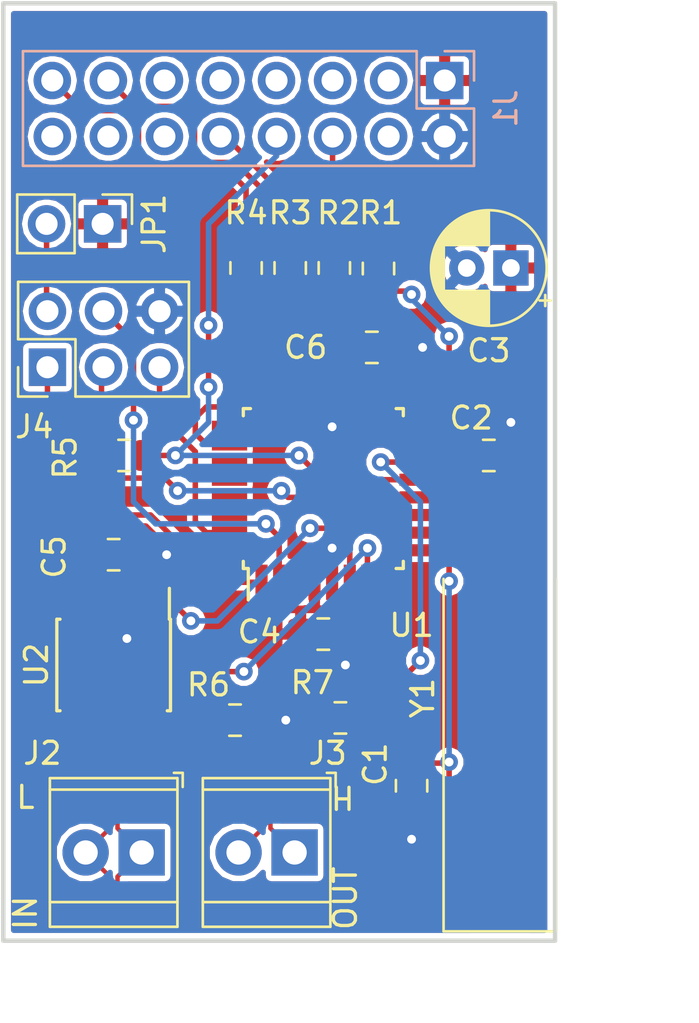
<source format=kicad_pcb>
(kicad_pcb (version 20171130) (host pcbnew 5.0.2+dfsg1-1)

  (general
    (thickness 1.6)
    (drawings 10)
    (tracks 199)
    (zones 0)
    (modules 21)
    (nets 25)
  )

  (page A4)
  (title_block
    (title "Matemat Power Board CAN Interface")
    (date 2019-04-05)
    (rev 1)
    (company "CCC Basel")
  )

  (layers
    (0 F.Cu signal)
    (31 B.Cu signal)
    (32 B.Adhes user)
    (33 F.Adhes user)
    (34 B.Paste user)
    (35 F.Paste user)
    (36 B.SilkS user)
    (37 F.SilkS user)
    (38 B.Mask user)
    (39 F.Mask user)
    (40 Dwgs.User user)
    (41 Cmts.User user)
    (42 Eco1.User user)
    (43 Eco2.User user)
    (44 Edge.Cuts user)
    (45 Margin user)
    (46 B.CrtYd user)
    (47 F.CrtYd user)
    (48 B.Fab user hide)
    (49 F.Fab user hide)
  )

  (setup
    (last_trace_width 0.25)
    (trace_clearance 0.2)
    (zone_clearance 0.508)
    (zone_45_only no)
    (trace_min 0.2)
    (segment_width 0.2)
    (edge_width 0.15)
    (via_size 0.8)
    (via_drill 0.4)
    (via_min_size 0.4)
    (via_min_drill 0.3)
    (uvia_size 0.3)
    (uvia_drill 0.1)
    (uvias_allowed no)
    (uvia_min_size 0.2)
    (uvia_min_drill 0.1)
    (pcb_text_width 0.3)
    (pcb_text_size 1.5 1.5)
    (mod_edge_width 0.15)
    (mod_text_size 1 1)
    (mod_text_width 0.15)
    (pad_size 1.524 1.524)
    (pad_drill 0.762)
    (pad_to_mask_clearance 0.051)
    (solder_mask_min_width 0.25)
    (aux_axis_origin 0 0)
    (visible_elements FFFFFF7F)
    (pcbplotparams
      (layerselection 0x010fc_ffffffff)
      (usegerberextensions false)
      (usegerberattributes false)
      (usegerberadvancedattributes false)
      (creategerberjobfile false)
      (excludeedgelayer true)
      (linewidth 0.100000)
      (plotframeref false)
      (viasonmask false)
      (mode 1)
      (useauxorigin false)
      (hpglpennumber 1)
      (hpglpenspeed 20)
      (hpglpendiameter 15.000000)
      (psnegative false)
      (psa4output false)
      (plotreference true)
      (plotvalue true)
      (plotinvisibletext false)
      (padsonsilk false)
      (subtractmaskfromsilk false)
      (outputformat 1)
      (mirror false)
      (drillshape 1)
      (scaleselection 1)
      (outputdirectory ""))
  )

  (net 0 "")
  (net 1 GND)
  (net 2 "Net-(C1-Pad2)")
  (net 3 "Net-(C2-Pad2)")
  (net 4 +5V)
  (net 5 /CLK)
  (net 6 /ZCROSS)
  (net 7 /STROBE)
  (net 8 /DIN)
  (net 9 /DOUT)
  (net 10 /CAN_P)
  (net 11 /CAN_N)
  (net 12 /MISOISP)
  (net 13 "Net-(J4-Pad2)")
  (net 14 /SCKISP)
  (net 15 /MOSIISP)
  (net 16 /~RESET)
  (net 17 "Net-(R1-Pad1)")
  (net 18 "Net-(R2-Pad1)")
  (net 19 "Net-(R3-Pad1)")
  (net 20 "Net-(R4-Pad1)")
  (net 21 "Net-(R6-Pad2)")
  (net 22 /TXCAN)
  (net 23 /RXCAN)
  (net 24 /HISPEED)

  (net_class Default "This is the default net class."
    (clearance 0.2)
    (trace_width 0.25)
    (via_dia 0.8)
    (via_drill 0.4)
    (uvia_dia 0.3)
    (uvia_drill 0.1)
    (add_net +5V)
    (add_net /CLK)
    (add_net /DIN)
    (add_net /DOUT)
    (add_net /HISPEED)
    (add_net /MISOISP)
    (add_net /MOSIISP)
    (add_net /RXCAN)
    (add_net /SCKISP)
    (add_net /STROBE)
    (add_net /TXCAN)
    (add_net /ZCROSS)
    (add_net /~RESET)
    (add_net GND)
    (add_net "Net-(C1-Pad2)")
    (add_net "Net-(C2-Pad2)")
    (add_net "Net-(J4-Pad2)")
    (add_net "Net-(R1-Pad1)")
    (add_net "Net-(R2-Pad1)")
    (add_net "Net-(R3-Pad1)")
    (add_net "Net-(R4-Pad1)")
    (add_net "Net-(R6-Pad2)")
  )

  (net_class CAN ""
    (clearance 0.15)
    (trace_width 0.2)
    (via_dia 0.8)
    (via_drill 0.4)
    (uvia_dia 0.3)
    (uvia_drill 0.1)
    (diff_pair_gap 0.15)
    (diff_pair_width 0.2)
    (add_net /CAN_N)
    (add_net /CAN_P)
  )

  (module Capacitor_SMD:C_0805_2012Metric_Pad1.15x1.40mm_HandSolder (layer F.Cu) (tedit 5B36C52B) (tstamp 5CB16B4E)
    (at 188.5 111.975 90)
    (descr "Capacitor SMD 0805 (2012 Metric), square (rectangular) end terminal, IPC_7351 nominal with elongated pad for handsoldering. (Body size source: https://docs.google.com/spreadsheets/d/1BsfQQcO9C6DZCsRaXUlFlo91Tg2WpOkGARC1WS5S8t0/edit?usp=sharing), generated with kicad-footprint-generator")
    (tags "capacitor handsolder")
    (path /5CA53C22)
    (attr smd)
    (fp_text reference C1 (at 0.975 -1.65 90) (layer F.SilkS)
      (effects (font (size 1 1) (thickness 0.15)))
    )
    (fp_text value 22p (at 0 1.65 90) (layer F.Fab)
      (effects (font (size 1 1) (thickness 0.15)))
    )
    (fp_line (start -1 0.6) (end -1 -0.6) (layer F.Fab) (width 0.1))
    (fp_line (start -1 -0.6) (end 1 -0.6) (layer F.Fab) (width 0.1))
    (fp_line (start 1 -0.6) (end 1 0.6) (layer F.Fab) (width 0.1))
    (fp_line (start 1 0.6) (end -1 0.6) (layer F.Fab) (width 0.1))
    (fp_line (start -0.261252 -0.71) (end 0.261252 -0.71) (layer F.SilkS) (width 0.12))
    (fp_line (start -0.261252 0.71) (end 0.261252 0.71) (layer F.SilkS) (width 0.12))
    (fp_line (start -1.85 0.95) (end -1.85 -0.95) (layer F.CrtYd) (width 0.05))
    (fp_line (start -1.85 -0.95) (end 1.85 -0.95) (layer F.CrtYd) (width 0.05))
    (fp_line (start 1.85 -0.95) (end 1.85 0.95) (layer F.CrtYd) (width 0.05))
    (fp_line (start 1.85 0.95) (end -1.85 0.95) (layer F.CrtYd) (width 0.05))
    (fp_text user %R (at 0 0 90) (layer F.Fab)
      (effects (font (size 0.5 0.5) (thickness 0.08)))
    )
    (pad 1 smd roundrect (at -1.025 0 90) (size 1.15 1.4) (layers F.Cu F.Paste F.Mask) (roundrect_rratio 0.217391)
      (net 1 GND))
    (pad 2 smd roundrect (at 1.025 0 90) (size 1.15 1.4) (layers F.Cu F.Paste F.Mask) (roundrect_rratio 0.217391)
      (net 2 "Net-(C1-Pad2)"))
    (model ${KISYS3DMOD}/Capacitor_SMD.3dshapes/C_0805_2012Metric.wrl
      (at (xyz 0 0 0))
      (scale (xyz 1 1 1))
      (rotate (xyz 0 0 0))
    )
  )

  (module Capacitor_SMD:C_0805_2012Metric_Pad1.15x1.40mm_HandSolder (layer F.Cu) (tedit 5B36C52B) (tstamp 5CB16B5F)
    (at 192 97 180)
    (descr "Capacitor SMD 0805 (2012 Metric), square (rectangular) end terminal, IPC_7351 nominal with elongated pad for handsoldering. (Body size source: https://docs.google.com/spreadsheets/d/1BsfQQcO9C6DZCsRaXUlFlo91Tg2WpOkGARC1WS5S8t0/edit?usp=sharing), generated with kicad-footprint-generator")
    (tags "capacitor handsolder")
    (path /5CA53C80)
    (attr smd)
    (fp_text reference C2 (at 0.8 1.7 180) (layer F.SilkS)
      (effects (font (size 1 1) (thickness 0.15)))
    )
    (fp_text value 22p (at 0 1.65 180) (layer F.Fab)
      (effects (font (size 1 1) (thickness 0.15)))
    )
    (fp_text user %R (at 0 0 180) (layer F.Fab)
      (effects (font (size 0.5 0.5) (thickness 0.08)))
    )
    (fp_line (start 1.85 0.95) (end -1.85 0.95) (layer F.CrtYd) (width 0.05))
    (fp_line (start 1.85 -0.95) (end 1.85 0.95) (layer F.CrtYd) (width 0.05))
    (fp_line (start -1.85 -0.95) (end 1.85 -0.95) (layer F.CrtYd) (width 0.05))
    (fp_line (start -1.85 0.95) (end -1.85 -0.95) (layer F.CrtYd) (width 0.05))
    (fp_line (start -0.261252 0.71) (end 0.261252 0.71) (layer F.SilkS) (width 0.12))
    (fp_line (start -0.261252 -0.71) (end 0.261252 -0.71) (layer F.SilkS) (width 0.12))
    (fp_line (start 1 0.6) (end -1 0.6) (layer F.Fab) (width 0.1))
    (fp_line (start 1 -0.6) (end 1 0.6) (layer F.Fab) (width 0.1))
    (fp_line (start -1 -0.6) (end 1 -0.6) (layer F.Fab) (width 0.1))
    (fp_line (start -1 0.6) (end -1 -0.6) (layer F.Fab) (width 0.1))
    (pad 2 smd roundrect (at 1.025 0 180) (size 1.15 1.4) (layers F.Cu F.Paste F.Mask) (roundrect_rratio 0.217391)
      (net 3 "Net-(C2-Pad2)"))
    (pad 1 smd roundrect (at -1.025 0 180) (size 1.15 1.4) (layers F.Cu F.Paste F.Mask) (roundrect_rratio 0.217391)
      (net 1 GND))
    (model ${KISYS3DMOD}/Capacitor_SMD.3dshapes/C_0805_2012Metric.wrl
      (at (xyz 0 0 0))
      (scale (xyz 1 1 1))
      (rotate (xyz 0 0 0))
    )
  )

  (module Capacitor_THT:CP_Radial_D5.0mm_P2.00mm (layer F.Cu) (tedit 5AE50EF0) (tstamp 5CB16BE2)
    (at 193 88.5 180)
    (descr "CP, Radial series, Radial, pin pitch=2.00mm, , diameter=5mm, Electrolytic Capacitor")
    (tags "CP Radial series Radial pin pitch 2.00mm  diameter 5mm Electrolytic Capacitor")
    (path /5CA54AD7)
    (fp_text reference C3 (at 1 -3.75 180) (layer F.SilkS)
      (effects (font (size 1 1) (thickness 0.15)))
    )
    (fp_text value 10u (at 1 3.75 180) (layer F.Fab)
      (effects (font (size 1 1) (thickness 0.15)))
    )
    (fp_circle (center 1 0) (end 3.5 0) (layer F.Fab) (width 0.1))
    (fp_circle (center 1 0) (end 3.62 0) (layer F.SilkS) (width 0.12))
    (fp_circle (center 1 0) (end 3.75 0) (layer F.CrtYd) (width 0.05))
    (fp_line (start -1.133605 -1.0875) (end -0.633605 -1.0875) (layer F.Fab) (width 0.1))
    (fp_line (start -0.883605 -1.3375) (end -0.883605 -0.8375) (layer F.Fab) (width 0.1))
    (fp_line (start 1 1.04) (end 1 2.58) (layer F.SilkS) (width 0.12))
    (fp_line (start 1 -2.58) (end 1 -1.04) (layer F.SilkS) (width 0.12))
    (fp_line (start 1.04 1.04) (end 1.04 2.58) (layer F.SilkS) (width 0.12))
    (fp_line (start 1.04 -2.58) (end 1.04 -1.04) (layer F.SilkS) (width 0.12))
    (fp_line (start 1.08 -2.579) (end 1.08 -1.04) (layer F.SilkS) (width 0.12))
    (fp_line (start 1.08 1.04) (end 1.08 2.579) (layer F.SilkS) (width 0.12))
    (fp_line (start 1.12 -2.578) (end 1.12 -1.04) (layer F.SilkS) (width 0.12))
    (fp_line (start 1.12 1.04) (end 1.12 2.578) (layer F.SilkS) (width 0.12))
    (fp_line (start 1.16 -2.576) (end 1.16 -1.04) (layer F.SilkS) (width 0.12))
    (fp_line (start 1.16 1.04) (end 1.16 2.576) (layer F.SilkS) (width 0.12))
    (fp_line (start 1.2 -2.573) (end 1.2 -1.04) (layer F.SilkS) (width 0.12))
    (fp_line (start 1.2 1.04) (end 1.2 2.573) (layer F.SilkS) (width 0.12))
    (fp_line (start 1.24 -2.569) (end 1.24 -1.04) (layer F.SilkS) (width 0.12))
    (fp_line (start 1.24 1.04) (end 1.24 2.569) (layer F.SilkS) (width 0.12))
    (fp_line (start 1.28 -2.565) (end 1.28 -1.04) (layer F.SilkS) (width 0.12))
    (fp_line (start 1.28 1.04) (end 1.28 2.565) (layer F.SilkS) (width 0.12))
    (fp_line (start 1.32 -2.561) (end 1.32 -1.04) (layer F.SilkS) (width 0.12))
    (fp_line (start 1.32 1.04) (end 1.32 2.561) (layer F.SilkS) (width 0.12))
    (fp_line (start 1.36 -2.556) (end 1.36 -1.04) (layer F.SilkS) (width 0.12))
    (fp_line (start 1.36 1.04) (end 1.36 2.556) (layer F.SilkS) (width 0.12))
    (fp_line (start 1.4 -2.55) (end 1.4 -1.04) (layer F.SilkS) (width 0.12))
    (fp_line (start 1.4 1.04) (end 1.4 2.55) (layer F.SilkS) (width 0.12))
    (fp_line (start 1.44 -2.543) (end 1.44 -1.04) (layer F.SilkS) (width 0.12))
    (fp_line (start 1.44 1.04) (end 1.44 2.543) (layer F.SilkS) (width 0.12))
    (fp_line (start 1.48 -2.536) (end 1.48 -1.04) (layer F.SilkS) (width 0.12))
    (fp_line (start 1.48 1.04) (end 1.48 2.536) (layer F.SilkS) (width 0.12))
    (fp_line (start 1.52 -2.528) (end 1.52 -1.04) (layer F.SilkS) (width 0.12))
    (fp_line (start 1.52 1.04) (end 1.52 2.528) (layer F.SilkS) (width 0.12))
    (fp_line (start 1.56 -2.52) (end 1.56 -1.04) (layer F.SilkS) (width 0.12))
    (fp_line (start 1.56 1.04) (end 1.56 2.52) (layer F.SilkS) (width 0.12))
    (fp_line (start 1.6 -2.511) (end 1.6 -1.04) (layer F.SilkS) (width 0.12))
    (fp_line (start 1.6 1.04) (end 1.6 2.511) (layer F.SilkS) (width 0.12))
    (fp_line (start 1.64 -2.501) (end 1.64 -1.04) (layer F.SilkS) (width 0.12))
    (fp_line (start 1.64 1.04) (end 1.64 2.501) (layer F.SilkS) (width 0.12))
    (fp_line (start 1.68 -2.491) (end 1.68 -1.04) (layer F.SilkS) (width 0.12))
    (fp_line (start 1.68 1.04) (end 1.68 2.491) (layer F.SilkS) (width 0.12))
    (fp_line (start 1.721 -2.48) (end 1.721 -1.04) (layer F.SilkS) (width 0.12))
    (fp_line (start 1.721 1.04) (end 1.721 2.48) (layer F.SilkS) (width 0.12))
    (fp_line (start 1.761 -2.468) (end 1.761 -1.04) (layer F.SilkS) (width 0.12))
    (fp_line (start 1.761 1.04) (end 1.761 2.468) (layer F.SilkS) (width 0.12))
    (fp_line (start 1.801 -2.455) (end 1.801 -1.04) (layer F.SilkS) (width 0.12))
    (fp_line (start 1.801 1.04) (end 1.801 2.455) (layer F.SilkS) (width 0.12))
    (fp_line (start 1.841 -2.442) (end 1.841 -1.04) (layer F.SilkS) (width 0.12))
    (fp_line (start 1.841 1.04) (end 1.841 2.442) (layer F.SilkS) (width 0.12))
    (fp_line (start 1.881 -2.428) (end 1.881 -1.04) (layer F.SilkS) (width 0.12))
    (fp_line (start 1.881 1.04) (end 1.881 2.428) (layer F.SilkS) (width 0.12))
    (fp_line (start 1.921 -2.414) (end 1.921 -1.04) (layer F.SilkS) (width 0.12))
    (fp_line (start 1.921 1.04) (end 1.921 2.414) (layer F.SilkS) (width 0.12))
    (fp_line (start 1.961 -2.398) (end 1.961 -1.04) (layer F.SilkS) (width 0.12))
    (fp_line (start 1.961 1.04) (end 1.961 2.398) (layer F.SilkS) (width 0.12))
    (fp_line (start 2.001 -2.382) (end 2.001 -1.04) (layer F.SilkS) (width 0.12))
    (fp_line (start 2.001 1.04) (end 2.001 2.382) (layer F.SilkS) (width 0.12))
    (fp_line (start 2.041 -2.365) (end 2.041 -1.04) (layer F.SilkS) (width 0.12))
    (fp_line (start 2.041 1.04) (end 2.041 2.365) (layer F.SilkS) (width 0.12))
    (fp_line (start 2.081 -2.348) (end 2.081 -1.04) (layer F.SilkS) (width 0.12))
    (fp_line (start 2.081 1.04) (end 2.081 2.348) (layer F.SilkS) (width 0.12))
    (fp_line (start 2.121 -2.329) (end 2.121 -1.04) (layer F.SilkS) (width 0.12))
    (fp_line (start 2.121 1.04) (end 2.121 2.329) (layer F.SilkS) (width 0.12))
    (fp_line (start 2.161 -2.31) (end 2.161 -1.04) (layer F.SilkS) (width 0.12))
    (fp_line (start 2.161 1.04) (end 2.161 2.31) (layer F.SilkS) (width 0.12))
    (fp_line (start 2.201 -2.29) (end 2.201 -1.04) (layer F.SilkS) (width 0.12))
    (fp_line (start 2.201 1.04) (end 2.201 2.29) (layer F.SilkS) (width 0.12))
    (fp_line (start 2.241 -2.268) (end 2.241 -1.04) (layer F.SilkS) (width 0.12))
    (fp_line (start 2.241 1.04) (end 2.241 2.268) (layer F.SilkS) (width 0.12))
    (fp_line (start 2.281 -2.247) (end 2.281 -1.04) (layer F.SilkS) (width 0.12))
    (fp_line (start 2.281 1.04) (end 2.281 2.247) (layer F.SilkS) (width 0.12))
    (fp_line (start 2.321 -2.224) (end 2.321 -1.04) (layer F.SilkS) (width 0.12))
    (fp_line (start 2.321 1.04) (end 2.321 2.224) (layer F.SilkS) (width 0.12))
    (fp_line (start 2.361 -2.2) (end 2.361 -1.04) (layer F.SilkS) (width 0.12))
    (fp_line (start 2.361 1.04) (end 2.361 2.2) (layer F.SilkS) (width 0.12))
    (fp_line (start 2.401 -2.175) (end 2.401 -1.04) (layer F.SilkS) (width 0.12))
    (fp_line (start 2.401 1.04) (end 2.401 2.175) (layer F.SilkS) (width 0.12))
    (fp_line (start 2.441 -2.149) (end 2.441 -1.04) (layer F.SilkS) (width 0.12))
    (fp_line (start 2.441 1.04) (end 2.441 2.149) (layer F.SilkS) (width 0.12))
    (fp_line (start 2.481 -2.122) (end 2.481 -1.04) (layer F.SilkS) (width 0.12))
    (fp_line (start 2.481 1.04) (end 2.481 2.122) (layer F.SilkS) (width 0.12))
    (fp_line (start 2.521 -2.095) (end 2.521 -1.04) (layer F.SilkS) (width 0.12))
    (fp_line (start 2.521 1.04) (end 2.521 2.095) (layer F.SilkS) (width 0.12))
    (fp_line (start 2.561 -2.065) (end 2.561 -1.04) (layer F.SilkS) (width 0.12))
    (fp_line (start 2.561 1.04) (end 2.561 2.065) (layer F.SilkS) (width 0.12))
    (fp_line (start 2.601 -2.035) (end 2.601 -1.04) (layer F.SilkS) (width 0.12))
    (fp_line (start 2.601 1.04) (end 2.601 2.035) (layer F.SilkS) (width 0.12))
    (fp_line (start 2.641 -2.004) (end 2.641 -1.04) (layer F.SilkS) (width 0.12))
    (fp_line (start 2.641 1.04) (end 2.641 2.004) (layer F.SilkS) (width 0.12))
    (fp_line (start 2.681 -1.971) (end 2.681 -1.04) (layer F.SilkS) (width 0.12))
    (fp_line (start 2.681 1.04) (end 2.681 1.971) (layer F.SilkS) (width 0.12))
    (fp_line (start 2.721 -1.937) (end 2.721 -1.04) (layer F.SilkS) (width 0.12))
    (fp_line (start 2.721 1.04) (end 2.721 1.937) (layer F.SilkS) (width 0.12))
    (fp_line (start 2.761 -1.901) (end 2.761 -1.04) (layer F.SilkS) (width 0.12))
    (fp_line (start 2.761 1.04) (end 2.761 1.901) (layer F.SilkS) (width 0.12))
    (fp_line (start 2.801 -1.864) (end 2.801 -1.04) (layer F.SilkS) (width 0.12))
    (fp_line (start 2.801 1.04) (end 2.801 1.864) (layer F.SilkS) (width 0.12))
    (fp_line (start 2.841 -1.826) (end 2.841 -1.04) (layer F.SilkS) (width 0.12))
    (fp_line (start 2.841 1.04) (end 2.841 1.826) (layer F.SilkS) (width 0.12))
    (fp_line (start 2.881 -1.785) (end 2.881 -1.04) (layer F.SilkS) (width 0.12))
    (fp_line (start 2.881 1.04) (end 2.881 1.785) (layer F.SilkS) (width 0.12))
    (fp_line (start 2.921 -1.743) (end 2.921 -1.04) (layer F.SilkS) (width 0.12))
    (fp_line (start 2.921 1.04) (end 2.921 1.743) (layer F.SilkS) (width 0.12))
    (fp_line (start 2.961 -1.699) (end 2.961 -1.04) (layer F.SilkS) (width 0.12))
    (fp_line (start 2.961 1.04) (end 2.961 1.699) (layer F.SilkS) (width 0.12))
    (fp_line (start 3.001 -1.653) (end 3.001 -1.04) (layer F.SilkS) (width 0.12))
    (fp_line (start 3.001 1.04) (end 3.001 1.653) (layer F.SilkS) (width 0.12))
    (fp_line (start 3.041 -1.605) (end 3.041 1.605) (layer F.SilkS) (width 0.12))
    (fp_line (start 3.081 -1.554) (end 3.081 1.554) (layer F.SilkS) (width 0.12))
    (fp_line (start 3.121 -1.5) (end 3.121 1.5) (layer F.SilkS) (width 0.12))
    (fp_line (start 3.161 -1.443) (end 3.161 1.443) (layer F.SilkS) (width 0.12))
    (fp_line (start 3.201 -1.383) (end 3.201 1.383) (layer F.SilkS) (width 0.12))
    (fp_line (start 3.241 -1.319) (end 3.241 1.319) (layer F.SilkS) (width 0.12))
    (fp_line (start 3.281 -1.251) (end 3.281 1.251) (layer F.SilkS) (width 0.12))
    (fp_line (start 3.321 -1.178) (end 3.321 1.178) (layer F.SilkS) (width 0.12))
    (fp_line (start 3.361 -1.098) (end 3.361 1.098) (layer F.SilkS) (width 0.12))
    (fp_line (start 3.401 -1.011) (end 3.401 1.011) (layer F.SilkS) (width 0.12))
    (fp_line (start 3.441 -0.915) (end 3.441 0.915) (layer F.SilkS) (width 0.12))
    (fp_line (start 3.481 -0.805) (end 3.481 0.805) (layer F.SilkS) (width 0.12))
    (fp_line (start 3.521 -0.677) (end 3.521 0.677) (layer F.SilkS) (width 0.12))
    (fp_line (start 3.561 -0.518) (end 3.561 0.518) (layer F.SilkS) (width 0.12))
    (fp_line (start 3.601 -0.284) (end 3.601 0.284) (layer F.SilkS) (width 0.12))
    (fp_line (start -1.804775 -1.475) (end -1.304775 -1.475) (layer F.SilkS) (width 0.12))
    (fp_line (start -1.554775 -1.725) (end -1.554775 -1.225) (layer F.SilkS) (width 0.12))
    (fp_text user %R (at 1 0 180) (layer F.Fab)
      (effects (font (size 1 1) (thickness 0.15)))
    )
    (pad 1 thru_hole rect (at 0 0 180) (size 1.6 1.6) (drill 0.8) (layers *.Cu *.Mask)
      (net 4 +5V))
    (pad 2 thru_hole circle (at 2 0 180) (size 1.6 1.6) (drill 0.8) (layers *.Cu *.Mask)
      (net 1 GND))
    (model ${KISYS3DMOD}/Capacitor_THT.3dshapes/CP_Radial_D5.0mm_P2.00mm.wrl
      (at (xyz 0 0 0))
      (scale (xyz 1 1 1))
      (rotate (xyz 0 0 0))
    )
  )

  (module Capacitor_SMD:C_0805_2012Metric_Pad1.15x1.40mm_HandSolder (layer F.Cu) (tedit 5B36C52B) (tstamp 5CB16BF3)
    (at 184.5 105.1)
    (descr "Capacitor SMD 0805 (2012 Metric), square (rectangular) end terminal, IPC_7351 nominal with elongated pad for handsoldering. (Body size source: https://docs.google.com/spreadsheets/d/1BsfQQcO9C6DZCsRaXUlFlo91Tg2WpOkGARC1WS5S8t0/edit?usp=sharing), generated with kicad-footprint-generator")
    (tags "capacitor handsolder")
    (path /5CA54379)
    (attr smd)
    (fp_text reference C4 (at -2.9 -0.1) (layer F.SilkS)
      (effects (font (size 1 1) (thickness 0.15)))
    )
    (fp_text value 100n (at 0 1.65) (layer F.Fab)
      (effects (font (size 1 1) (thickness 0.15)))
    )
    (fp_line (start -1 0.6) (end -1 -0.6) (layer F.Fab) (width 0.1))
    (fp_line (start -1 -0.6) (end 1 -0.6) (layer F.Fab) (width 0.1))
    (fp_line (start 1 -0.6) (end 1 0.6) (layer F.Fab) (width 0.1))
    (fp_line (start 1 0.6) (end -1 0.6) (layer F.Fab) (width 0.1))
    (fp_line (start -0.261252 -0.71) (end 0.261252 -0.71) (layer F.SilkS) (width 0.12))
    (fp_line (start -0.261252 0.71) (end 0.261252 0.71) (layer F.SilkS) (width 0.12))
    (fp_line (start -1.85 0.95) (end -1.85 -0.95) (layer F.CrtYd) (width 0.05))
    (fp_line (start -1.85 -0.95) (end 1.85 -0.95) (layer F.CrtYd) (width 0.05))
    (fp_line (start 1.85 -0.95) (end 1.85 0.95) (layer F.CrtYd) (width 0.05))
    (fp_line (start 1.85 0.95) (end -1.85 0.95) (layer F.CrtYd) (width 0.05))
    (fp_text user %R (at 0 0) (layer F.Fab)
      (effects (font (size 0.5 0.5) (thickness 0.08)))
    )
    (pad 1 smd roundrect (at -1.025 0) (size 1.15 1.4) (layers F.Cu F.Paste F.Mask) (roundrect_rratio 0.217391)
      (net 4 +5V))
    (pad 2 smd roundrect (at 1.025 0) (size 1.15 1.4) (layers F.Cu F.Paste F.Mask) (roundrect_rratio 0.217391)
      (net 1 GND))
    (model ${KISYS3DMOD}/Capacitor_SMD.3dshapes/C_0805_2012Metric.wrl
      (at (xyz 0 0 0))
      (scale (xyz 1 1 1))
      (rotate (xyz 0 0 0))
    )
  )

  (module Capacitor_SMD:C_0805_2012Metric_Pad1.15x1.40mm_HandSolder (layer F.Cu) (tedit 5B36C52B) (tstamp 5CB16C04)
    (at 175 101.5)
    (descr "Capacitor SMD 0805 (2012 Metric), square (rectangular) end terminal, IPC_7351 nominal with elongated pad for handsoldering. (Body size source: https://docs.google.com/spreadsheets/d/1BsfQQcO9C6DZCsRaXUlFlo91Tg2WpOkGARC1WS5S8t0/edit?usp=sharing), generated with kicad-footprint-generator")
    (tags "capacitor handsolder")
    (path /5CA53911)
    (attr smd)
    (fp_text reference C5 (at -2.7 0.1 90) (layer F.SilkS)
      (effects (font (size 1 1) (thickness 0.15)))
    )
    (fp_text value 100n (at 0 1.65) (layer F.Fab)
      (effects (font (size 1 1) (thickness 0.15)))
    )
    (fp_text user %R (at 0 0) (layer F.Fab)
      (effects (font (size 0.5 0.5) (thickness 0.08)))
    )
    (fp_line (start 1.85 0.95) (end -1.85 0.95) (layer F.CrtYd) (width 0.05))
    (fp_line (start 1.85 -0.95) (end 1.85 0.95) (layer F.CrtYd) (width 0.05))
    (fp_line (start -1.85 -0.95) (end 1.85 -0.95) (layer F.CrtYd) (width 0.05))
    (fp_line (start -1.85 0.95) (end -1.85 -0.95) (layer F.CrtYd) (width 0.05))
    (fp_line (start -0.261252 0.71) (end 0.261252 0.71) (layer F.SilkS) (width 0.12))
    (fp_line (start -0.261252 -0.71) (end 0.261252 -0.71) (layer F.SilkS) (width 0.12))
    (fp_line (start 1 0.6) (end -1 0.6) (layer F.Fab) (width 0.1))
    (fp_line (start 1 -0.6) (end 1 0.6) (layer F.Fab) (width 0.1))
    (fp_line (start -1 -0.6) (end 1 -0.6) (layer F.Fab) (width 0.1))
    (fp_line (start -1 0.6) (end -1 -0.6) (layer F.Fab) (width 0.1))
    (pad 2 smd roundrect (at 1.025 0) (size 1.15 1.4) (layers F.Cu F.Paste F.Mask) (roundrect_rratio 0.217391)
      (net 1 GND))
    (pad 1 smd roundrect (at -1.025 0) (size 1.15 1.4) (layers F.Cu F.Paste F.Mask) (roundrect_rratio 0.217391)
      (net 4 +5V))
    (model ${KISYS3DMOD}/Capacitor_SMD.3dshapes/C_0805_2012Metric.wrl
      (at (xyz 0 0 0))
      (scale (xyz 1 1 1))
      (rotate (xyz 0 0 0))
    )
  )

  (module TerminalBlock_TE-Connectivity:TerminalBlock_TE_282834-2_1x02_P2.54mm_Horizontal (layer F.Cu) (tedit 5B1EC513) (tstamp 5CB16C4A)
    (at 176.27 115 180)
    (descr "Terminal Block TE 282834-2, 2 pins, pitch 2.54mm, size 5.54x6.5mm^2, drill diamater 1.1mm, pad diameter 2.1mm, see http://www.te.com/commerce/DocumentDelivery/DDEController?Action=showdoc&DocId=Customer+Drawing%7F282834%7FC1%7Fpdf%7FEnglish%7FENG_CD_282834_C1.pdf, script-generated using https://github.com/pointhi/kicad-footprint-generator/scripts/TerminalBlock_TE-Connectivity")
    (tags "THT Terminal Block TE 282834-2 pitch 2.54mm size 5.54x6.5mm^2 drill 1.1mm pad 2.1mm")
    (path /5CA53A5C)
    (fp_text reference J2 (at 4.5 4.5 180) (layer F.SilkS)
      (effects (font (size 1 1) (thickness 0.15)))
    )
    (fp_text value "CAN In" (at 1.27 4.37 180) (layer F.Fab)
      (effects (font (size 1 1) (thickness 0.15)))
    )
    (fp_circle (center 0 0) (end 1.1 0) (layer F.Fab) (width 0.1))
    (fp_circle (center 2.54 0) (end 3.64 0) (layer F.Fab) (width 0.1))
    (fp_line (start -1.5 -3.25) (end 4.04 -3.25) (layer F.Fab) (width 0.1))
    (fp_line (start 4.04 -3.25) (end 4.04 3.25) (layer F.Fab) (width 0.1))
    (fp_line (start 4.04 3.25) (end -1.1 3.25) (layer F.Fab) (width 0.1))
    (fp_line (start -1.1 3.25) (end -1.5 2.85) (layer F.Fab) (width 0.1))
    (fp_line (start -1.5 2.85) (end -1.5 -3.25) (layer F.Fab) (width 0.1))
    (fp_line (start -1.5 2.85) (end 4.04 2.85) (layer F.Fab) (width 0.1))
    (fp_line (start -1.62 2.85) (end 4.16 2.85) (layer F.SilkS) (width 0.12))
    (fp_line (start -1.5 -2.25) (end 4.04 -2.25) (layer F.Fab) (width 0.1))
    (fp_line (start -1.62 -2.25) (end 4.16 -2.25) (layer F.SilkS) (width 0.12))
    (fp_line (start -1.62 -3.37) (end 4.16 -3.37) (layer F.SilkS) (width 0.12))
    (fp_line (start -1.62 3.37) (end 4.16 3.37) (layer F.SilkS) (width 0.12))
    (fp_line (start -1.62 -3.37) (end -1.62 3.37) (layer F.SilkS) (width 0.12))
    (fp_line (start 4.16 -3.37) (end 4.16 3.37) (layer F.SilkS) (width 0.12))
    (fp_line (start 0.835 -0.7) (end -0.701 0.835) (layer F.Fab) (width 0.1))
    (fp_line (start 0.701 -0.835) (end -0.835 0.7) (layer F.Fab) (width 0.1))
    (fp_line (start 3.375 -0.7) (end 1.84 0.835) (layer F.Fab) (width 0.1))
    (fp_line (start 3.241 -0.835) (end 1.706 0.7) (layer F.Fab) (width 0.1))
    (fp_line (start -1.86 2.97) (end -1.86 3.61) (layer F.SilkS) (width 0.12))
    (fp_line (start -1.86 3.61) (end -1.46 3.61) (layer F.SilkS) (width 0.12))
    (fp_line (start -2 -3.75) (end -2 3.75) (layer F.CrtYd) (width 0.05))
    (fp_line (start -2 3.75) (end 4.54 3.75) (layer F.CrtYd) (width 0.05))
    (fp_line (start 4.54 3.75) (end 4.54 -3.75) (layer F.CrtYd) (width 0.05))
    (fp_line (start 4.54 -3.75) (end -2 -3.75) (layer F.CrtYd) (width 0.05))
    (fp_text user %R (at 1.27 2 180) (layer F.Fab)
      (effects (font (size 1 1) (thickness 0.15)))
    )
    (pad 1 thru_hole rect (at 0 0 180) (size 2.1 2.1) (drill 1.1) (layers *.Cu *.Mask)
      (net 10 /CAN_P))
    (pad 2 thru_hole circle (at 2.54 0 180) (size 2.1 2.1) (drill 1.1) (layers *.Cu *.Mask)
      (net 11 /CAN_N))
    (model ${KISYS3DMOD}/TerminalBlock_TE-Connectivity.3dshapes/TerminalBlock_TE_282834-2_1x02_P2.54mm_Horizontal.wrl
      (at (xyz 0 0 0))
      (scale (xyz 1 1 1))
      (rotate (xyz 0 0 0))
    )
  )

  (module TerminalBlock_TE-Connectivity:TerminalBlock_TE_282834-2_1x02_P2.54mm_Horizontal (layer F.Cu) (tedit 5B1EC513) (tstamp 5CB16C6A)
    (at 183.2 115 180)
    (descr "Terminal Block TE 282834-2, 2 pins, pitch 2.54mm, size 5.54x6.5mm^2, drill diamater 1.1mm, pad diameter 2.1mm, see http://www.te.com/commerce/DocumentDelivery/DDEController?Action=showdoc&DocId=Customer+Drawing%7F282834%7FC1%7Fpdf%7FEnglish%7FENG_CD_282834_C1.pdf, script-generated using https://github.com/pointhi/kicad-footprint-generator/scripts/TerminalBlock_TE-Connectivity")
    (tags "THT Terminal Block TE 282834-2 pitch 2.54mm size 5.54x6.5mm^2 drill 1.1mm pad 2.1mm")
    (path /5CA53AD4)
    (fp_text reference J3 (at -1.5 4.5 180) (layer F.SilkS)
      (effects (font (size 1 1) (thickness 0.15)))
    )
    (fp_text value "CAN Out" (at 1.27 4.37 180) (layer F.Fab)
      (effects (font (size 1 1) (thickness 0.15)))
    )
    (fp_text user %R (at 1.27 2 180) (layer F.Fab)
      (effects (font (size 1 1) (thickness 0.15)))
    )
    (fp_line (start 4.54 -3.75) (end -2 -3.75) (layer F.CrtYd) (width 0.05))
    (fp_line (start 4.54 3.75) (end 4.54 -3.75) (layer F.CrtYd) (width 0.05))
    (fp_line (start -2 3.75) (end 4.54 3.75) (layer F.CrtYd) (width 0.05))
    (fp_line (start -2 -3.75) (end -2 3.75) (layer F.CrtYd) (width 0.05))
    (fp_line (start -1.86 3.61) (end -1.46 3.61) (layer F.SilkS) (width 0.12))
    (fp_line (start -1.86 2.97) (end -1.86 3.61) (layer F.SilkS) (width 0.12))
    (fp_line (start 3.241 -0.835) (end 1.706 0.7) (layer F.Fab) (width 0.1))
    (fp_line (start 3.375 -0.7) (end 1.84 0.835) (layer F.Fab) (width 0.1))
    (fp_line (start 0.701 -0.835) (end -0.835 0.7) (layer F.Fab) (width 0.1))
    (fp_line (start 0.835 -0.7) (end -0.701 0.835) (layer F.Fab) (width 0.1))
    (fp_line (start 4.16 -3.37) (end 4.16 3.37) (layer F.SilkS) (width 0.12))
    (fp_line (start -1.62 -3.37) (end -1.62 3.37) (layer F.SilkS) (width 0.12))
    (fp_line (start -1.62 3.37) (end 4.16 3.37) (layer F.SilkS) (width 0.12))
    (fp_line (start -1.62 -3.37) (end 4.16 -3.37) (layer F.SilkS) (width 0.12))
    (fp_line (start -1.62 -2.25) (end 4.16 -2.25) (layer F.SilkS) (width 0.12))
    (fp_line (start -1.5 -2.25) (end 4.04 -2.25) (layer F.Fab) (width 0.1))
    (fp_line (start -1.62 2.85) (end 4.16 2.85) (layer F.SilkS) (width 0.12))
    (fp_line (start -1.5 2.85) (end 4.04 2.85) (layer F.Fab) (width 0.1))
    (fp_line (start -1.5 2.85) (end -1.5 -3.25) (layer F.Fab) (width 0.1))
    (fp_line (start -1.1 3.25) (end -1.5 2.85) (layer F.Fab) (width 0.1))
    (fp_line (start 4.04 3.25) (end -1.1 3.25) (layer F.Fab) (width 0.1))
    (fp_line (start 4.04 -3.25) (end 4.04 3.25) (layer F.Fab) (width 0.1))
    (fp_line (start -1.5 -3.25) (end 4.04 -3.25) (layer F.Fab) (width 0.1))
    (fp_circle (center 2.54 0) (end 3.64 0) (layer F.Fab) (width 0.1))
    (fp_circle (center 0 0) (end 1.1 0) (layer F.Fab) (width 0.1))
    (pad 2 thru_hole circle (at 2.54 0 180) (size 2.1 2.1) (drill 1.1) (layers *.Cu *.Mask)
      (net 11 /CAN_N))
    (pad 1 thru_hole rect (at 0 0 180) (size 2.1 2.1) (drill 1.1) (layers *.Cu *.Mask)
      (net 10 /CAN_P))
    (model ${KISYS3DMOD}/TerminalBlock_TE-Connectivity.3dshapes/TerminalBlock_TE_282834-2_1x02_P2.54mm_Horizontal.wrl
      (at (xyz 0 0 0))
      (scale (xyz 1 1 1))
      (rotate (xyz 0 0 0))
    )
  )

  (module Connector_PinHeader_2.54mm:PinHeader_2x03_P2.54mm_Vertical (layer F.Cu) (tedit 59FED5CC) (tstamp 5CB16C86)
    (at 172 93 90)
    (descr "Through hole straight pin header, 2x03, 2.54mm pitch, double rows")
    (tags "Through hole pin header THT 2x03 2.54mm double row")
    (path /5CA54E1F)
    (fp_text reference J4 (at -2.7 -0.6 180) (layer F.SilkS)
      (effects (font (size 1 1) (thickness 0.15)))
    )
    (fp_text value AVR-ISP-6 (at 1.27 7.41 90) (layer F.Fab)
      (effects (font (size 1 1) (thickness 0.15)))
    )
    (fp_line (start 0 -1.27) (end 3.81 -1.27) (layer F.Fab) (width 0.1))
    (fp_line (start 3.81 -1.27) (end 3.81 6.35) (layer F.Fab) (width 0.1))
    (fp_line (start 3.81 6.35) (end -1.27 6.35) (layer F.Fab) (width 0.1))
    (fp_line (start -1.27 6.35) (end -1.27 0) (layer F.Fab) (width 0.1))
    (fp_line (start -1.27 0) (end 0 -1.27) (layer F.Fab) (width 0.1))
    (fp_line (start -1.33 6.41) (end 3.87 6.41) (layer F.SilkS) (width 0.12))
    (fp_line (start -1.33 1.27) (end -1.33 6.41) (layer F.SilkS) (width 0.12))
    (fp_line (start 3.87 -1.33) (end 3.87 6.41) (layer F.SilkS) (width 0.12))
    (fp_line (start -1.33 1.27) (end 1.27 1.27) (layer F.SilkS) (width 0.12))
    (fp_line (start 1.27 1.27) (end 1.27 -1.33) (layer F.SilkS) (width 0.12))
    (fp_line (start 1.27 -1.33) (end 3.87 -1.33) (layer F.SilkS) (width 0.12))
    (fp_line (start -1.33 0) (end -1.33 -1.33) (layer F.SilkS) (width 0.12))
    (fp_line (start -1.33 -1.33) (end 0 -1.33) (layer F.SilkS) (width 0.12))
    (fp_line (start -1.8 -1.8) (end -1.8 6.85) (layer F.CrtYd) (width 0.05))
    (fp_line (start -1.8 6.85) (end 4.35 6.85) (layer F.CrtYd) (width 0.05))
    (fp_line (start 4.35 6.85) (end 4.35 -1.8) (layer F.CrtYd) (width 0.05))
    (fp_line (start 4.35 -1.8) (end -1.8 -1.8) (layer F.CrtYd) (width 0.05))
    (fp_text user %R (at 1.27 2.54 180) (layer F.Fab)
      (effects (font (size 1 1) (thickness 0.15)))
    )
    (pad 1 thru_hole rect (at 0 0 90) (size 1.7 1.7) (drill 1) (layers *.Cu *.Mask)
      (net 12 /MISOISP))
    (pad 2 thru_hole oval (at 2.54 0 90) (size 1.7 1.7) (drill 1) (layers *.Cu *.Mask)
      (net 13 "Net-(J4-Pad2)"))
    (pad 3 thru_hole oval (at 0 2.54 90) (size 1.7 1.7) (drill 1) (layers *.Cu *.Mask)
      (net 14 /SCKISP))
    (pad 4 thru_hole oval (at 2.54 2.54 90) (size 1.7 1.7) (drill 1) (layers *.Cu *.Mask)
      (net 15 /MOSIISP))
    (pad 5 thru_hole oval (at 0 5.08 90) (size 1.7 1.7) (drill 1) (layers *.Cu *.Mask)
      (net 16 /~RESET))
    (pad 6 thru_hole oval (at 2.54 5.08 90) (size 1.7 1.7) (drill 1) (layers *.Cu *.Mask)
      (net 1 GND))
    (model ${KISYS3DMOD}/Connector_PinHeader_2.54mm.3dshapes/PinHeader_2x03_P2.54mm_Vertical.wrl
      (at (xyz 0 0 0))
      (scale (xyz 1 1 1))
      (rotate (xyz 0 0 0))
    )
  )

  (module Connector_PinHeader_2.54mm:PinHeader_1x02_P2.54mm_Vertical (layer F.Cu) (tedit 59FED5CC) (tstamp 5CB16C9C)
    (at 174.5 86.5 270)
    (descr "Through hole straight pin header, 1x02, 2.54mm pitch, single row")
    (tags "Through hole pin header THT 1x02 2.54mm single row")
    (path /5CA5515E)
    (fp_text reference JP1 (at 0 -2.33 270) (layer F.SilkS)
      (effects (font (size 1 1) (thickness 0.15)))
    )
    (fp_text value "ISP Power" (at 0 4.87 270) (layer F.Fab)
      (effects (font (size 1 1) (thickness 0.15)))
    )
    (fp_line (start -0.635 -1.27) (end 1.27 -1.27) (layer F.Fab) (width 0.1))
    (fp_line (start 1.27 -1.27) (end 1.27 3.81) (layer F.Fab) (width 0.1))
    (fp_line (start 1.27 3.81) (end -1.27 3.81) (layer F.Fab) (width 0.1))
    (fp_line (start -1.27 3.81) (end -1.27 -0.635) (layer F.Fab) (width 0.1))
    (fp_line (start -1.27 -0.635) (end -0.635 -1.27) (layer F.Fab) (width 0.1))
    (fp_line (start -1.33 3.87) (end 1.33 3.87) (layer F.SilkS) (width 0.12))
    (fp_line (start -1.33 1.27) (end -1.33 3.87) (layer F.SilkS) (width 0.12))
    (fp_line (start 1.33 1.27) (end 1.33 3.87) (layer F.SilkS) (width 0.12))
    (fp_line (start -1.33 1.27) (end 1.33 1.27) (layer F.SilkS) (width 0.12))
    (fp_line (start -1.33 0) (end -1.33 -1.33) (layer F.SilkS) (width 0.12))
    (fp_line (start -1.33 -1.33) (end 0 -1.33) (layer F.SilkS) (width 0.12))
    (fp_line (start -1.8 -1.8) (end -1.8 4.35) (layer F.CrtYd) (width 0.05))
    (fp_line (start -1.8 4.35) (end 1.8 4.35) (layer F.CrtYd) (width 0.05))
    (fp_line (start 1.8 4.35) (end 1.8 -1.8) (layer F.CrtYd) (width 0.05))
    (fp_line (start 1.8 -1.8) (end -1.8 -1.8) (layer F.CrtYd) (width 0.05))
    (fp_text user %R (at 0 1.27) (layer F.Fab)
      (effects (font (size 1 1) (thickness 0.15)))
    )
    (pad 1 thru_hole rect (at 0 0 270) (size 1.7 1.7) (drill 1) (layers *.Cu *.Mask)
      (net 4 +5V))
    (pad 2 thru_hole oval (at 0 2.54 270) (size 1.7 1.7) (drill 1) (layers *.Cu *.Mask)
      (net 13 "Net-(J4-Pad2)"))
    (model ${KISYS3DMOD}/Connector_PinHeader_2.54mm.3dshapes/PinHeader_1x02_P2.54mm_Vertical.wrl
      (at (xyz 0 0 0))
      (scale (xyz 1 1 1))
      (rotate (xyz 0 0 0))
    )
  )

  (module Resistor_SMD:R_0805_2012Metric_Pad1.15x1.40mm_HandSolder (layer F.Cu) (tedit 5B36C52B) (tstamp 5CB16CAD)
    (at 187 88.525 90)
    (descr "Resistor SMD 0805 (2012 Metric), square (rectangular) end terminal, IPC_7351 nominal with elongated pad for handsoldering. (Body size source: https://docs.google.com/spreadsheets/d/1BsfQQcO9C6DZCsRaXUlFlo91Tg2WpOkGARC1WS5S8t0/edit?usp=sharing), generated with kicad-footprint-generator")
    (tags "resistor handsolder")
    (path /5CA57048)
    (attr smd)
    (fp_text reference R1 (at 2.525 0.1 180) (layer F.SilkS)
      (effects (font (size 1 1) (thickness 0.15)))
    )
    (fp_text value 1k (at 0 1.65 90) (layer F.Fab)
      (effects (font (size 1 1) (thickness 0.15)))
    )
    (fp_line (start -1 0.6) (end -1 -0.6) (layer F.Fab) (width 0.1))
    (fp_line (start -1 -0.6) (end 1 -0.6) (layer F.Fab) (width 0.1))
    (fp_line (start 1 -0.6) (end 1 0.6) (layer F.Fab) (width 0.1))
    (fp_line (start 1 0.6) (end -1 0.6) (layer F.Fab) (width 0.1))
    (fp_line (start -0.261252 -0.71) (end 0.261252 -0.71) (layer F.SilkS) (width 0.12))
    (fp_line (start -0.261252 0.71) (end 0.261252 0.71) (layer F.SilkS) (width 0.12))
    (fp_line (start -1.85 0.95) (end -1.85 -0.95) (layer F.CrtYd) (width 0.05))
    (fp_line (start -1.85 -0.95) (end 1.85 -0.95) (layer F.CrtYd) (width 0.05))
    (fp_line (start 1.85 -0.95) (end 1.85 0.95) (layer F.CrtYd) (width 0.05))
    (fp_line (start 1.85 0.95) (end -1.85 0.95) (layer F.CrtYd) (width 0.05))
    (fp_text user %R (at 0 0 90) (layer F.Fab)
      (effects (font (size 0.5 0.5) (thickness 0.08)))
    )
    (pad 1 smd roundrect (at -1.025 0 90) (size 1.15 1.4) (layers F.Cu F.Paste F.Mask) (roundrect_rratio 0.217391)
      (net 17 "Net-(R1-Pad1)"))
    (pad 2 smd roundrect (at 1.025 0 90) (size 1.15 1.4) (layers F.Cu F.Paste F.Mask) (roundrect_rratio 0.217391)
      (net 5 /CLK))
    (model ${KISYS3DMOD}/Resistor_SMD.3dshapes/R_0805_2012Metric.wrl
      (at (xyz 0 0 0))
      (scale (xyz 1 1 1))
      (rotate (xyz 0 0 0))
    )
  )

  (module Resistor_SMD:R_0805_2012Metric_Pad1.15x1.40mm_HandSolder (layer F.Cu) (tedit 5B36C52B) (tstamp 5CB16CBE)
    (at 185 88.5 90)
    (descr "Resistor SMD 0805 (2012 Metric), square (rectangular) end terminal, IPC_7351 nominal with elongated pad for handsoldering. (Body size source: https://docs.google.com/spreadsheets/d/1BsfQQcO9C6DZCsRaXUlFlo91Tg2WpOkGARC1WS5S8t0/edit?usp=sharing), generated with kicad-footprint-generator")
    (tags "resistor handsolder")
    (path /5CA5711A)
    (attr smd)
    (fp_text reference R2 (at 2.5 0.2 180) (layer F.SilkS)
      (effects (font (size 1 1) (thickness 0.15)))
    )
    (fp_text value 1k (at 0 1.65 90) (layer F.Fab)
      (effects (font (size 1 1) (thickness 0.15)))
    )
    (fp_text user %R (at 0 0 90) (layer F.Fab)
      (effects (font (size 0.5 0.5) (thickness 0.08)))
    )
    (fp_line (start 1.85 0.95) (end -1.85 0.95) (layer F.CrtYd) (width 0.05))
    (fp_line (start 1.85 -0.95) (end 1.85 0.95) (layer F.CrtYd) (width 0.05))
    (fp_line (start -1.85 -0.95) (end 1.85 -0.95) (layer F.CrtYd) (width 0.05))
    (fp_line (start -1.85 0.95) (end -1.85 -0.95) (layer F.CrtYd) (width 0.05))
    (fp_line (start -0.261252 0.71) (end 0.261252 0.71) (layer F.SilkS) (width 0.12))
    (fp_line (start -0.261252 -0.71) (end 0.261252 -0.71) (layer F.SilkS) (width 0.12))
    (fp_line (start 1 0.6) (end -1 0.6) (layer F.Fab) (width 0.1))
    (fp_line (start 1 -0.6) (end 1 0.6) (layer F.Fab) (width 0.1))
    (fp_line (start -1 -0.6) (end 1 -0.6) (layer F.Fab) (width 0.1))
    (fp_line (start -1 0.6) (end -1 -0.6) (layer F.Fab) (width 0.1))
    (pad 2 smd roundrect (at 1.025 0 90) (size 1.15 1.4) (layers F.Cu F.Paste F.Mask) (roundrect_rratio 0.217391)
      (net 7 /STROBE))
    (pad 1 smd roundrect (at -1.025 0 90) (size 1.15 1.4) (layers F.Cu F.Paste F.Mask) (roundrect_rratio 0.217391)
      (net 18 "Net-(R2-Pad1)"))
    (model ${KISYS3DMOD}/Resistor_SMD.3dshapes/R_0805_2012Metric.wrl
      (at (xyz 0 0 0))
      (scale (xyz 1 1 1))
      (rotate (xyz 0 0 0))
    )
  )

  (module Resistor_SMD:R_0805_2012Metric_Pad1.15x1.40mm_HandSolder (layer F.Cu) (tedit 5B36C52B) (tstamp 5CB16CCF)
    (at 183 88.5 90)
    (descr "Resistor SMD 0805 (2012 Metric), square (rectangular) end terminal, IPC_7351 nominal with elongated pad for handsoldering. (Body size source: https://docs.google.com/spreadsheets/d/1BsfQQcO9C6DZCsRaXUlFlo91Tg2WpOkGARC1WS5S8t0/edit?usp=sharing), generated with kicad-footprint-generator")
    (tags "resistor handsolder")
    (path /5CA5714C)
    (attr smd)
    (fp_text reference R3 (at 2.5 0 180) (layer F.SilkS)
      (effects (font (size 1 1) (thickness 0.15)))
    )
    (fp_text value 1k (at 0 1.65 90) (layer F.Fab)
      (effects (font (size 1 1) (thickness 0.15)))
    )
    (fp_line (start -1 0.6) (end -1 -0.6) (layer F.Fab) (width 0.1))
    (fp_line (start -1 -0.6) (end 1 -0.6) (layer F.Fab) (width 0.1))
    (fp_line (start 1 -0.6) (end 1 0.6) (layer F.Fab) (width 0.1))
    (fp_line (start 1 0.6) (end -1 0.6) (layer F.Fab) (width 0.1))
    (fp_line (start -0.261252 -0.71) (end 0.261252 -0.71) (layer F.SilkS) (width 0.12))
    (fp_line (start -0.261252 0.71) (end 0.261252 0.71) (layer F.SilkS) (width 0.12))
    (fp_line (start -1.85 0.95) (end -1.85 -0.95) (layer F.CrtYd) (width 0.05))
    (fp_line (start -1.85 -0.95) (end 1.85 -0.95) (layer F.CrtYd) (width 0.05))
    (fp_line (start 1.85 -0.95) (end 1.85 0.95) (layer F.CrtYd) (width 0.05))
    (fp_line (start 1.85 0.95) (end -1.85 0.95) (layer F.CrtYd) (width 0.05))
    (fp_text user %R (at 0 0 90) (layer F.Fab)
      (effects (font (size 0.5 0.5) (thickness 0.08)))
    )
    (pad 1 smd roundrect (at -1.025 0 90) (size 1.15 1.4) (layers F.Cu F.Paste F.Mask) (roundrect_rratio 0.217391)
      (net 19 "Net-(R3-Pad1)"))
    (pad 2 smd roundrect (at 1.025 0 90) (size 1.15 1.4) (layers F.Cu F.Paste F.Mask) (roundrect_rratio 0.217391)
      (net 8 /DIN))
    (model ${KISYS3DMOD}/Resistor_SMD.3dshapes/R_0805_2012Metric.wrl
      (at (xyz 0 0 0))
      (scale (xyz 1 1 1))
      (rotate (xyz 0 0 0))
    )
  )

  (module Resistor_SMD:R_0805_2012Metric_Pad1.15x1.40mm_HandSolder (layer F.Cu) (tedit 5B36C52B) (tstamp 5CB16CE0)
    (at 181 88.5 90)
    (descr "Resistor SMD 0805 (2012 Metric), square (rectangular) end terminal, IPC_7351 nominal with elongated pad for handsoldering. (Body size source: https://docs.google.com/spreadsheets/d/1BsfQQcO9C6DZCsRaXUlFlo91Tg2WpOkGARC1WS5S8t0/edit?usp=sharing), generated with kicad-footprint-generator")
    (tags "resistor handsolder")
    (path /5CA57180)
    (attr smd)
    (fp_text reference R4 (at 2.5 0 180) (layer F.SilkS)
      (effects (font (size 1 1) (thickness 0.15)))
    )
    (fp_text value 1k (at 0 1.65 90) (layer F.Fab)
      (effects (font (size 1 1) (thickness 0.15)))
    )
    (fp_text user %R (at 0 0 90) (layer F.Fab)
      (effects (font (size 0.5 0.5) (thickness 0.08)))
    )
    (fp_line (start 1.85 0.95) (end -1.85 0.95) (layer F.CrtYd) (width 0.05))
    (fp_line (start 1.85 -0.95) (end 1.85 0.95) (layer F.CrtYd) (width 0.05))
    (fp_line (start -1.85 -0.95) (end 1.85 -0.95) (layer F.CrtYd) (width 0.05))
    (fp_line (start -1.85 0.95) (end -1.85 -0.95) (layer F.CrtYd) (width 0.05))
    (fp_line (start -0.261252 0.71) (end 0.261252 0.71) (layer F.SilkS) (width 0.12))
    (fp_line (start -0.261252 -0.71) (end 0.261252 -0.71) (layer F.SilkS) (width 0.12))
    (fp_line (start 1 0.6) (end -1 0.6) (layer F.Fab) (width 0.1))
    (fp_line (start 1 -0.6) (end 1 0.6) (layer F.Fab) (width 0.1))
    (fp_line (start -1 -0.6) (end 1 -0.6) (layer F.Fab) (width 0.1))
    (fp_line (start -1 0.6) (end -1 -0.6) (layer F.Fab) (width 0.1))
    (pad 2 smd roundrect (at 1.025 0 90) (size 1.15 1.4) (layers F.Cu F.Paste F.Mask) (roundrect_rratio 0.217391)
      (net 9 /DOUT))
    (pad 1 smd roundrect (at -1.025 0 90) (size 1.15 1.4) (layers F.Cu F.Paste F.Mask) (roundrect_rratio 0.217391)
      (net 20 "Net-(R4-Pad1)"))
    (model ${KISYS3DMOD}/Resistor_SMD.3dshapes/R_0805_2012Metric.wrl
      (at (xyz 0 0 0))
      (scale (xyz 1 1 1))
      (rotate (xyz 0 0 0))
    )
  )

  (module Resistor_SMD:R_0805_2012Metric_Pad1.15x1.40mm_HandSolder (layer F.Cu) (tedit 5B36C52B) (tstamp 5CB16CF1)
    (at 175.475 97 180)
    (descr "Resistor SMD 0805 (2012 Metric), square (rectangular) end terminal, IPC_7351 nominal with elongated pad for handsoldering. (Body size source: https://docs.google.com/spreadsheets/d/1BsfQQcO9C6DZCsRaXUlFlo91Tg2WpOkGARC1WS5S8t0/edit?usp=sharing), generated with kicad-footprint-generator")
    (tags "resistor handsolder")
    (path /5CA56231)
    (attr smd)
    (fp_text reference R5 (at 2.675 -0.1 270) (layer F.SilkS)
      (effects (font (size 1 1) (thickness 0.15)))
    )
    (fp_text value 0 (at 0 1.65 180) (layer F.Fab)
      (effects (font (size 1 1) (thickness 0.15)))
    )
    (fp_text user %R (at 0 0 180) (layer F.Fab)
      (effects (font (size 0.5 0.5) (thickness 0.08)))
    )
    (fp_line (start 1.85 0.95) (end -1.85 0.95) (layer F.CrtYd) (width 0.05))
    (fp_line (start 1.85 -0.95) (end 1.85 0.95) (layer F.CrtYd) (width 0.05))
    (fp_line (start -1.85 -0.95) (end 1.85 -0.95) (layer F.CrtYd) (width 0.05))
    (fp_line (start -1.85 0.95) (end -1.85 -0.95) (layer F.CrtYd) (width 0.05))
    (fp_line (start -0.261252 0.71) (end 0.261252 0.71) (layer F.SilkS) (width 0.12))
    (fp_line (start -0.261252 -0.71) (end 0.261252 -0.71) (layer F.SilkS) (width 0.12))
    (fp_line (start 1 0.6) (end -1 0.6) (layer F.Fab) (width 0.1))
    (fp_line (start 1 -0.6) (end 1 0.6) (layer F.Fab) (width 0.1))
    (fp_line (start -1 -0.6) (end 1 -0.6) (layer F.Fab) (width 0.1))
    (fp_line (start -1 0.6) (end -1 -0.6) (layer F.Fab) (width 0.1))
    (pad 2 smd roundrect (at 1.025 0 180) (size 1.15 1.4) (layers F.Cu F.Paste F.Mask) (roundrect_rratio 0.217391)
      (net 14 /SCKISP))
    (pad 1 smd roundrect (at -1.025 0 180) (size 1.15 1.4) (layers F.Cu F.Paste F.Mask) (roundrect_rratio 0.217391)
      (net 6 /ZCROSS))
    (model ${KISYS3DMOD}/Resistor_SMD.3dshapes/R_0805_2012Metric.wrl
      (at (xyz 0 0 0))
      (scale (xyz 1 1 1))
      (rotate (xyz 0 0 0))
    )
  )

  (module Resistor_SMD:R_0805_2012Metric_Pad1.15x1.40mm_HandSolder (layer F.Cu) (tedit 5B36C52B) (tstamp 5CB16D02)
    (at 180.5 109 180)
    (descr "Resistor SMD 0805 (2012 Metric), square (rectangular) end terminal, IPC_7351 nominal with elongated pad for handsoldering. (Body size source: https://docs.google.com/spreadsheets/d/1BsfQQcO9C6DZCsRaXUlFlo91Tg2WpOkGARC1WS5S8t0/edit?usp=sharing), generated with kicad-footprint-generator")
    (tags "resistor handsolder")
    (path /5CA54128)
    (attr smd)
    (fp_text reference R6 (at 1.2 1.6 180) (layer F.SilkS)
      (effects (font (size 1 1) (thickness 0.15)))
    )
    (fp_text value 0 (at 0 1.65 180) (layer F.Fab)
      (effects (font (size 1 1) (thickness 0.15)))
    )
    (fp_line (start -1 0.6) (end -1 -0.6) (layer F.Fab) (width 0.1))
    (fp_line (start -1 -0.6) (end 1 -0.6) (layer F.Fab) (width 0.1))
    (fp_line (start 1 -0.6) (end 1 0.6) (layer F.Fab) (width 0.1))
    (fp_line (start 1 0.6) (end -1 0.6) (layer F.Fab) (width 0.1))
    (fp_line (start -0.261252 -0.71) (end 0.261252 -0.71) (layer F.SilkS) (width 0.12))
    (fp_line (start -0.261252 0.71) (end 0.261252 0.71) (layer F.SilkS) (width 0.12))
    (fp_line (start -1.85 0.95) (end -1.85 -0.95) (layer F.CrtYd) (width 0.05))
    (fp_line (start -1.85 -0.95) (end 1.85 -0.95) (layer F.CrtYd) (width 0.05))
    (fp_line (start 1.85 -0.95) (end 1.85 0.95) (layer F.CrtYd) (width 0.05))
    (fp_line (start 1.85 0.95) (end -1.85 0.95) (layer F.CrtYd) (width 0.05))
    (fp_text user %R (at 0 0 180) (layer F.Fab)
      (effects (font (size 0.5 0.5) (thickness 0.08)))
    )
    (pad 1 smd roundrect (at -1.025 0 180) (size 1.15 1.4) (layers F.Cu F.Paste F.Mask) (roundrect_rratio 0.217391)
      (net 1 GND))
    (pad 2 smd roundrect (at 1.025 0 180) (size 1.15 1.4) (layers F.Cu F.Paste F.Mask) (roundrect_rratio 0.217391)
      (net 21 "Net-(R6-Pad2)"))
    (model ${KISYS3DMOD}/Resistor_SMD.3dshapes/R_0805_2012Metric.wrl
      (at (xyz 0 0 0))
      (scale (xyz 1 1 1))
      (rotate (xyz 0 0 0))
    )
  )

  (module Package_QFP:TQFP-32_7x7mm_P0.8mm (layer F.Cu) (tedit 5A02F146) (tstamp 5CB16D39)
    (at 184.5 98.5 90)
    (descr "32-Lead Plastic Thin Quad Flatpack (PT) - 7x7x1.0 mm Body, 2.00 mm [TQFP] (see Microchip Packaging Specification 00000049BS.pdf)")
    (tags "QFP 0.8")
    (path /5CA53A0A)
    (attr smd)
    (fp_text reference U1 (at -6.2 4 180) (layer F.SilkS)
      (effects (font (size 1 1) (thickness 0.15)))
    )
    (fp_text value ATmega32M1-AU (at 0 6.05 90) (layer F.Fab)
      (effects (font (size 1 1) (thickness 0.15)))
    )
    (fp_text user %R (at 0 0 90) (layer F.Fab)
      (effects (font (size 1 1) (thickness 0.15)))
    )
    (fp_line (start -2.5 -3.5) (end 3.5 -3.5) (layer F.Fab) (width 0.15))
    (fp_line (start 3.5 -3.5) (end 3.5 3.5) (layer F.Fab) (width 0.15))
    (fp_line (start 3.5 3.5) (end -3.5 3.5) (layer F.Fab) (width 0.15))
    (fp_line (start -3.5 3.5) (end -3.5 -2.5) (layer F.Fab) (width 0.15))
    (fp_line (start -3.5 -2.5) (end -2.5 -3.5) (layer F.Fab) (width 0.15))
    (fp_line (start -5.3 -5.3) (end -5.3 5.3) (layer F.CrtYd) (width 0.05))
    (fp_line (start 5.3 -5.3) (end 5.3 5.3) (layer F.CrtYd) (width 0.05))
    (fp_line (start -5.3 -5.3) (end 5.3 -5.3) (layer F.CrtYd) (width 0.05))
    (fp_line (start -5.3 5.3) (end 5.3 5.3) (layer F.CrtYd) (width 0.05))
    (fp_line (start -3.625 -3.625) (end -3.625 -3.4) (layer F.SilkS) (width 0.15))
    (fp_line (start 3.625 -3.625) (end 3.625 -3.3) (layer F.SilkS) (width 0.15))
    (fp_line (start 3.625 3.625) (end 3.625 3.3) (layer F.SilkS) (width 0.15))
    (fp_line (start -3.625 3.625) (end -3.625 3.3) (layer F.SilkS) (width 0.15))
    (fp_line (start -3.625 -3.625) (end -3.3 -3.625) (layer F.SilkS) (width 0.15))
    (fp_line (start -3.625 3.625) (end -3.3 3.625) (layer F.SilkS) (width 0.15))
    (fp_line (start 3.625 3.625) (end 3.3 3.625) (layer F.SilkS) (width 0.15))
    (fp_line (start 3.625 -3.625) (end 3.3 -3.625) (layer F.SilkS) (width 0.15))
    (fp_line (start -3.625 -3.4) (end -5.05 -3.4) (layer F.SilkS) (width 0.15))
    (pad 1 smd rect (at -4.25 -2.8 90) (size 1.6 0.55) (layers F.Cu F.Paste F.Mask)
      (net 12 /MISOISP))
    (pad 2 smd rect (at -4.25 -2 90) (size 1.6 0.55) (layers F.Cu F.Paste F.Mask)
      (net 15 /MOSIISP))
    (pad 3 smd rect (at -4.25 -1.2 90) (size 1.6 0.55) (layers F.Cu F.Paste F.Mask))
    (pad 4 smd rect (at -4.25 -0.4 90) (size 1.6 0.55) (layers F.Cu F.Paste F.Mask)
      (net 4 +5V))
    (pad 5 smd rect (at -4.25 0.4 90) (size 1.6 0.55) (layers F.Cu F.Paste F.Mask)
      (net 1 GND))
    (pad 6 smd rect (at -4.25 1.2 90) (size 1.6 0.55) (layers F.Cu F.Paste F.Mask)
      (net 22 /TXCAN))
    (pad 7 smd rect (at -4.25 2 90) (size 1.6 0.55) (layers F.Cu F.Paste F.Mask)
      (net 23 /RXCAN))
    (pad 8 smd rect (at -4.25 2.8 90) (size 1.6 0.55) (layers F.Cu F.Paste F.Mask))
    (pad 9 smd rect (at -2.8 4.25 180) (size 1.6 0.55) (layers F.Cu F.Paste F.Mask))
    (pad 10 smd rect (at -2 4.25 180) (size 1.6 0.55) (layers F.Cu F.Paste F.Mask)
      (net 2 "Net-(C1-Pad2)"))
    (pad 11 smd rect (at -1.2 4.25 180) (size 1.6 0.55) (layers F.Cu F.Paste F.Mask)
      (net 3 "Net-(C2-Pad2)"))
    (pad 12 smd rect (at -0.4 4.25 180) (size 1.6 0.55) (layers F.Cu F.Paste F.Mask)
      (net 14 /SCKISP))
    (pad 13 smd rect (at 0.4 4.25 180) (size 1.6 0.55) (layers F.Cu F.Paste F.Mask)
      (net 6 /ZCROSS))
    (pad 14 smd rect (at 1.2 4.25 180) (size 1.6 0.55) (layers F.Cu F.Paste F.Mask)
      (net 24 /HISPEED))
    (pad 15 smd rect (at 2 4.25 180) (size 1.6 0.55) (layers F.Cu F.Paste F.Mask))
    (pad 16 smd rect (at 2.8 4.25 180) (size 1.6 0.55) (layers F.Cu F.Paste F.Mask)
      (net 17 "Net-(R1-Pad1)"))
    (pad 17 smd rect (at 4.25 2.8 90) (size 1.6 0.55) (layers F.Cu F.Paste F.Mask))
    (pad 18 smd rect (at 4.25 2 90) (size 1.6 0.55) (layers F.Cu F.Paste F.Mask))
    (pad 19 smd rect (at 4.25 1.2 90) (size 1.6 0.55) (layers F.Cu F.Paste F.Mask)
      (net 4 +5V))
    (pad 20 smd rect (at 4.25 0.4 90) (size 1.6 0.55) (layers F.Cu F.Paste F.Mask)
      (net 1 GND))
    (pad 21 smd rect (at 4.25 -0.4 90) (size 1.6 0.55) (layers F.Cu F.Paste F.Mask))
    (pad 22 smd rect (at 4.25 -1.2 90) (size 1.6 0.55) (layers F.Cu F.Paste F.Mask))
    (pad 23 smd rect (at 4.25 -2 90) (size 1.6 0.55) (layers F.Cu F.Paste F.Mask)
      (net 18 "Net-(R2-Pad1)"))
    (pad 24 smd rect (at 4.25 -2.8 90) (size 1.6 0.55) (layers F.Cu F.Paste F.Mask)
      (net 19 "Net-(R3-Pad1)"))
    (pad 25 smd rect (at 2.8 -4.25 180) (size 1.6 0.55) (layers F.Cu F.Paste F.Mask))
    (pad 26 smd rect (at 2 -4.25 180) (size 1.6 0.55) (layers F.Cu F.Paste F.Mask)
      (net 20 "Net-(R4-Pad1)"))
    (pad 27 smd rect (at 1.2 -4.25 180) (size 1.6 0.55) (layers F.Cu F.Paste F.Mask))
    (pad 28 smd rect (at 0.4 -4.25 180) (size 1.6 0.55) (layers F.Cu F.Paste F.Mask))
    (pad 29 smd rect (at -0.4 -4.25 180) (size 1.6 0.55) (layers F.Cu F.Paste F.Mask))
    (pad 30 smd rect (at -1.2 -4.25 180) (size 1.6 0.55) (layers F.Cu F.Paste F.Mask))
    (pad 31 smd rect (at -2 -4.25 180) (size 1.6 0.55) (layers F.Cu F.Paste F.Mask)
      (net 16 /~RESET))
    (pad 32 smd rect (at -2.8 -4.25 180) (size 1.6 0.55) (layers F.Cu F.Paste F.Mask))
    (model ${KISYS3DMOD}/Package_QFP.3dshapes/TQFP-32_7x7mm_P0.8mm.wrl
      (at (xyz 0 0 0))
      (scale (xyz 1 1 1))
      (rotate (xyz 0 0 0))
    )
  )

  (module Package_SO:SOIC-8_3.9x4.9mm_P1.27mm (layer F.Cu) (tedit 5A02F2D3) (tstamp 5CB16D56)
    (at 175 106.5 270)
    (descr "8-Lead Plastic Small Outline (SN) - Narrow, 3.90 mm Body [SOIC] (see Microchip Packaging Specification http://ww1.microchip.com/downloads/en/PackagingSpec/00000049BQ.pdf)")
    (tags "SOIC 1.27")
    (path /5CA53F43)
    (attr smd)
    (fp_text reference U2 (at 0 3.5 270) (layer F.SilkS)
      (effects (font (size 1 1) (thickness 0.15)))
    )
    (fp_text value MCP2551-I-SN (at 0 3.5 270) (layer F.Fab)
      (effects (font (size 1 1) (thickness 0.15)))
    )
    (fp_text user %R (at 0 0 270) (layer F.Fab)
      (effects (font (size 1 1) (thickness 0.15)))
    )
    (fp_line (start -0.95 -2.45) (end 1.95 -2.45) (layer F.Fab) (width 0.1))
    (fp_line (start 1.95 -2.45) (end 1.95 2.45) (layer F.Fab) (width 0.1))
    (fp_line (start 1.95 2.45) (end -1.95 2.45) (layer F.Fab) (width 0.1))
    (fp_line (start -1.95 2.45) (end -1.95 -1.45) (layer F.Fab) (width 0.1))
    (fp_line (start -1.95 -1.45) (end -0.95 -2.45) (layer F.Fab) (width 0.1))
    (fp_line (start -3.73 -2.7) (end -3.73 2.7) (layer F.CrtYd) (width 0.05))
    (fp_line (start 3.73 -2.7) (end 3.73 2.7) (layer F.CrtYd) (width 0.05))
    (fp_line (start -3.73 -2.7) (end 3.73 -2.7) (layer F.CrtYd) (width 0.05))
    (fp_line (start -3.73 2.7) (end 3.73 2.7) (layer F.CrtYd) (width 0.05))
    (fp_line (start -2.075 -2.575) (end -2.075 -2.525) (layer F.SilkS) (width 0.15))
    (fp_line (start 2.075 -2.575) (end 2.075 -2.43) (layer F.SilkS) (width 0.15))
    (fp_line (start 2.075 2.575) (end 2.075 2.43) (layer F.SilkS) (width 0.15))
    (fp_line (start -2.075 2.575) (end -2.075 2.43) (layer F.SilkS) (width 0.15))
    (fp_line (start -2.075 -2.575) (end 2.075 -2.575) (layer F.SilkS) (width 0.15))
    (fp_line (start -2.075 2.575) (end 2.075 2.575) (layer F.SilkS) (width 0.15))
    (fp_line (start -2.075 -2.525) (end -3.475 -2.525) (layer F.SilkS) (width 0.15))
    (pad 1 smd rect (at -2.7 -1.905 270) (size 1.55 0.6) (layers F.Cu F.Paste F.Mask)
      (net 22 /TXCAN))
    (pad 2 smd rect (at -2.7 -0.635 270) (size 1.55 0.6) (layers F.Cu F.Paste F.Mask)
      (net 1 GND))
    (pad 3 smd rect (at -2.7 0.635 270) (size 1.55 0.6) (layers F.Cu F.Paste F.Mask)
      (net 4 +5V))
    (pad 4 smd rect (at -2.7 1.905 270) (size 1.55 0.6) (layers F.Cu F.Paste F.Mask)
      (net 23 /RXCAN))
    (pad 5 smd rect (at 2.7 1.905 270) (size 1.55 0.6) (layers F.Cu F.Paste F.Mask))
    (pad 6 smd rect (at 2.7 0.635 270) (size 1.55 0.6) (layers F.Cu F.Paste F.Mask)
      (net 11 /CAN_N))
    (pad 7 smd rect (at 2.7 -0.635 270) (size 1.55 0.6) (layers F.Cu F.Paste F.Mask)
      (net 10 /CAN_P))
    (pad 8 smd rect (at 2.7 -1.905 270) (size 1.55 0.6) (layers F.Cu F.Paste F.Mask)
      (net 21 "Net-(R6-Pad2)"))
    (model ${KISYS3DMOD}/Package_SO.3dshapes/SOIC-8_3.9x4.9mm_P1.27mm.wrl
      (at (xyz 0 0 0))
      (scale (xyz 1 1 1))
      (rotate (xyz 0 0 0))
    )
  )

  (module Crystal:Crystal_SMD_HC49-SD_HandSoldering (layer F.Cu) (tedit 5A1AD52C) (tstamp 5CB16D6C)
    (at 192.5 108.5 90)
    (descr "SMD Crystal HC-49-SD http://cdn-reichelt.de/documents/datenblatt/B400/xxx-HC49-SMD.pdf, hand-soldering, 11.4x4.7mm^2 package")
    (tags "SMD SMT crystal hand-soldering")
    (path /5CA53BA3)
    (attr smd)
    (fp_text reference Y1 (at 0.5 -3.5 90) (layer F.SilkS)
      (effects (font (size 1 1) (thickness 0.15)))
    )
    (fp_text value 16MHz (at 0 3.55 90) (layer F.Fab)
      (effects (font (size 1 1) (thickness 0.15)))
    )
    (fp_text user %R (at 0 0 90) (layer F.Fab)
      (effects (font (size 1 1) (thickness 0.15)))
    )
    (fp_line (start -5.7 -2.35) (end -5.7 2.35) (layer F.Fab) (width 0.1))
    (fp_line (start -5.7 2.35) (end 5.7 2.35) (layer F.Fab) (width 0.1))
    (fp_line (start 5.7 2.35) (end 5.7 -2.35) (layer F.Fab) (width 0.1))
    (fp_line (start 5.7 -2.35) (end -5.7 -2.35) (layer F.Fab) (width 0.1))
    (fp_line (start -3.015 -2.115) (end 3.015 -2.115) (layer F.Fab) (width 0.1))
    (fp_line (start -3.015 2.115) (end 3.015 2.115) (layer F.Fab) (width 0.1))
    (fp_line (start 5.9 -2.55) (end -10.075 -2.55) (layer F.SilkS) (width 0.12))
    (fp_line (start -10.075 -2.55) (end -10.075 2.55) (layer F.SilkS) (width 0.12))
    (fp_line (start -10.075 2.55) (end 5.9 2.55) (layer F.SilkS) (width 0.12))
    (fp_line (start -10.2 -2.6) (end -10.2 2.6) (layer F.CrtYd) (width 0.05))
    (fp_line (start -10.2 2.6) (end 10.2 2.6) (layer F.CrtYd) (width 0.05))
    (fp_line (start 10.2 2.6) (end 10.2 -2.6) (layer F.CrtYd) (width 0.05))
    (fp_line (start 10.2 -2.6) (end -10.2 -2.6) (layer F.CrtYd) (width 0.05))
    (fp_arc (start -3.015 0) (end -3.015 -2.115) (angle -180) (layer F.Fab) (width 0.1))
    (fp_arc (start 3.015 0) (end 3.015 -2.115) (angle 180) (layer F.Fab) (width 0.1))
    (pad 1 smd rect (at -5.9375 0 90) (size 7.875 2) (layers F.Cu F.Paste F.Mask)
      (net 2 "Net-(C1-Pad2)"))
    (pad 2 smd rect (at 5.9375 0 90) (size 7.875 2) (layers F.Cu F.Paste F.Mask)
      (net 3 "Net-(C2-Pad2)"))
    (model ${KISYS3DMOD}/Crystal.3dshapes/Crystal_SMD_HC49-SD.wrl
      (at (xyz 0 0 0))
      (scale (xyz 1 1 1))
      (rotate (xyz 0 0 0))
    )
  )

  (module Connector_PinSocket_2.54mm:PinSocket_2x08_P2.54mm_Vertical (layer B.Cu) (tedit 5A19A42B) (tstamp 5CB171CA)
    (at 190 80 90)
    (descr "Through hole straight socket strip, 2x08, 2.54mm pitch, double cols (from Kicad 4.0.7), script generated")
    (tags "Through hole socket strip THT 2x08 2.54mm double row")
    (path /5CA537CC)
    (fp_text reference J1 (at -1.27 2.77 90) (layer B.SilkS)
      (effects (font (size 1 1) (thickness 0.15)) (justify mirror))
    )
    (fp_text value "Power Board" (at -1.27 -20.55 90) (layer B.Fab)
      (effects (font (size 1 1) (thickness 0.15)) (justify mirror))
    )
    (fp_line (start -3.81 1.27) (end 0.27 1.27) (layer B.Fab) (width 0.1))
    (fp_line (start 0.27 1.27) (end 1.27 0.27) (layer B.Fab) (width 0.1))
    (fp_line (start 1.27 0.27) (end 1.27 -19.05) (layer B.Fab) (width 0.1))
    (fp_line (start 1.27 -19.05) (end -3.81 -19.05) (layer B.Fab) (width 0.1))
    (fp_line (start -3.81 -19.05) (end -3.81 1.27) (layer B.Fab) (width 0.1))
    (fp_line (start -3.87 1.33) (end -1.27 1.33) (layer B.SilkS) (width 0.12))
    (fp_line (start -3.87 1.33) (end -3.87 -19.11) (layer B.SilkS) (width 0.12))
    (fp_line (start -3.87 -19.11) (end 1.33 -19.11) (layer B.SilkS) (width 0.12))
    (fp_line (start 1.33 -1.27) (end 1.33 -19.11) (layer B.SilkS) (width 0.12))
    (fp_line (start -1.27 -1.27) (end 1.33 -1.27) (layer B.SilkS) (width 0.12))
    (fp_line (start -1.27 1.33) (end -1.27 -1.27) (layer B.SilkS) (width 0.12))
    (fp_line (start 1.33 1.33) (end 1.33 0) (layer B.SilkS) (width 0.12))
    (fp_line (start 0 1.33) (end 1.33 1.33) (layer B.SilkS) (width 0.12))
    (fp_line (start -4.34 1.8) (end 1.76 1.8) (layer B.CrtYd) (width 0.05))
    (fp_line (start 1.76 1.8) (end 1.76 -19.55) (layer B.CrtYd) (width 0.05))
    (fp_line (start 1.76 -19.55) (end -4.34 -19.55) (layer B.CrtYd) (width 0.05))
    (fp_line (start -4.34 -19.55) (end -4.34 1.8) (layer B.CrtYd) (width 0.05))
    (fp_text user %R (at -1.27 -8.89) (layer B.Fab)
      (effects (font (size 1 1) (thickness 0.15)) (justify mirror))
    )
    (pad 1 thru_hole rect (at 0 0 90) (size 1.7 1.7) (drill 1) (layers *.Cu *.Mask)
      (net 4 +5V))
    (pad 2 thru_hole oval (at -2.54 0 90) (size 1.7 1.7) (drill 1) (layers *.Cu *.Mask)
      (net 1 GND))
    (pad 3 thru_hole oval (at 0 -2.54 90) (size 1.7 1.7) (drill 1) (layers *.Cu *.Mask))
    (pad 4 thru_hole oval (at -2.54 -2.54 90) (size 1.7 1.7) (drill 1) (layers *.Cu *.Mask))
    (pad 5 thru_hole oval (at 0 -5.08 90) (size 1.7 1.7) (drill 1) (layers *.Cu *.Mask))
    (pad 6 thru_hole oval (at -2.54 -5.08 90) (size 1.7 1.7) (drill 1) (layers *.Cu *.Mask)
      (net 5 /CLK))
    (pad 7 thru_hole oval (at 0 -7.62 90) (size 1.7 1.7) (drill 1) (layers *.Cu *.Mask))
    (pad 8 thru_hole oval (at -2.54 -7.62 90) (size 1.7 1.7) (drill 1) (layers *.Cu *.Mask)
      (net 6 /ZCROSS))
    (pad 9 thru_hole oval (at 0 -10.16 90) (size 1.7 1.7) (drill 1) (layers *.Cu *.Mask))
    (pad 10 thru_hole oval (at -2.54 -10.16 90) (size 1.7 1.7) (drill 1) (layers *.Cu *.Mask)
      (net 7 /STROBE))
    (pad 11 thru_hole oval (at 0 -12.7 90) (size 1.7 1.7) (drill 1) (layers *.Cu *.Mask))
    (pad 12 thru_hole oval (at -2.54 -12.7 90) (size 1.7 1.7) (drill 1) (layers *.Cu *.Mask))
    (pad 13 thru_hole oval (at 0 -15.24 90) (size 1.7 1.7) (drill 1) (layers *.Cu *.Mask)
      (net 8 /DIN))
    (pad 14 thru_hole oval (at -2.54 -15.24 90) (size 1.7 1.7) (drill 1) (layers *.Cu *.Mask))
    (pad 15 thru_hole oval (at 0 -17.78 90) (size 1.7 1.7) (drill 1) (layers *.Cu *.Mask)
      (net 9 /DOUT))
    (pad 16 thru_hole oval (at -2.54 -17.78 90) (size 1.7 1.7) (drill 1) (layers *.Cu *.Mask))
    (model ${KISYS3DMOD}/Connector_PinSocket_2.54mm.3dshapes/PinSocket_2x08_P2.54mm_Vertical.wrl
      (at (xyz 0 0 0))
      (scale (xyz 1 1 1))
      (rotate (xyz 0 0 0))
    )
  )

  (module Capacitor_SMD:C_0805_2012Metric_Pad1.15x1.40mm_HandSolder (layer F.Cu) (tedit 5B36C52B) (tstamp 5CB1B228)
    (at 186.7 92.1)
    (descr "Capacitor SMD 0805 (2012 Metric), square (rectangular) end terminal, IPC_7351 nominal with elongated pad for handsoldering. (Body size source: https://docs.google.com/spreadsheets/d/1BsfQQcO9C6DZCsRaXUlFlo91Tg2WpOkGARC1WS5S8t0/edit?usp=sharing), generated with kicad-footprint-generator")
    (tags "capacitor handsolder")
    (path /5CA57E29)
    (attr smd)
    (fp_text reference C6 (at -3 0) (layer F.SilkS)
      (effects (font (size 1 1) (thickness 0.15)))
    )
    (fp_text value 100n (at 0 1.65) (layer F.Fab)
      (effects (font (size 1 1) (thickness 0.15)))
    )
    (fp_line (start -1 0.6) (end -1 -0.6) (layer F.Fab) (width 0.1))
    (fp_line (start -1 -0.6) (end 1 -0.6) (layer F.Fab) (width 0.1))
    (fp_line (start 1 -0.6) (end 1 0.6) (layer F.Fab) (width 0.1))
    (fp_line (start 1 0.6) (end -1 0.6) (layer F.Fab) (width 0.1))
    (fp_line (start -0.261252 -0.71) (end 0.261252 -0.71) (layer F.SilkS) (width 0.12))
    (fp_line (start -0.261252 0.71) (end 0.261252 0.71) (layer F.SilkS) (width 0.12))
    (fp_line (start -1.85 0.95) (end -1.85 -0.95) (layer F.CrtYd) (width 0.05))
    (fp_line (start -1.85 -0.95) (end 1.85 -0.95) (layer F.CrtYd) (width 0.05))
    (fp_line (start 1.85 -0.95) (end 1.85 0.95) (layer F.CrtYd) (width 0.05))
    (fp_line (start 1.85 0.95) (end -1.85 0.95) (layer F.CrtYd) (width 0.05))
    (fp_text user %R (at 0 0) (layer F.Fab)
      (effects (font (size 0.5 0.5) (thickness 0.08)))
    )
    (pad 1 smd roundrect (at -1.025 0) (size 1.15 1.4) (layers F.Cu F.Paste F.Mask) (roundrect_rratio 0.217391)
      (net 4 +5V))
    (pad 2 smd roundrect (at 1.025 0) (size 1.15 1.4) (layers F.Cu F.Paste F.Mask) (roundrect_rratio 0.217391)
      (net 1 GND))
    (model ${KISYS3DMOD}/Capacitor_SMD.3dshapes/C_0805_2012Metric.wrl
      (at (xyz 0 0 0))
      (scale (xyz 1 1 1))
      (rotate (xyz 0 0 0))
    )
  )

  (module Resistor_SMD:R_0805_2012Metric_Pad1.15x1.40mm_HandSolder (layer F.Cu) (tedit 5B36C52B) (tstamp 5CA5C60F)
    (at 185.275 108.9 180)
    (descr "Resistor SMD 0805 (2012 Metric), square (rectangular) end terminal, IPC_7351 nominal with elongated pad for handsoldering. (Body size source: https://docs.google.com/spreadsheets/d/1BsfQQcO9C6DZCsRaXUlFlo91Tg2WpOkGARC1WS5S8t0/edit?usp=sharing), generated with kicad-footprint-generator")
    (tags "resistor handsolder")
    (path /5CA5C44B)
    (attr smd)
    (fp_text reference R7 (at 1.275 1.6 180) (layer F.SilkS)
      (effects (font (size 1 1) (thickness 0.15)))
    )
    (fp_text value 0 (at 0 1.65 180) (layer F.Fab)
      (effects (font (size 1 1) (thickness 0.15)))
    )
    (fp_line (start -1 0.6) (end -1 -0.6) (layer F.Fab) (width 0.1))
    (fp_line (start -1 -0.6) (end 1 -0.6) (layer F.Fab) (width 0.1))
    (fp_line (start 1 -0.6) (end 1 0.6) (layer F.Fab) (width 0.1))
    (fp_line (start 1 0.6) (end -1 0.6) (layer F.Fab) (width 0.1))
    (fp_line (start -0.261252 -0.71) (end 0.261252 -0.71) (layer F.SilkS) (width 0.12))
    (fp_line (start -0.261252 0.71) (end 0.261252 0.71) (layer F.SilkS) (width 0.12))
    (fp_line (start -1.85 0.95) (end -1.85 -0.95) (layer F.CrtYd) (width 0.05))
    (fp_line (start -1.85 -0.95) (end 1.85 -0.95) (layer F.CrtYd) (width 0.05))
    (fp_line (start 1.85 -0.95) (end 1.85 0.95) (layer F.CrtYd) (width 0.05))
    (fp_line (start 1.85 0.95) (end -1.85 0.95) (layer F.CrtYd) (width 0.05))
    (fp_text user %R (at 0 0 180) (layer F.Fab)
      (effects (font (size 0.5 0.5) (thickness 0.08)))
    )
    (pad 1 smd roundrect (at -1.025 0 180) (size 1.15 1.4) (layers F.Cu F.Paste F.Mask) (roundrect_rratio 0.217391)
      (net 24 /HISPEED))
    (pad 2 smd roundrect (at 1.025 0 180) (size 1.15 1.4) (layers F.Cu F.Paste F.Mask) (roundrect_rratio 0.217391)
      (net 21 "Net-(R6-Pad2)"))
    (model ${KISYS3DMOD}/Resistor_SMD.3dshapes/R_0805_2012Metric.wrl
      (at (xyz 0 0 0))
      (scale (xyz 1 1 1))
      (rotate (xyz 0 0 0))
    )
  )

  (gr_text L (at 170.5 112.5) (layer F.SilkS) (tstamp 5CB1BB8F)
    (effects (font (size 1 1) (thickness 0.15)) (justify left))
  )
  (gr_text H (at 186 112.5 180) (layer F.SilkS) (tstamp 5CB1BB8F)
    (effects (font (size 1 1) (thickness 0.15)) (justify left))
  )
  (gr_text OUT (at 185.5 118.6 90) (layer F.SilkS) (tstamp 5CB1BAA7)
    (effects (font (size 1 1) (thickness 0.15)) (justify left))
  )
  (gr_text IN (at 171 118.6 90) (layer F.SilkS)
    (effects (font (size 1 1) (thickness 0.15)) (justify left))
  )
  (dimension 25 (width 0.3) (layer Dwgs.User)
    (gr_text "25.000 mm" (at 182.5 124.1) (layer Dwgs.User)
      (effects (font (size 1.5 1.5) (thickness 0.3)))
    )
    (feature1 (pts (xy 195 119) (xy 195 122.586421)))
    (feature2 (pts (xy 170 119) (xy 170 122.586421)))
    (crossbar (pts (xy 170 122) (xy 195 122)))
    (arrow1a (pts (xy 195 122) (xy 193.873496 122.586421)))
    (arrow1b (pts (xy 195 122) (xy 193.873496 121.413579)))
    (arrow2a (pts (xy 170 122) (xy 171.126504 122.586421)))
    (arrow2b (pts (xy 170 122) (xy 171.126504 121.413579)))
  )
  (dimension 42.5 (width 0.3) (layer Dwgs.User)
    (gr_text "42.500 mm" (at 199.6 97.75 270) (layer Dwgs.User)
      (effects (font (size 1.5 1.5) (thickness 0.3)))
    )
    (feature1 (pts (xy 195 119) (xy 198.086421 119)))
    (feature2 (pts (xy 195 76.5) (xy 198.086421 76.5)))
    (crossbar (pts (xy 197.5 76.5) (xy 197.5 119)))
    (arrow1a (pts (xy 197.5 119) (xy 196.913579 117.873496)))
    (arrow1b (pts (xy 197.5 119) (xy 198.086421 117.873496)))
    (arrow2a (pts (xy 197.5 76.5) (xy 196.913579 77.626504)))
    (arrow2b (pts (xy 197.5 76.5) (xy 198.086421 77.626504)))
  )
  (gr_line (start 170 119) (end 195 119) (layer Edge.Cuts) (width 0.2))
  (gr_line (start 170 76.5) (end 170 119) (layer Edge.Cuts) (width 0.2))
  (gr_line (start 195 76.5) (end 170 76.5) (layer Edge.Cuts) (width 0.2))
  (gr_line (start 195 119) (end 195 76.5) (layer Edge.Cuts) (width 0.2))

  (via (at 184.9 95.7) (size 0.8) (drill 0.4) (layers F.Cu B.Cu) (net 1))
  (segment (start 184.9 94.25) (end 184.9 95.7) (width 0.25) (layer F.Cu) (net 1))
  (via (at 193 95.5) (size 0.8) (drill 0.4) (layers F.Cu B.Cu) (net 1))
  (segment (start 193.025 97) (end 193.025 95.525) (width 0.25) (layer F.Cu) (net 1))
  (segment (start 193.025 95.525) (end 193 95.5) (width 0.25) (layer F.Cu) (net 1))
  (via (at 175.6 105.3) (size 0.8) (drill 0.4) (layers F.Cu B.Cu) (net 1))
  (segment (start 175.635 103.8) (end 175.635 105.265) (width 0.25) (layer F.Cu) (net 1))
  (segment (start 175.635 105.265) (end 175.6 105.3) (width 0.25) (layer F.Cu) (net 1))
  (via (at 177.4 101.5) (size 0.8) (drill 0.4) (layers F.Cu B.Cu) (net 1))
  (segment (start 176.025 101.5) (end 177.4 101.5) (width 0.25) (layer F.Cu) (net 1))
  (via (at 184.9 101.2) (size 0.8) (drill 0.4) (layers F.Cu B.Cu) (net 1))
  (segment (start 184.9 102.75) (end 184.9 101.2) (width 0.25) (layer F.Cu) (net 1))
  (via (at 185.5 106.5) (size 0.8) (drill 0.4) (layers F.Cu B.Cu) (net 1))
  (segment (start 185.525 105.1) (end 185.525 106.475) (width 0.25) (layer F.Cu) (net 1))
  (segment (start 185.525 106.375) (end 185.5 106.4) (width 0.25) (layer F.Cu) (net 1))
  (via (at 188.5 114.4) (size 0.8) (drill 0.4) (layers F.Cu B.Cu) (net 1))
  (segment (start 188.5 113) (end 188.5 114.4) (width 0.25) (layer F.Cu) (net 1))
  (via (at 182.8 109) (size 0.8) (drill 0.4) (layers F.Cu B.Cu) (net 1))
  (segment (start 181.525 109) (end 182.8 109) (width 0.25) (layer F.Cu) (net 1))
  (via (at 189 92.1) (size 0.8) (drill 0.4) (layers F.Cu B.Cu) (net 1))
  (segment (start 187.725 92.1) (end 189 92.1) (width 0.25) (layer F.Cu) (net 1))
  (segment (start 184.925 103.7) (end 184.9 103.7) (width 0.25) (layer F.Cu) (net 1))
  (segment (start 185.525 105.1) (end 185.525 104.3) (width 0.25) (layer F.Cu) (net 1))
  (segment (start 185.525 104.3) (end 184.925 103.7) (width 0.25) (layer F.Cu) (net 1))
  (segment (start 184.9 103.7) (end 184.9 102.75) (width 0.25) (layer F.Cu) (net 1))
  (segment (start 189.8 100.5) (end 190.2 100.9) (width 0.25) (layer F.Cu) (net 2))
  (segment (start 188.75 100.5) (end 189.8 100.5) (width 0.25) (layer F.Cu) (net 2))
  (segment (start 190.2 112.1375) (end 192.5 114.4375) (width 0.25) (layer F.Cu) (net 2))
  (segment (start 190.15 110.95) (end 190.2 110.9) (width 0.25) (layer F.Cu) (net 2))
  (segment (start 188.5 110.95) (end 190.15 110.95) (width 0.25) (layer F.Cu) (net 2))
  (segment (start 190.2 110.9) (end 190.2 112.1375) (width 0.25) (layer F.Cu) (net 2))
  (via (at 190.2 110.9) (size 0.8) (drill 0.4) (layers F.Cu B.Cu) (net 2))
  (segment (start 190.2 110.9) (end 190.2 102.7) (width 0.25) (layer B.Cu) (net 2))
  (segment (start 190.2 100.9) (end 190.2 102.7) (width 0.25) (layer F.Cu) (net 2))
  (via (at 190.2 102.7) (size 0.8) (drill 0.4) (layers F.Cu B.Cu) (net 2))
  (segment (start 190.975 98.1) (end 190.975 97.8) (width 0.25) (layer F.Cu) (net 3))
  (segment (start 192.5 99.625) (end 190.975 98.1) (width 0.25) (layer F.Cu) (net 3))
  (segment (start 192.5 102.5625) (end 192.5 99.625) (width 0.25) (layer F.Cu) (net 3))
  (segment (start 190.975 97.8) (end 190.975 97) (width 0.25) (layer F.Cu) (net 3))
  (segment (start 188.75 99.7) (end 189.610002 99.7) (width 0.25) (layer F.Cu) (net 3))
  (segment (start 192.5 100.8) (end 192.5 102.5625) (width 0.25) (layer F.Cu) (net 3))
  (segment (start 188.75 99.7) (end 192.5 99.7) (width 0.25) (layer F.Cu) (net 3))
  (segment (start 184.92 85.42) (end 185.6 86.1) (width 0.25) (layer F.Cu) (net 5))
  (segment (start 184.92 82.54) (end 184.92 85.42) (width 0.25) (layer F.Cu) (net 5))
  (segment (start 185.6 86.1) (end 187 87.5) (width 0.25) (layer F.Cu) (net 5))
  (via (at 177.8 97) (size 0.8) (drill 0.4) (layers F.Cu B.Cu) (net 6))
  (segment (start 176.5 97) (end 177.8 97) (width 0.25) (layer F.Cu) (net 6))
  (via (at 183.4 97) (size 0.8) (drill 0.4) (layers F.Cu B.Cu) (net 6))
  (segment (start 177.8 97) (end 183.4 97) (width 0.25) (layer B.Cu) (net 6))
  (segment (start 184.5 98.1) (end 188.75 98.1) (width 0.25) (layer F.Cu) (net 6))
  (segment (start 183.4 97) (end 184.5 98.1) (width 0.25) (layer F.Cu) (net 6))
  (segment (start 177.8 97) (end 179.3 95.5) (width 0.25) (layer B.Cu) (net 6))
  (via (at 179.3 93.9) (size 0.8) (drill 0.4) (layers F.Cu B.Cu) (net 6))
  (segment (start 179.3 95.5) (end 179.3 93.9) (width 0.25) (layer B.Cu) (net 6))
  (via (at 179.3 91.1) (size 0.8) (drill 0.4) (layers F.Cu B.Cu) (net 6))
  (segment (start 179.3 93.9) (end 179.3 91.1) (width 0.25) (layer F.Cu) (net 6))
  (segment (start 182.38 83.42) (end 182.38 82.54) (width 0.25) (layer B.Cu) (net 6))
  (segment (start 179.3 91.1) (end 179.3 86.5) (width 0.25) (layer B.Cu) (net 6))
  (segment (start 179.3 86.5) (end 182.38 83.42) (width 0.25) (layer B.Cu) (net 6))
  (segment (start 180.065 82.54) (end 179.84 82.54) (width 0.25) (layer F.Cu) (net 7))
  (segment (start 185 87.475) (end 180.065 82.54) (width 0.25) (layer F.Cu) (net 7))
  (segment (start 175.935001 81.175001) (end 174.76 80) (width 0.25) (layer F.Cu) (net 8))
  (segment (start 177.674003 81.175001) (end 175.935001 81.175001) (width 0.25) (layer F.Cu) (net 8))
  (segment (start 183 87.475) (end 183 86.2) (width 0.25) (layer F.Cu) (net 8))
  (segment (start 183 86.2) (end 180.515001 83.715001) (width 0.25) (layer F.Cu) (net 8))
  (segment (start 180.515001 83.715001) (end 179.18 83.715001) (width 0.25) (layer F.Cu) (net 8))
  (segment (start 178.664999 83.2) (end 178.664999 82.165997) (width 0.25) (layer F.Cu) (net 8))
  (segment (start 179.18 83.715001) (end 178.664999 83.2) (width 0.25) (layer F.Cu) (net 8))
  (segment (start 178.664999 82.165997) (end 177.674003 81.175001) (width 0.25) (layer F.Cu) (net 8))
  (segment (start 173.584999 81.364999) (end 175.324001 81.364999) (width 0.25) (layer F.Cu) (net 9))
  (segment (start 172.22 80) (end 173.584999 81.364999) (width 0.25) (layer F.Cu) (net 9))
  (segment (start 175.324001 81.364999) (end 176.124999 82.165997) (width 0.25) (layer F.Cu) (net 9))
  (segment (start 181 87.475) (end 181 84.9) (width 0.25) (layer F.Cu) (net 9))
  (segment (start 181 84.9) (end 180.265011 84.165011) (width 0.25) (layer F.Cu) (net 9))
  (segment (start 177.09001 84.165011) (end 176.124999 83.2) (width 0.25) (layer F.Cu) (net 9))
  (segment (start 180.265011 84.165011) (end 177.09001 84.165011) (width 0.25) (layer F.Cu) (net 9))
  (segment (start 176.124999 82.165997) (end 176.124999 83.2) (width 0.25) (layer F.Cu) (net 9))
  (segment (start 175.175 110.135) (end 175.175 113.905) (width 0.2) (layer F.Cu) (net 10))
  (segment (start 175.175 113.905) (end 176.27 115) (width 0.2) (layer F.Cu) (net 10))
  (segment (start 175.635 109.2) (end 175.635 109.675) (width 0.2) (layer F.Cu) (net 10))
  (segment (start 175.635 109.675) (end 175.175 110.135) (width 0.2) (layer F.Cu) (net 10))
  (segment (start 182.105 113.905) (end 183.2 115) (width 0.2) (layer F.Cu) (net 10))
  (segment (start 182.105 113.257512) (end 182.105 113.905) (width 0.2) (layer F.Cu) (net 10))
  (segment (start 181.572488 112.725) (end 182.105 113.257512) (width 0.2) (layer F.Cu) (net 10))
  (segment (start 178.325 116.59287) (end 178.325 113.409419) (width 0.2) (layer F.Cu) (net 10))
  (segment (start 178.325 113.409419) (end 179.009419 112.725) (width 0.2) (layer F.Cu) (net 10))
  (segment (start 175.175 116.627512) (end 175.572488 117.025) (width 0.2) (layer F.Cu) (net 10))
  (segment (start 179.009419 112.725) (end 181.572488 112.725) (width 0.2) (layer F.Cu) (net 10))
  (segment (start 176.27 115) (end 175.175 116.095) (width 0.2) (layer F.Cu) (net 10))
  (segment (start 175.175 116.095) (end 175.175 116.627512) (width 0.2) (layer F.Cu) (net 10))
  (segment (start 175.572488 117.025) (end 177.89287 117.025) (width 0.2) (layer F.Cu) (net 10))
  (segment (start 177.89287 117.025) (end 178.325 116.59287) (width 0.2) (layer F.Cu) (net 10))
  (segment (start 174.365 109.675) (end 174.825 110.135) (width 0.2) (layer F.Cu) (net 11))
  (segment (start 174.365 109.2) (end 174.365 109.675) (width 0.2) (layer F.Cu) (net 11))
  (segment (start 174.825 110.135) (end 174.825 113.905) (width 0.2) (layer F.Cu) (net 11))
  (segment (start 174.825 113.905) (end 173.73 115) (width 0.2) (layer F.Cu) (net 11))
  (segment (start 175.427512 117.375) (end 178.037846 117.375) (width 0.2) (layer F.Cu) (net 11))
  (segment (start 174.825 116.095) (end 174.825 116.772488) (width 0.2) (layer F.Cu) (net 11))
  (segment (start 173.73 115) (end 174.825 116.095) (width 0.2) (layer F.Cu) (net 11))
  (segment (start 181.427512 113.075) (end 181.755 113.402488) (width 0.2) (layer F.Cu) (net 11))
  (segment (start 178.675 116.737846) (end 178.675 113.554395) (width 0.2) (layer F.Cu) (net 11))
  (segment (start 179.154395 113.075) (end 181.427512 113.075) (width 0.2) (layer F.Cu) (net 11))
  (segment (start 181.755 113.402488) (end 181.755 113.905) (width 0.2) (layer F.Cu) (net 11))
  (segment (start 174.825 116.772488) (end 175.427512 117.375) (width 0.2) (layer F.Cu) (net 11))
  (segment (start 181.755 113.905) (end 180.66 115) (width 0.2) (layer F.Cu) (net 11))
  (segment (start 178.675 113.554395) (end 179.154395 113.075) (width 0.2) (layer F.Cu) (net 11))
  (segment (start 178.037846 117.375) (end 178.675 116.737846) (width 0.2) (layer F.Cu) (net 11))
  (segment (start 172 98) (end 172 93) (width 0.25) (layer F.Cu) (net 12))
  (segment (start 181.7 102.75) (end 179.05 102.75) (width 0.25) (layer F.Cu) (net 12))
  (segment (start 179.05 102.75) (end 178.3 102) (width 0.25) (layer F.Cu) (net 12))
  (segment (start 178.3 102) (end 178.3 101.326998) (width 0.25) (layer F.Cu) (net 12))
  (segment (start 173.7 99.7) (end 172 98) (width 0.25) (layer F.Cu) (net 12))
  (segment (start 178.3 101.326998) (end 176.673002 99.7) (width 0.25) (layer F.Cu) (net 12))
  (segment (start 176.673002 99.7) (end 173.7 99.7) (width 0.25) (layer F.Cu) (net 12))
  (segment (start 171.96 90.42) (end 172 90.46) (width 0.25) (layer F.Cu) (net 13))
  (segment (start 171.96 86.5) (end 171.96 90.42) (width 0.25) (layer F.Cu) (net 13))
  (segment (start 174.45 93.09) (end 174.54 93) (width 0.25) (layer F.Cu) (net 14))
  (segment (start 174.45 97) (end 174.45 93.09) (width 0.25) (layer F.Cu) (net 14))
  (via (at 177.9 98.6) (size 0.8) (drill 0.4) (layers F.Cu B.Cu) (net 14))
  (via (at 182.6 98.6) (size 0.8) (drill 0.4) (layers F.Cu B.Cu) (net 14))
  (segment (start 177.9 98.6) (end 182.6 98.6) (width 0.25) (layer B.Cu) (net 14))
  (segment (start 182.6 98.6) (end 182.9 98.9) (width 0.25) (layer F.Cu) (net 14))
  (segment (start 188.75 98.9) (end 182.9 98.9) (width 0.25) (layer F.Cu) (net 14))
  (segment (start 175.47501 98.02501) (end 175.15 97.7) (width 0.25) (layer F.Cu) (net 14))
  (segment (start 177.32501 98.02501) (end 175.47501 98.02501) (width 0.25) (layer F.Cu) (net 14))
  (segment (start 177.9 98.6) (end 177.32501 98.02501) (width 0.25) (layer F.Cu) (net 14))
  (segment (start 174.45 97) (end 175.15 97.7) (width 0.25) (layer F.Cu) (net 14))
  (via (at 181.9 100.1) (size 0.8) (drill 0.4) (layers F.Cu B.Cu) (net 15))
  (segment (start 182.5 102.75) (end 182.5 100.7) (width 0.25) (layer F.Cu) (net 15))
  (segment (start 182.5 100.7) (end 181.9 100.1) (width 0.25) (layer F.Cu) (net 15))
  (via (at 175.9 95.4) (size 0.8) (drill 0.4) (layers F.Cu B.Cu) (net 15))
  (segment (start 175.9 91.82) (end 174.54 90.46) (width 0.25) (layer F.Cu) (net 15))
  (segment (start 175.9 95.4) (end 175.9 91.82) (width 0.25) (layer F.Cu) (net 15))
  (segment (start 175.9 99.1) (end 175.9 98.3) (width 0.25) (layer B.Cu) (net 15))
  (segment (start 175.9 98.3) (end 175.9 95.4) (width 0.25) (layer B.Cu) (net 15))
  (segment (start 181.9 100.1) (end 176.9 100.1) (width 0.25) (layer B.Cu) (net 15))
  (segment (start 176.9 100.1) (end 175.9 99.1) (width 0.25) (layer B.Cu) (net 15))
  (segment (start 179.2 100.5) (end 178.7 100) (width 0.25) (layer F.Cu) (net 16))
  (segment (start 180.25 100.5) (end 179.2 100.5) (width 0.25) (layer F.Cu) (net 16))
  (segment (start 177.08 94.202081) (end 177.08 93) (width 0.25) (layer F.Cu) (net 16))
  (segment (start 177.08 95.206998) (end 177.08 94.202081) (width 0.25) (layer F.Cu) (net 16))
  (segment (start 178.7 96.826998) (end 177.08 95.206998) (width 0.25) (layer F.Cu) (net 16))
  (segment (start 178.7 100) (end 178.7 96.826998) (width 0.25) (layer F.Cu) (net 16))
  (segment (start 188.75 95.7) (end 188.75 93.75) (width 0.25) (layer F.Cu) (net 17))
  (segment (start 188.75 93.75) (end 188.8 93.7) (width 0.25) (layer F.Cu) (net 17))
  (via (at 188.5 89.7) (size 0.8) (drill 0.4) (layers F.Cu B.Cu) (net 17))
  (segment (start 187 89.55) (end 188.35 89.55) (width 0.25) (layer F.Cu) (net 17))
  (segment (start 188.35 89.55) (end 188.5 89.7) (width 0.25) (layer F.Cu) (net 17))
  (via (at 190.2 91.6) (size 0.8) (drill 0.4) (layers F.Cu B.Cu) (net 17))
  (segment (start 188.8 93.7) (end 190.2 92.3) (width 0.25) (layer F.Cu) (net 17))
  (segment (start 190.2 92.3) (end 190.2 91.6) (width 0.25) (layer F.Cu) (net 17))
  (segment (start 188.5 89.9) (end 188.5 89.7) (width 0.25) (layer B.Cu) (net 17))
  (segment (start 190.2 91.6) (end 188.5 89.9) (width 0.25) (layer B.Cu) (net 17))
  (segment (start 182.5 93.2) (end 182.5 94.25) (width 0.25) (layer F.Cu) (net 18))
  (segment (start 182.5 92.7) (end 182.5 93.2) (width 0.25) (layer F.Cu) (net 18))
  (segment (start 185 90.2) (end 182.5 92.7) (width 0.25) (layer F.Cu) (net 18))
  (segment (start 185 89.525) (end 185 90.2) (width 0.25) (layer F.Cu) (net 18))
  (segment (start 183 91.3) (end 181.7 92.6) (width 0.25) (layer F.Cu) (net 19))
  (segment (start 183 89.525) (end 183 91.3) (width 0.25) (layer F.Cu) (net 19))
  (segment (start 181.7 92.6) (end 181.7 94.25) (width 0.25) (layer F.Cu) (net 19))
  (segment (start 178.7 96) (end 179.2 96.5) (width 0.25) (layer F.Cu) (net 20))
  (segment (start 179.2 96.5) (end 180.25 96.5) (width 0.25) (layer F.Cu) (net 20))
  (segment (start 181 89.525) (end 181 94) (width 0.25) (layer F.Cu) (net 20))
  (segment (start 181 94) (end 180.2 94.8) (width 0.25) (layer F.Cu) (net 20))
  (segment (start 180.2 94.8) (end 179.2 94.8) (width 0.25) (layer F.Cu) (net 20))
  (segment (start 179.2 94.8) (end 178.7 95.3) (width 0.25) (layer F.Cu) (net 20))
  (segment (start 178.7 95.3) (end 178.7 96) (width 0.25) (layer F.Cu) (net 20))
  (segment (start 179.275 109.2) (end 179.475 109) (width 0.25) (layer F.Cu) (net 21))
  (segment (start 176.905 109.2) (end 179.275 109.2) (width 0.25) (layer F.Cu) (net 21))
  (segment (start 179.475 109.8) (end 180.075 110.4) (width 0.25) (layer F.Cu) (net 21))
  (segment (start 179.475 109) (end 179.475 109.8) (width 0.25) (layer F.Cu) (net 21))
  (segment (start 180.075 110.4) (end 183.6 110.4) (width 0.25) (layer F.Cu) (net 21))
  (segment (start 184.25 109.75) (end 184.25 108.9) (width 0.25) (layer F.Cu) (net 21))
  (segment (start 183.6 110.4) (end 184.25 109.75) (width 0.25) (layer F.Cu) (net 21))
  (via (at 183.9 100.3) (size 0.8) (drill 0.4) (layers F.Cu B.Cu) (net 22))
  (segment (start 183.9 100.3) (end 185.1 100.3) (width 0.25) (layer F.Cu) (net 22))
  (segment (start 185.7 100.9) (end 185.7 102.75) (width 0.25) (layer F.Cu) (net 22))
  (segment (start 185.1 100.3) (end 185.7 100.9) (width 0.25) (layer F.Cu) (net 22))
  (via (at 178.5 104.5) (size 0.8) (drill 0.4) (layers F.Cu B.Cu) (net 22))
  (segment (start 176.905 103.8) (end 177.8 103.8) (width 0.25) (layer F.Cu) (net 22))
  (segment (start 177.8 103.8) (end 178.5 104.5) (width 0.25) (layer F.Cu) (net 22))
  (segment (start 179.7 104.5) (end 183.9 100.3) (width 0.25) (layer B.Cu) (net 22))
  (segment (start 178.5 104.5) (end 179.7 104.5) (width 0.25) (layer B.Cu) (net 22))
  (segment (start 173.095 103.8) (end 173.095 105.295) (width 0.25) (layer F.Cu) (net 23))
  (segment (start 186.5 101.2) (end 181.5 106.2) (width 0.25) (layer B.Cu) (net 23))
  (via (at 186.5 101.2) (size 0.8) (drill 0.4) (layers F.Cu B.Cu) (net 23))
  (segment (start 186.5 102.75) (end 186.5 101.2) (width 0.25) (layer F.Cu) (net 23))
  (segment (start 173.095 103.8) (end 173.095 105.395) (width 0.25) (layer F.Cu) (net 23))
  (via (at 180.9 106.8) (size 0.8) (drill 0.4) (layers F.Cu B.Cu) (net 23))
  (segment (start 173.095 105.395) (end 174.5 106.8) (width 0.25) (layer F.Cu) (net 23))
  (segment (start 174.5 106.8) (end 180.9 106.8) (width 0.25) (layer F.Cu) (net 23))
  (segment (start 180.9 106.8) (end 186.5 101.2) (width 0.25) (layer B.Cu) (net 23))
  (segment (start 186.3 108.9) (end 188.9 106.3) (width 0.25) (layer F.Cu) (net 24))
  (segment (start 188.9 103.1) (end 188.9 99.1) (width 0.25) (layer B.Cu) (net 24))
  (via (at 187.1 97.3) (size 0.8) (drill 0.4) (layers F.Cu B.Cu) (net 24))
  (segment (start 188.9 99.1) (end 187.1 97.3) (width 0.25) (layer B.Cu) (net 24))
  (segment (start 187.1 97.3) (end 188.75 97.3) (width 0.25) (layer F.Cu) (net 24))
  (via (at 188.9 106.3) (size 0.8) (drill 0.4) (layers F.Cu B.Cu) (net 24))
  (segment (start 188.9 103.1) (end 188.9 106.3) (width 0.25) (layer B.Cu) (net 24))

  (zone (net 4) (net_name +5V) (layer F.Cu) (tstamp 0) (hatch edge 0.508)
    (connect_pads (clearance 0.25))
    (min_thickness 0.25)
    (fill yes (arc_segments 16) (thermal_gap 0.25) (thermal_bridge_width 0.5))
    (polygon
      (pts
        (xy 170 76.5) (xy 195 76.5) (xy 195 119) (xy 170 119)
      )
    )
    (filled_polygon
      (pts
        (xy 194.525 118.525) (xy 193.850781 118.525) (xy 193.853242 118.521317) (xy 193.882346 118.375) (xy 193.882346 110.5)
        (xy 193.853242 110.353683) (xy 193.770359 110.229641) (xy 193.646317 110.146758) (xy 193.5 110.117654) (xy 191.5 110.117654)
        (xy 191.353683 110.146758) (xy 191.229641 110.229641) (xy 191.146758 110.353683) (xy 191.117654 110.5) (xy 191.117654 112.348048)
        (xy 190.7 111.930394) (xy 190.7 111.496015) (xy 190.857013 111.339002) (xy 190.975 111.054157) (xy 190.975 110.745843)
        (xy 190.857013 110.460998) (xy 190.639002 110.242987) (xy 190.354157 110.125) (xy 190.045843 110.125) (xy 189.760998 110.242987)
        (xy 189.553985 110.45) (xy 189.547537 110.45) (xy 189.534212 110.383011) (xy 189.397136 110.177864) (xy 189.191989 110.040788)
        (xy 188.950001 109.992654) (xy 188.049999 109.992654) (xy 187.808011 110.040788) (xy 187.602864 110.177864) (xy 187.465788 110.383011)
        (xy 187.417654 110.624999) (xy 187.417654 111.275001) (xy 187.465788 111.516989) (xy 187.602864 111.722136) (xy 187.808011 111.859212)
        (xy 188.049999 111.907346) (xy 188.950001 111.907346) (xy 189.191989 111.859212) (xy 189.397136 111.722136) (xy 189.534212 111.516989)
        (xy 189.547537 111.45) (xy 189.653985 111.45) (xy 189.7 111.496015) (xy 189.700001 112.088254) (xy 189.690205 112.1375)
        (xy 189.718066 112.277561) (xy 189.729012 112.33259) (xy 189.839521 112.49798) (xy 189.881268 112.525874) (xy 191.117654 113.762261)
        (xy 191.117654 118.375) (xy 191.146758 118.521317) (xy 191.149219 118.525) (xy 170.475 118.525) (xy 170.475 114.71655)
        (xy 172.305 114.71655) (xy 172.305 115.28345) (xy 172.521944 115.807197) (xy 172.922803 116.208056) (xy 173.44655 116.425)
        (xy 174.01345 116.425) (xy 174.345648 116.287399) (xy 174.35 116.291751) (xy 174.350001 116.72571) (xy 174.340696 116.772488)
        (xy 174.350001 116.819267) (xy 174.365199 116.895669) (xy 174.377562 116.957823) (xy 174.42749 117.032545) (xy 174.482546 117.114943)
        (xy 174.522202 117.141441) (xy 175.058559 117.677798) (xy 175.085057 117.717455) (xy 175.124714 117.743953) (xy 175.242176 117.822439)
        (xy 175.270784 117.828129) (xy 175.380733 117.85) (xy 175.380737 117.85) (xy 175.427512 117.859304) (xy 175.474287 117.85)
        (xy 177.991072 117.85) (xy 178.037846 117.859304) (xy 178.08462 117.85) (xy 178.084625 117.85) (xy 178.223181 117.822439)
        (xy 178.380301 117.717455) (xy 178.406801 117.677796) (xy 178.977799 117.106798) (xy 179.017455 117.080301) (xy 179.049365 117.032545)
        (xy 179.099292 116.957823) (xy 179.122439 116.923181) (xy 179.15 116.784625) (xy 179.15 116.78462) (xy 179.159304 116.737846)
        (xy 179.15 116.691072) (xy 179.15 113.751145) (xy 179.351146 113.55) (xy 181.230762 113.55) (xy 181.28 113.599239)
        (xy 181.280001 113.708249) (xy 181.275648 113.712601) (xy 180.94345 113.575) (xy 180.37655 113.575) (xy 179.852803 113.791944)
        (xy 179.451944 114.192803) (xy 179.235 114.71655) (xy 179.235 115.28345) (xy 179.451944 115.807197) (xy 179.852803 116.208056)
        (xy 180.37655 116.425) (xy 180.94345 116.425) (xy 181.467197 116.208056) (xy 181.767654 115.907599) (xy 181.767654 116.05)
        (xy 181.796758 116.196317) (xy 181.879641 116.320359) (xy 182.003683 116.403242) (xy 182.15 116.432346) (xy 184.25 116.432346)
        (xy 184.396317 116.403242) (xy 184.520359 116.320359) (xy 184.603242 116.196317) (xy 184.632346 116.05) (xy 184.632346 113.95)
        (xy 184.603242 113.803683) (xy 184.520359 113.679641) (xy 184.396317 113.596758) (xy 184.25 113.567654) (xy 182.58 113.567654)
        (xy 182.58 113.304287) (xy 182.589304 113.257512) (xy 182.58 113.210737) (xy 182.58 113.210733) (xy 182.552439 113.072177)
        (xy 182.552439 113.072176) (xy 182.473953 112.954714) (xy 182.447455 112.915057) (xy 182.407798 112.88856) (xy 182.194237 112.674999)
        (xy 187.417654 112.674999) (xy 187.417654 113.325001) (xy 187.465788 113.566989) (xy 187.602864 113.772136) (xy 187.808011 113.909212)
        (xy 187.880378 113.923607) (xy 187.842987 113.960998) (xy 187.725 114.245843) (xy 187.725 114.554157) (xy 187.842987 114.839002)
        (xy 188.060998 115.057013) (xy 188.345843 115.175) (xy 188.654157 115.175) (xy 188.939002 115.057013) (xy 189.157013 114.839002)
        (xy 189.275 114.554157) (xy 189.275 114.245843) (xy 189.157013 113.960998) (xy 189.119622 113.923607) (xy 189.191989 113.909212)
        (xy 189.397136 113.772136) (xy 189.534212 113.566989) (xy 189.582346 113.325001) (xy 189.582346 112.674999) (xy 189.534212 112.433011)
        (xy 189.397136 112.227864) (xy 189.191989 112.090788) (xy 188.950001 112.042654) (xy 188.049999 112.042654) (xy 187.808011 112.090788)
        (xy 187.602864 112.227864) (xy 187.465788 112.433011) (xy 187.417654 112.674999) (xy 182.194237 112.674999) (xy 181.941442 112.422204)
        (xy 181.914943 112.382545) (xy 181.757823 112.277561) (xy 181.619267 112.25) (xy 181.619262 112.25) (xy 181.572488 112.240696)
        (xy 181.525714 112.25) (xy 179.056194 112.25) (xy 179.009419 112.240696) (xy 178.962644 112.25) (xy 178.96264 112.25)
        (xy 178.852691 112.271871) (xy 178.824083 112.277561) (xy 178.741727 112.33259) (xy 178.666964 112.382545) (xy 178.640466 112.422202)
        (xy 178.022202 113.040466) (xy 177.982546 113.066964) (xy 177.877562 113.224084) (xy 177.85138 113.35571) (xy 177.840696 113.409419)
        (xy 177.850001 113.456198) (xy 177.85 116.396119) (xy 177.696119 116.55) (xy 175.769239 116.55) (xy 175.651584 116.432346)
        (xy 177.32 116.432346) (xy 177.466317 116.403242) (xy 177.590359 116.320359) (xy 177.673242 116.196317) (xy 177.702346 116.05)
        (xy 177.702346 113.95) (xy 177.673242 113.803683) (xy 177.590359 113.679641) (xy 177.466317 113.596758) (xy 177.32 113.567654)
        (xy 175.65 113.567654) (xy 175.65 110.357346) (xy 175.935 110.357346) (xy 176.081317 110.328242) (xy 176.205359 110.245359)
        (xy 176.27 110.148618) (xy 176.334641 110.245359) (xy 176.458683 110.328242) (xy 176.605 110.357346) (xy 177.205 110.357346)
        (xy 177.351317 110.328242) (xy 177.475359 110.245359) (xy 177.558242 110.121317) (xy 177.587346 109.975) (xy 177.587346 109.7)
        (xy 178.571141 109.7) (xy 178.702864 109.897136) (xy 178.908011 110.034212) (xy 179.048874 110.062231) (xy 179.114521 110.16048)
        (xy 179.156268 110.188374) (xy 179.686625 110.718732) (xy 179.71452 110.76048) (xy 179.87991 110.870989) (xy 180.025757 110.9)
        (xy 180.025758 110.9) (xy 180.074999 110.909795) (xy 180.12424 110.9) (xy 183.550759 110.9) (xy 183.6 110.909795)
        (xy 183.649241 110.9) (xy 183.649243 110.9) (xy 183.79509 110.870989) (xy 183.96048 110.76048) (xy 183.988376 110.71873)
        (xy 184.568733 110.138374) (xy 184.61048 110.11048) (xy 184.714657 109.954567) (xy 184.816989 109.934212) (xy 185.022136 109.797136)
        (xy 185.159212 109.591989) (xy 185.207346 109.350001) (xy 185.207346 108.449999) (xy 185.342654 108.449999) (xy 185.342654 109.350001)
        (xy 185.390788 109.591989) (xy 185.527864 109.797136) (xy 185.733011 109.934212) (xy 185.974999 109.982346) (xy 186.625001 109.982346)
        (xy 186.866989 109.934212) (xy 187.072136 109.797136) (xy 187.209212 109.591989) (xy 187.257346 109.350001) (xy 187.257346 108.64976)
        (xy 188.832107 107.075) (xy 189.054157 107.075) (xy 189.339002 106.957013) (xy 189.557013 106.739002) (xy 189.675 106.454157)
        (xy 189.675 106.145843) (xy 189.557013 105.860998) (xy 189.339002 105.642987) (xy 189.054157 105.525) (xy 188.745843 105.525)
        (xy 188.460998 105.642987) (xy 188.242987 105.860998) (xy 188.125 106.145843) (xy 188.125 106.367893) (xy 186.666905 107.825989)
        (xy 186.625001 107.817654) (xy 185.974999 107.817654) (xy 185.733011 107.865788) (xy 185.527864 108.002864) (xy 185.390788 108.208011)
        (xy 185.342654 108.449999) (xy 185.207346 108.449999) (xy 185.159212 108.208011) (xy 185.022136 108.002864) (xy 184.816989 107.865788)
        (xy 184.575001 107.817654) (xy 183.924999 107.817654) (xy 183.683011 107.865788) (xy 183.477864 108.002864) (xy 183.340788 108.208011)
        (xy 183.301507 108.405492) (xy 183.239002 108.342987) (xy 182.954157 108.225) (xy 182.645843 108.225) (xy 182.435066 108.312307)
        (xy 182.434212 108.308011) (xy 182.297136 108.102864) (xy 182.091989 107.965788) (xy 181.850001 107.917654) (xy 181.199999 107.917654)
        (xy 180.958011 107.965788) (xy 180.752864 108.102864) (xy 180.615788 108.308011) (xy 180.567654 108.549999) (xy 180.567654 109.450001)
        (xy 180.615788 109.691989) (xy 180.752864 109.897136) (xy 180.75715 109.9) (xy 180.282107 109.9) (xy 180.259996 109.87789)
        (xy 180.384212 109.691989) (xy 180.432346 109.450001) (xy 180.432346 108.549999) (xy 180.384212 108.308011) (xy 180.247136 108.102864)
        (xy 180.041989 107.965788) (xy 179.800001 107.917654) (xy 179.149999 107.917654) (xy 178.908011 107.965788) (xy 178.702864 108.102864)
        (xy 178.565788 108.308011) (xy 178.517654 108.549999) (xy 178.517654 108.7) (xy 177.587346 108.7) (xy 177.587346 108.425)
        (xy 177.558242 108.278683) (xy 177.475359 108.154641) (xy 177.351317 108.071758) (xy 177.205 108.042654) (xy 176.605 108.042654)
        (xy 176.458683 108.071758) (xy 176.334641 108.154641) (xy 176.27 108.251382) (xy 176.205359 108.154641) (xy 176.081317 108.071758)
        (xy 175.935 108.042654) (xy 175.335 108.042654) (xy 175.188683 108.071758) (xy 175.064641 108.154641) (xy 175 108.251382)
        (xy 174.935359 108.154641) (xy 174.811317 108.071758) (xy 174.665 108.042654) (xy 174.065 108.042654) (xy 173.918683 108.071758)
        (xy 173.794641 108.154641) (xy 173.73 108.251382) (xy 173.665359 108.154641) (xy 173.541317 108.071758) (xy 173.395 108.042654)
        (xy 172.795 108.042654) (xy 172.648683 108.071758) (xy 172.524641 108.154641) (xy 172.441758 108.278683) (xy 172.412654 108.425)
        (xy 172.412654 109.975) (xy 172.441758 110.121317) (xy 172.524641 110.245359) (xy 172.648683 110.328242) (xy 172.795 110.357346)
        (xy 173.395 110.357346) (xy 173.541317 110.328242) (xy 173.665359 110.245359) (xy 173.73 110.148618) (xy 173.794641 110.245359)
        (xy 173.918683 110.328242) (xy 174.065 110.357346) (xy 174.35 110.357346) (xy 174.350001 113.708248) (xy 174.345648 113.712601)
        (xy 174.01345 113.575) (xy 173.44655 113.575) (xy 172.922803 113.791944) (xy 172.521944 114.192803) (xy 172.305 114.71655)
        (xy 170.475 114.71655) (xy 170.475 103.025) (xy 172.412654 103.025) (xy 172.412654 104.575) (xy 172.441758 104.721317)
        (xy 172.524641 104.845359) (xy 172.595001 104.892372) (xy 172.595001 105.345754) (xy 172.585205 105.395) (xy 172.624012 105.59009)
        (xy 172.734521 105.75548) (xy 172.776268 105.783374) (xy 174.111625 107.118732) (xy 174.13952 107.16048) (xy 174.30491 107.270989)
        (xy 174.450757 107.3) (xy 174.450758 107.3) (xy 174.499999 107.309795) (xy 174.549241 107.3) (xy 180.303985 107.3)
        (xy 180.460998 107.457013) (xy 180.745843 107.575) (xy 181.054157 107.575) (xy 181.339002 107.457013) (xy 181.557013 107.239002)
        (xy 181.675 106.954157) (xy 181.675 106.645843) (xy 181.557013 106.360998) (xy 181.339002 106.142987) (xy 181.054157 106.025)
        (xy 180.745843 106.025) (xy 180.460998 106.142987) (xy 180.303985 106.3) (xy 174.707107 106.3) (xy 173.595 105.187894)
        (xy 173.595 104.892372) (xy 173.665359 104.845359) (xy 173.730628 104.747678) (xy 173.74709 104.78742) (xy 173.852579 104.89291)
        (xy 173.990408 104.95) (xy 174.14625 104.95) (xy 174.24 104.85625) (xy 174.24 103.925) (xy 174.22 103.925)
        (xy 174.22 103.675) (xy 174.24 103.675) (xy 174.24 102.74375) (xy 174.49 102.74375) (xy 174.49 103.675)
        (xy 174.51 103.675) (xy 174.51 103.925) (xy 174.49 103.925) (xy 174.49 104.85625) (xy 174.58375 104.95)
        (xy 174.739592 104.95) (xy 174.877421 104.89291) (xy 174.98291 104.78742) (xy 174.999372 104.747678) (xy 175.022177 104.781808)
        (xy 174.942987 104.860998) (xy 174.825 105.145843) (xy 174.825 105.454157) (xy 174.942987 105.739002) (xy 175.160998 105.957013)
        (xy 175.445843 106.075) (xy 175.754157 106.075) (xy 176.039002 105.957013) (xy 176.257013 105.739002) (xy 176.375 105.454157)
        (xy 176.375 105.31875) (xy 182.525 105.31875) (xy 182.525 105.874592) (xy 182.58209 106.012421) (xy 182.68758 106.11791)
        (xy 182.825408 106.175) (xy 183.25625 106.175) (xy 183.35 106.08125) (xy 183.35 105.225) (xy 183.6 105.225)
        (xy 183.6 106.08125) (xy 183.69375 106.175) (xy 184.124592 106.175) (xy 184.26242 106.11791) (xy 184.36791 106.012421)
        (xy 184.425 105.874592) (xy 184.425 105.31875) (xy 184.33125 105.225) (xy 183.6 105.225) (xy 183.35 105.225)
        (xy 182.61875 105.225) (xy 182.525 105.31875) (xy 176.375 105.31875) (xy 176.375 105.145843) (xy 176.257013 104.860998)
        (xy 176.219785 104.82377) (xy 176.27 104.748618) (xy 176.334641 104.845359) (xy 176.458683 104.928242) (xy 176.605 104.957346)
        (xy 177.205 104.957346) (xy 177.351317 104.928242) (xy 177.475359 104.845359) (xy 177.558242 104.721317) (xy 177.587346 104.575)
        (xy 177.587346 104.3) (xy 177.592894 104.3) (xy 177.725 104.432106) (xy 177.725 104.654157) (xy 177.842987 104.939002)
        (xy 178.060998 105.157013) (xy 178.345843 105.275) (xy 178.654157 105.275) (xy 178.939002 105.157013) (xy 179.157013 104.939002)
        (xy 179.275 104.654157) (xy 179.275 104.345843) (xy 179.266536 104.325408) (xy 182.525 104.325408) (xy 182.525 104.88125)
        (xy 182.61875 104.975) (xy 183.35 104.975) (xy 183.35 104.11875) (xy 183.6 104.11875) (xy 183.6 104.975)
        (xy 184.33125 104.975) (xy 184.425 104.88125) (xy 184.425 104.325408) (xy 184.36791 104.187579) (xy 184.26242 104.08209)
        (xy 184.124592 104.025) (xy 183.69375 104.025) (xy 183.6 104.11875) (xy 183.35 104.11875) (xy 183.25625 104.025)
        (xy 182.825408 104.025) (xy 182.68758 104.08209) (xy 182.58209 104.187579) (xy 182.525 104.325408) (xy 179.266536 104.325408)
        (xy 179.157013 104.060998) (xy 178.939002 103.842987) (xy 178.654157 103.725) (xy 178.432106 103.725) (xy 178.188376 103.48127)
        (xy 178.16048 103.43952) (xy 177.99509 103.329011) (xy 177.849243 103.3) (xy 177.849241 103.3) (xy 177.8 103.290205)
        (xy 177.750759 103.3) (xy 177.587346 103.3) (xy 177.587346 103.025) (xy 177.558242 102.878683) (xy 177.475359 102.754641)
        (xy 177.351317 102.671758) (xy 177.205 102.642654) (xy 176.605 102.642654) (xy 176.458683 102.671758) (xy 176.334641 102.754641)
        (xy 176.27 102.851382) (xy 176.205359 102.754641) (xy 176.081317 102.671758) (xy 175.935 102.642654) (xy 175.335 102.642654)
        (xy 175.188683 102.671758) (xy 175.064641 102.754641) (xy 174.999372 102.852322) (xy 174.98291 102.81258) (xy 174.877421 102.70709)
        (xy 174.739592 102.65) (xy 174.58375 102.65) (xy 174.49 102.74375) (xy 174.24 102.74375) (xy 174.14625 102.65)
        (xy 173.990408 102.65) (xy 173.852579 102.70709) (xy 173.74709 102.81258) (xy 173.730628 102.852322) (xy 173.665359 102.754641)
        (xy 173.541317 102.671758) (xy 173.395 102.642654) (xy 172.795 102.642654) (xy 172.648683 102.671758) (xy 172.524641 102.754641)
        (xy 172.441758 102.878683) (xy 172.412654 103.025) (xy 170.475 103.025) (xy 170.475 101.71875) (xy 173.025 101.71875)
        (xy 173.025 102.274592) (xy 173.08209 102.412421) (xy 173.18758 102.51791) (xy 173.325408 102.575) (xy 173.75625 102.575)
        (xy 173.85 102.48125) (xy 173.85 101.625) (xy 174.1 101.625) (xy 174.1 102.48125) (xy 174.19375 102.575)
        (xy 174.624592 102.575) (xy 174.76242 102.51791) (xy 174.86791 102.412421) (xy 174.925 102.274592) (xy 174.925 101.71875)
        (xy 174.83125 101.625) (xy 174.1 101.625) (xy 173.85 101.625) (xy 173.11875 101.625) (xy 173.025 101.71875)
        (xy 170.475 101.71875) (xy 170.475 100.725408) (xy 173.025 100.725408) (xy 173.025 101.28125) (xy 173.11875 101.375)
        (xy 173.85 101.375) (xy 173.85 100.51875) (xy 174.1 100.51875) (xy 174.1 101.375) (xy 174.83125 101.375)
        (xy 174.925 101.28125) (xy 174.925 100.725408) (xy 174.86791 100.587579) (xy 174.76242 100.48209) (xy 174.624592 100.425)
        (xy 174.19375 100.425) (xy 174.1 100.51875) (xy 173.85 100.51875) (xy 173.75625 100.425) (xy 173.325408 100.425)
        (xy 173.18758 100.48209) (xy 173.08209 100.587579) (xy 173.025 100.725408) (xy 170.475 100.725408) (xy 170.475 92.15)
        (xy 170.767654 92.15) (xy 170.767654 93.85) (xy 170.796758 93.996317) (xy 170.879641 94.120359) (xy 171.003683 94.203242)
        (xy 171.15 94.232346) (xy 171.500001 94.232346) (xy 171.5 97.950759) (xy 171.490205 98) (xy 171.5 98.049241)
        (xy 171.5 98.049242) (xy 171.529011 98.195089) (xy 171.63952 98.36048) (xy 171.68127 98.388376) (xy 173.311625 100.018732)
        (xy 173.33952 100.06048) (xy 173.50491 100.170989) (xy 173.650757 100.2) (xy 173.650758 100.2) (xy 173.699999 100.209795)
        (xy 173.749241 100.2) (xy 176.465896 100.2) (xy 177.065568 100.799673) (xy 176.960998 100.842987) (xy 176.944459 100.859526)
        (xy 176.934212 100.808011) (xy 176.797136 100.602864) (xy 176.591989 100.465788) (xy 176.350001 100.417654) (xy 175.699999 100.417654)
        (xy 175.458011 100.465788) (xy 175.252864 100.602864) (xy 175.115788 100.808011) (xy 175.067654 101.049999) (xy 175.067654 101.950001)
        (xy 175.115788 102.191989) (xy 175.252864 102.397136) (xy 175.458011 102.534212) (xy 175.699999 102.582346) (xy 176.350001 102.582346)
        (xy 176.591989 102.534212) (xy 176.797136 102.397136) (xy 176.934212 102.191989) (xy 176.944459 102.140474) (xy 176.960998 102.157013)
        (xy 177.245843 102.275) (xy 177.554157 102.275) (xy 177.822774 102.163735) (xy 177.829011 102.195089) (xy 177.93952 102.36048)
        (xy 177.98127 102.388376) (xy 178.661625 103.068732) (xy 178.68952 103.11048) (xy 178.85491 103.220989) (xy 179.000757 103.25)
        (xy 179.000758 103.25) (xy 179.049999 103.259795) (xy 179.09924 103.25) (xy 181.042654 103.25) (xy 181.042654 103.55)
        (xy 181.071758 103.696317) (xy 181.154641 103.820359) (xy 181.278683 103.903242) (xy 181.425 103.932346) (xy 181.975 103.932346)
        (xy 182.1 103.907482) (xy 182.225 103.932346) (xy 182.775 103.932346) (xy 182.9 103.907482) (xy 183.025 103.932346)
        (xy 183.575 103.932346) (xy 183.705483 103.906392) (xy 183.750408 103.925) (xy 183.88125 103.925) (xy 183.975 103.83125)
        (xy 183.975 102.875) (xy 183.957346 102.875) (xy 183.957346 102.625) (xy 183.975 102.625) (xy 183.975 101.66875)
        (xy 183.88125 101.575) (xy 183.750408 101.575) (xy 183.705483 101.593608) (xy 183.575 101.567654) (xy 183.025 101.567654)
        (xy 183 101.572627) (xy 183 100.74924) (xy 183.009795 100.699999) (xy 182.99363 100.618733) (xy 182.970989 100.50491)
        (xy 182.86048 100.33952) (xy 182.818732 100.311625) (xy 182.675 100.167893) (xy 182.675 99.945843) (xy 182.557013 99.660998)
        (xy 182.339002 99.442987) (xy 182.054157 99.325) (xy 181.745843 99.325) (xy 181.460998 99.442987) (xy 181.432346 99.471639)
        (xy 181.432346 99.425) (xy 181.407482 99.3) (xy 181.432346 99.175) (xy 181.432346 98.625) (xy 181.407482 98.5)
        (xy 181.418254 98.445843) (xy 181.825 98.445843) (xy 181.825 98.754157) (xy 181.942987 99.039002) (xy 182.160998 99.257013)
        (xy 182.445843 99.375) (xy 182.725075 99.375) (xy 182.850757 99.4) (xy 182.850758 99.4) (xy 182.899999 99.409795)
        (xy 182.949241 99.4) (xy 187.572627 99.4) (xy 187.567654 99.425) (xy 187.567654 99.975) (xy 187.592518 100.1)
        (xy 187.567654 100.225) (xy 187.567654 100.775) (xy 187.592518 100.899999) (xy 187.567654 101.025) (xy 187.567654 101.567654)
        (xy 187.186566 101.567654) (xy 187.275 101.354157) (xy 187.275 101.045843) (xy 187.157013 100.760998) (xy 186.939002 100.542987)
        (xy 186.654157 100.425) (xy 186.345843 100.425) (xy 186.062407 100.542404) (xy 186.06048 100.53952) (xy 186.018733 100.511626)
        (xy 185.488376 99.98127) (xy 185.46048 99.93952) (xy 185.29509 99.829011) (xy 185.149243 99.8) (xy 185.149241 99.8)
        (xy 185.1 99.790205) (xy 185.050759 99.8) (xy 184.496015 99.8) (xy 184.339002 99.642987) (xy 184.054157 99.525)
        (xy 183.745843 99.525) (xy 183.460998 99.642987) (xy 183.242987 99.860998) (xy 183.125 100.145843) (xy 183.125 100.454157)
        (xy 183.242987 100.739002) (xy 183.460998 100.957013) (xy 183.745843 101.075) (xy 184.054157 101.075) (xy 184.125094 101.045617)
        (xy 184.125 101.045843) (xy 184.125 101.354157) (xy 184.242987 101.639002) (xy 184.248868 101.644883) (xy 184.225 101.66875)
        (xy 184.225 102.625) (xy 184.242654 102.625) (xy 184.242654 102.875) (xy 184.225 102.875) (xy 184.225 103.83125)
        (xy 184.31875 103.925) (xy 184.448996 103.925) (xy 184.495828 103.99509) (xy 184.53952 104.06048) (xy 184.65661 104.138716)
        (xy 184.740004 104.22211) (xy 184.615788 104.408011) (xy 184.567654 104.649999) (xy 184.567654 105.550001) (xy 184.615788 105.791989)
        (xy 184.752864 105.997136) (xy 184.845171 106.058814) (xy 184.842987 106.060998) (xy 184.725 106.345843) (xy 184.725 106.654157)
        (xy 184.842987 106.939002) (xy 185.060998 107.157013) (xy 185.345843 107.275) (xy 185.654157 107.275) (xy 185.939002 107.157013)
        (xy 186.157013 106.939002) (xy 186.275 106.654157) (xy 186.275 106.345843) (xy 186.16667 106.084311) (xy 186.297136 105.997136)
        (xy 186.434212 105.791989) (xy 186.482346 105.550001) (xy 186.482346 104.649999) (xy 186.434212 104.408011) (xy 186.297136 104.202864)
        (xy 186.091989 104.065788) (xy 185.951127 104.037769) (xy 185.88548 103.93952) (xy 185.874743 103.932346) (xy 185.975 103.932346)
        (xy 186.1 103.907482) (xy 186.225 103.932346) (xy 186.775 103.932346) (xy 186.9 103.907482) (xy 187.025 103.932346)
        (xy 187.575 103.932346) (xy 187.721317 103.903242) (xy 187.845359 103.820359) (xy 187.928242 103.696317) (xy 187.957346 103.55)
        (xy 187.957346 101.957346) (xy 189.55 101.957346) (xy 189.696317 101.928242) (xy 189.700001 101.925781) (xy 189.700001 102.103984)
        (xy 189.542987 102.260998) (xy 189.425 102.545843) (xy 189.425 102.854157) (xy 189.542987 103.139002) (xy 189.760998 103.357013)
        (xy 190.045843 103.475) (xy 190.354157 103.475) (xy 190.639002 103.357013) (xy 190.857013 103.139002) (xy 190.975 102.854157)
        (xy 190.975 102.545843) (xy 190.857013 102.260998) (xy 190.7 102.103985) (xy 190.7 100.94924) (xy 190.709795 100.899999)
        (xy 190.69363 100.818733) (xy 190.670989 100.70491) (xy 190.56048 100.53952) (xy 190.518733 100.511626) (xy 190.207106 100.2)
        (xy 191.117654 100.2) (xy 191.117654 106.5) (xy 191.146758 106.646317) (xy 191.229641 106.770359) (xy 191.353683 106.853242)
        (xy 191.5 106.882346) (xy 193.5 106.882346) (xy 193.646317 106.853242) (xy 193.770359 106.770359) (xy 193.853242 106.646317)
        (xy 193.882346 106.5) (xy 193.882346 98.625) (xy 193.853242 98.478683) (xy 193.770359 98.354641) (xy 193.646317 98.271758)
        (xy 193.5 98.242654) (xy 191.82476 98.242654) (xy 191.586546 98.00444) (xy 191.747136 97.897136) (xy 191.884212 97.691989)
        (xy 191.932346 97.450001) (xy 191.932346 96.549999) (xy 192.067654 96.549999) (xy 192.067654 97.450001) (xy 192.115788 97.691989)
        (xy 192.252864 97.897136) (xy 192.458011 98.034212) (xy 192.699999 98.082346) (xy 193.350001 98.082346) (xy 193.591989 98.034212)
        (xy 193.797136 97.897136) (xy 193.934212 97.691989) (xy 193.982346 97.450001) (xy 193.982346 96.549999) (xy 193.934212 96.308011)
        (xy 193.797136 96.102864) (xy 193.614911 95.981104) (xy 193.657013 95.939002) (xy 193.775 95.654157) (xy 193.775 95.345843)
        (xy 193.657013 95.060998) (xy 193.439002 94.842987) (xy 193.154157 94.725) (xy 192.845843 94.725) (xy 192.560998 94.842987)
        (xy 192.342987 95.060998) (xy 192.225 95.345843) (xy 192.225 95.654157) (xy 192.342987 95.939002) (xy 192.405116 96.001131)
        (xy 192.252864 96.102864) (xy 192.115788 96.308011) (xy 192.067654 96.549999) (xy 191.932346 96.549999) (xy 191.884212 96.308011)
        (xy 191.747136 96.102864) (xy 191.541989 95.965788) (xy 191.300001 95.917654) (xy 190.649999 95.917654) (xy 190.408011 95.965788)
        (xy 190.202864 96.102864) (xy 190.065788 96.308011) (xy 190.017654 96.549999) (xy 190.017654 97.450001) (xy 190.065788 97.691989)
        (xy 190.202864 97.897136) (xy 190.408011 98.034212) (xy 190.475 98.047537) (xy 190.475 98.050759) (xy 190.465205 98.1)
        (xy 190.475 98.149241) (xy 190.475 98.149242) (xy 190.504011 98.295089) (xy 190.61452 98.46048) (xy 190.65627 98.488376)
        (xy 191.117654 98.94976) (xy 191.117654 99.2) (xy 189.927373 99.2) (xy 189.932346 99.175) (xy 189.932346 98.625)
        (xy 189.907482 98.5) (xy 189.932346 98.375) (xy 189.932346 97.825) (xy 189.907482 97.699999) (xy 189.932346 97.575)
        (xy 189.932346 97.025) (xy 189.907482 96.9) (xy 189.932346 96.775) (xy 189.932346 96.225) (xy 189.907482 96.1)
        (xy 189.932346 95.975) (xy 189.932346 95.425) (xy 189.903242 95.278683) (xy 189.820359 95.154641) (xy 189.696317 95.071758)
        (xy 189.55 95.042654) (xy 189.25 95.042654) (xy 189.25 93.957106) (xy 190.518733 92.688374) (xy 190.56048 92.66048)
        (xy 190.670989 92.49509) (xy 190.7 92.349243) (xy 190.7 92.349242) (xy 190.709795 92.3) (xy 190.7 92.250759)
        (xy 190.7 92.196015) (xy 190.857013 92.039002) (xy 190.975 91.754157) (xy 190.975 91.445843) (xy 190.857013 91.160998)
        (xy 190.639002 90.942987) (xy 190.354157 90.825) (xy 190.045843 90.825) (xy 189.760998 90.942987) (xy 189.542987 91.160998)
        (xy 189.42806 91.438455) (xy 189.154157 91.325) (xy 188.845843 91.325) (xy 188.635066 91.412307) (xy 188.634212 91.408011)
        (xy 188.497136 91.202864) (xy 188.291989 91.065788) (xy 188.050001 91.017654) (xy 187.399999 91.017654) (xy 187.158011 91.065788)
        (xy 186.952864 91.202864) (xy 186.815788 91.408011) (xy 186.767654 91.649999) (xy 186.767654 92.550001) (xy 186.815788 92.791989)
        (xy 186.952864 92.997136) (xy 187.058401 93.067654) (xy 187.025 93.067654) (xy 186.9 93.092518) (xy 186.775 93.067654)
        (xy 186.512676 93.067654) (xy 186.56791 93.012421) (xy 186.625 92.874592) (xy 186.625 92.31875) (xy 186.53125 92.225)
        (xy 185.8 92.225) (xy 185.8 93.08125) (xy 185.85625 93.1375) (xy 185.825 93.16875) (xy 185.825 94.125)
        (xy 185.842654 94.125) (xy 185.842654 94.375) (xy 185.825 94.375) (xy 185.825 95.33125) (xy 185.91875 95.425)
        (xy 186.049592 95.425) (xy 186.094517 95.406392) (xy 186.225 95.432346) (xy 186.775 95.432346) (xy 186.9 95.407482)
        (xy 187.025 95.432346) (xy 187.567654 95.432346) (xy 187.567654 95.975) (xy 187.592518 96.1) (xy 187.567654 96.225)
        (xy 187.567654 96.671639) (xy 187.539002 96.642987) (xy 187.254157 96.525) (xy 186.945843 96.525) (xy 186.660998 96.642987)
        (xy 186.442987 96.860998) (xy 186.325 97.145843) (xy 186.325 97.454157) (xy 186.38541 97.6) (xy 184.707107 97.6)
        (xy 184.175 97.067894) (xy 184.175 96.845843) (xy 184.057013 96.560998) (xy 183.839002 96.342987) (xy 183.554157 96.225)
        (xy 183.245843 96.225) (xy 182.960998 96.342987) (xy 182.742987 96.560998) (xy 182.625 96.845843) (xy 182.625 97.154157)
        (xy 182.742987 97.439002) (xy 182.960998 97.657013) (xy 183.245843 97.775) (xy 183.467894 97.775) (xy 184.092893 98.4)
        (xy 183.356011 98.4) (xy 183.257013 98.160998) (xy 183.039002 97.942987) (xy 182.754157 97.825) (xy 182.445843 97.825)
        (xy 182.160998 97.942987) (xy 181.942987 98.160998) (xy 181.825 98.445843) (xy 181.418254 98.445843) (xy 181.432346 98.375)
        (xy 181.432346 97.825) (xy 181.407482 97.699999) (xy 181.432346 97.575) (xy 181.432346 97.025) (xy 181.407482 96.9)
        (xy 181.432346 96.775) (xy 181.432346 96.225) (xy 181.407482 96.1) (xy 181.432346 95.975) (xy 181.432346 95.432346)
        (xy 181.975 95.432346) (xy 182.1 95.407482) (xy 182.225 95.432346) (xy 182.775 95.432346) (xy 182.9 95.407482)
        (xy 183.025 95.432346) (xy 183.575 95.432346) (xy 183.7 95.407482) (xy 183.825 95.432346) (xy 184.172012 95.432346)
        (xy 184.125 95.545843) (xy 184.125 95.854157) (xy 184.242987 96.139002) (xy 184.460998 96.357013) (xy 184.745843 96.475)
        (xy 185.054157 96.475) (xy 185.339002 96.357013) (xy 185.557013 96.139002) (xy 185.675 95.854157) (xy 185.675 95.545843)
        (xy 185.575 95.304422) (xy 185.575 94.375) (xy 185.557346 94.375) (xy 185.557346 94.125) (xy 185.575 94.125)
        (xy 185.575 93.16875) (xy 185.51875 93.1125) (xy 185.55 93.08125) (xy 185.55 92.225) (xy 184.81875 92.225)
        (xy 184.725 92.31875) (xy 184.725 92.874592) (xy 184.78209 93.012421) (xy 184.837324 93.067654) (xy 184.625 93.067654)
        (xy 184.5 93.092518) (xy 184.375 93.067654) (xy 183.825 93.067654) (xy 183.7 93.092518) (xy 183.575 93.067654)
        (xy 183.025 93.067654) (xy 183 93.072627) (xy 183 92.907106) (xy 184.581698 91.325408) (xy 184.725 91.325408)
        (xy 184.725 91.88125) (xy 184.81875 91.975) (xy 185.55 91.975) (xy 185.55 91.11875) (xy 185.8 91.11875)
        (xy 185.8 91.975) (xy 186.53125 91.975) (xy 186.625 91.88125) (xy 186.625 91.325408) (xy 186.56791 91.187579)
        (xy 186.46242 91.08209) (xy 186.324592 91.025) (xy 185.89375 91.025) (xy 185.8 91.11875) (xy 185.55 91.11875)
        (xy 185.45625 91.025) (xy 185.025408 91.025) (xy 184.88758 91.08209) (xy 184.78209 91.187579) (xy 184.725 91.325408)
        (xy 184.581698 91.325408) (xy 185.318732 90.588375) (xy 185.36048 90.56048) (xy 185.412687 90.482346) (xy 185.450001 90.482346)
        (xy 185.691989 90.434212) (xy 185.897136 90.297136) (xy 185.991648 90.15569) (xy 186.102864 90.322136) (xy 186.308011 90.459212)
        (xy 186.549999 90.507346) (xy 187.450001 90.507346) (xy 187.691989 90.459212) (xy 187.897136 90.322136) (xy 187.9488 90.244815)
        (xy 188.060998 90.357013) (xy 188.345843 90.475) (xy 188.654157 90.475) (xy 188.939002 90.357013) (xy 189.157013 90.139002)
        (xy 189.275 89.854157) (xy 189.275 89.545843) (xy 189.157013 89.260998) (xy 188.939002 89.042987) (xy 188.654157 88.925)
        (xy 188.345843 88.925) (xy 188.060998 89.042987) (xy 188.053985 89.05) (xy 188.047537 89.05) (xy 188.034212 88.983011)
        (xy 187.897136 88.777864) (xy 187.691989 88.640788) (xy 187.450001 88.592654) (xy 186.549999 88.592654) (xy 186.308011 88.640788)
        (xy 186.102864 88.777864) (xy 186.008352 88.91931) (xy 185.897136 88.752864) (xy 185.691989 88.615788) (xy 185.450001 88.567654)
        (xy 184.549999 88.567654) (xy 184.308011 88.615788) (xy 184.102864 88.752864) (xy 184 88.90681) (xy 183.897136 88.752864)
        (xy 183.691989 88.615788) (xy 183.450001 88.567654) (xy 182.549999 88.567654) (xy 182.308011 88.615788) (xy 182.102864 88.752864)
        (xy 182 88.90681) (xy 181.897136 88.752864) (xy 181.691989 88.615788) (xy 181.450001 88.567654) (xy 180.549999 88.567654)
        (xy 180.308011 88.615788) (xy 180.102864 88.752864) (xy 179.965788 88.958011) (xy 179.917654 89.199999) (xy 179.917654 89.850001)
        (xy 179.965788 90.091989) (xy 180.102864 90.297136) (xy 180.308011 90.434212) (xy 180.5 90.472401) (xy 180.500001 93.792892)
        (xy 179.992894 94.3) (xy 179.973168 94.3) (xy 180.075 94.054157) (xy 180.075 93.745843) (xy 179.957013 93.460998)
        (xy 179.8 93.303985) (xy 179.8 91.696015) (xy 179.957013 91.539002) (xy 180.075 91.254157) (xy 180.075 90.945843)
        (xy 179.957013 90.660998) (xy 179.739002 90.442987) (xy 179.454157 90.325) (xy 179.145843 90.325) (xy 178.860998 90.442987)
        (xy 178.642987 90.660998) (xy 178.525 90.945843) (xy 178.525 91.254157) (xy 178.642987 91.539002) (xy 178.800001 91.696016)
        (xy 178.8 93.303985) (xy 178.642987 93.460998) (xy 178.525 93.745843) (xy 178.525 94.054157) (xy 178.642987 94.339002)
        (xy 178.798439 94.494454) (xy 178.38127 94.911624) (xy 178.33952 94.93952) (xy 178.229011 95.104911) (xy 178.200978 95.245843)
        (xy 178.190205 95.3) (xy 178.2 95.349242) (xy 178.2 95.619892) (xy 177.58 94.999892) (xy 177.58 94.139206)
        (xy 177.963176 93.883176) (xy 178.233925 93.477971) (xy 178.328999 93) (xy 178.233925 92.522029) (xy 177.963176 92.116824)
        (xy 177.557971 91.846075) (xy 177.200652 91.775) (xy 176.959348 91.775) (xy 176.602029 91.846075) (xy 176.4 91.981066)
        (xy 176.4 91.86924) (xy 176.409795 91.819999) (xy 176.396698 91.754157) (xy 176.370989 91.62491) (xy 176.26048 91.45952)
        (xy 176.218732 91.431625) (xy 175.699094 90.911987) (xy 175.788999 90.46) (xy 175.831001 90.46) (xy 175.926075 90.937971)
        (xy 176.196824 91.343176) (xy 176.602029 91.613925) (xy 176.959348 91.685) (xy 177.200652 91.685) (xy 177.557971 91.613925)
        (xy 177.963176 91.343176) (xy 178.233925 90.937971) (xy 178.328999 90.46) (xy 178.233925 89.982029) (xy 177.963176 89.576824)
        (xy 177.557971 89.306075) (xy 177.200652 89.235) (xy 176.959348 89.235) (xy 176.602029 89.306075) (xy 176.196824 89.576824)
        (xy 175.926075 89.982029) (xy 175.831001 90.46) (xy 175.788999 90.46) (xy 175.693925 89.982029) (xy 175.423176 89.576824)
        (xy 175.017971 89.306075) (xy 174.660652 89.235) (xy 174.419348 89.235) (xy 174.062029 89.306075) (xy 173.656824 89.576824)
        (xy 173.386075 89.982029) (xy 173.291001 90.46) (xy 173.386075 90.937971) (xy 173.656824 91.343176) (xy 174.062029 91.613925)
        (xy 174.419348 91.685) (xy 174.660652 91.685) (xy 174.991987 91.619094) (xy 175.400001 92.027108) (xy 175.400001 92.101339)
        (xy 175.017971 91.846075) (xy 174.660652 91.775) (xy 174.419348 91.775) (xy 174.062029 91.846075) (xy 173.656824 92.116824)
        (xy 173.386075 92.522029) (xy 173.291001 93) (xy 173.386075 93.477971) (xy 173.656824 93.883176) (xy 173.950001 94.07907)
        (xy 173.95 95.952463) (xy 173.883011 95.965788) (xy 173.677864 96.102864) (xy 173.540788 96.308011) (xy 173.492654 96.549999)
        (xy 173.492654 97.450001) (xy 173.540788 97.691989) (xy 173.677864 97.897136) (xy 173.883011 98.034212) (xy 174.124999 98.082346)
        (xy 174.775001 98.082346) (xy 174.816904 98.074011) (xy 175.086635 98.343742) (xy 175.11453 98.38549) (xy 175.204856 98.445843)
        (xy 175.27992 98.495999) (xy 175.47501 98.534806) (xy 175.524256 98.52501) (xy 177.117904 98.52501) (xy 177.125 98.532106)
        (xy 177.125 98.754157) (xy 177.242987 99.039002) (xy 177.460998 99.257013) (xy 177.745843 99.375) (xy 178.054157 99.375)
        (xy 178.2 99.31459) (xy 178.2 99.950759) (xy 178.190205 100) (xy 178.2 100.049241) (xy 178.2 100.049242)
        (xy 178.229011 100.195089) (xy 178.33952 100.36048) (xy 178.38127 100.388376) (xy 178.811625 100.818732) (xy 178.83952 100.86048)
        (xy 178.93057 100.921317) (xy 179.00491 100.970989) (xy 179.0756 100.98505) (xy 179.067654 101.025) (xy 179.067654 101.575)
        (xy 179.096758 101.721317) (xy 179.179641 101.845359) (xy 179.303683 101.928242) (xy 179.45 101.957346) (xy 181.042654 101.957346)
        (xy 181.042654 102.25) (xy 179.257107 102.25) (xy 178.8 101.792894) (xy 178.8 101.376241) (xy 178.809795 101.326998)
        (xy 178.796564 101.260479) (xy 178.770989 101.131908) (xy 178.66048 100.966518) (xy 178.618732 100.938623) (xy 177.061378 99.38127)
        (xy 177.033482 99.33952) (xy 176.868092 99.229011) (xy 176.722245 99.2) (xy 176.722243 99.2) (xy 176.673002 99.190205)
        (xy 176.623761 99.2) (xy 173.907107 99.2) (xy 172.5 97.792894) (xy 172.5 94.232346) (xy 172.85 94.232346)
        (xy 172.996317 94.203242) (xy 173.120359 94.120359) (xy 173.203242 93.996317) (xy 173.232346 93.85) (xy 173.232346 92.15)
        (xy 173.203242 92.003683) (xy 173.120359 91.879641) (xy 172.996317 91.796758) (xy 172.85 91.767654) (xy 171.15 91.767654)
        (xy 171.003683 91.796758) (xy 170.879641 91.879641) (xy 170.796758 92.003683) (xy 170.767654 92.15) (xy 170.475 92.15)
        (xy 170.475 86.5) (xy 170.711001 86.5) (xy 170.806075 86.977971) (xy 171.076824 87.383176) (xy 171.46 87.639206)
        (xy 171.460001 89.347521) (xy 171.116824 89.576824) (xy 170.846075 89.982029) (xy 170.751001 90.46) (xy 170.846075 90.937971)
        (xy 171.116824 91.343176) (xy 171.522029 91.613925) (xy 171.879348 91.685) (xy 172.120652 91.685) (xy 172.477971 91.613925)
        (xy 172.883176 91.343176) (xy 173.153925 90.937971) (xy 173.248999 90.46) (xy 173.153925 89.982029) (xy 172.883176 89.576824)
        (xy 172.477971 89.306075) (xy 172.46 89.3025) (xy 172.46 87.639206) (xy 172.843176 87.383176) (xy 173.113925 86.977971)
        (xy 173.165487 86.71875) (xy 173.275 86.71875) (xy 173.275 87.424592) (xy 173.33209 87.56242) (xy 173.437579 87.66791)
        (xy 173.575408 87.725) (xy 174.28125 87.725) (xy 174.375 87.63125) (xy 174.375 86.625) (xy 174.625 86.625)
        (xy 174.625 87.63125) (xy 174.71875 87.725) (xy 175.424592 87.725) (xy 175.562421 87.66791) (xy 175.66791 87.56242)
        (xy 175.725 87.424592) (xy 175.725 86.71875) (xy 175.63125 86.625) (xy 174.625 86.625) (xy 174.375 86.625)
        (xy 173.36875 86.625) (xy 173.275 86.71875) (xy 173.165487 86.71875) (xy 173.208999 86.5) (xy 173.113925 86.022029)
        (xy 172.843176 85.616824) (xy 172.781193 85.575408) (xy 173.275 85.575408) (xy 173.275 86.28125) (xy 173.36875 86.375)
        (xy 174.375 86.375) (xy 174.375 85.36875) (xy 174.625 85.36875) (xy 174.625 86.375) (xy 175.63125 86.375)
        (xy 175.725 86.28125) (xy 175.725 85.575408) (xy 175.66791 85.43758) (xy 175.562421 85.33209) (xy 175.424592 85.275)
        (xy 174.71875 85.275) (xy 174.625 85.36875) (xy 174.375 85.36875) (xy 174.28125 85.275) (xy 173.575408 85.275)
        (xy 173.437579 85.33209) (xy 173.33209 85.43758) (xy 173.275 85.575408) (xy 172.781193 85.575408) (xy 172.437971 85.346075)
        (xy 172.080652 85.275) (xy 171.839348 85.275) (xy 171.482029 85.346075) (xy 171.076824 85.616824) (xy 170.806075 86.022029)
        (xy 170.711001 86.5) (xy 170.475 86.5) (xy 170.475 82.54) (xy 170.971001 82.54) (xy 171.066075 83.017971)
        (xy 171.336824 83.423176) (xy 171.742029 83.693925) (xy 172.099348 83.765) (xy 172.340652 83.765) (xy 172.697971 83.693925)
        (xy 173.103176 83.423176) (xy 173.373925 83.017971) (xy 173.468999 82.54) (xy 173.373925 82.062029) (xy 173.103176 81.656824)
        (xy 172.697971 81.386075) (xy 172.340652 81.315) (xy 172.099348 81.315) (xy 171.742029 81.386075) (xy 171.336824 81.656824)
        (xy 171.066075 82.062029) (xy 170.971001 82.54) (xy 170.475 82.54) (xy 170.475 80) (xy 170.971001 80)
        (xy 171.066075 80.477971) (xy 171.336824 80.883176) (xy 171.742029 81.153925) (xy 172.099348 81.225) (xy 172.340652 81.225)
        (xy 172.671987 81.159094) (xy 173.196624 81.683731) (xy 173.224519 81.725479) (xy 173.389909 81.835988) (xy 173.535756 81.864999)
        (xy 173.535757 81.864999) (xy 173.584998 81.874794) (xy 173.634239 81.864999) (xy 173.737726 81.864999) (xy 173.606075 82.062029)
        (xy 173.511001 82.54) (xy 173.606075 83.017971) (xy 173.876824 83.423176) (xy 174.282029 83.693925) (xy 174.639348 83.765)
        (xy 174.880652 83.765) (xy 175.237971 83.693925) (xy 175.643176 83.423176) (xy 175.657977 83.401025) (xy 175.76452 83.56048)
        (xy 175.806267 83.588374) (xy 176.701635 84.483743) (xy 176.72953 84.525491) (xy 176.89492 84.636) (xy 177.09001 84.674806)
        (xy 177.139253 84.665011) (xy 180.057905 84.665011) (xy 180.500001 85.107108) (xy 180.5 86.527599) (xy 180.308011 86.565788)
        (xy 180.102864 86.702864) (xy 179.965788 86.908011) (xy 179.917654 87.149999) (xy 179.917654 87.800001) (xy 179.965788 88.041989)
        (xy 180.102864 88.247136) (xy 180.308011 88.384212) (xy 180.549999 88.432346) (xy 181.450001 88.432346) (xy 181.691989 88.384212)
        (xy 181.897136 88.247136) (xy 182 88.09319) (xy 182.102864 88.247136) (xy 182.308011 88.384212) (xy 182.549999 88.432346)
        (xy 183.450001 88.432346) (xy 183.691989 88.384212) (xy 183.897136 88.247136) (xy 184 88.09319) (xy 184.102864 88.247136)
        (xy 184.308011 88.384212) (xy 184.549999 88.432346) (xy 185.450001 88.432346) (xy 185.691989 88.384212) (xy 185.897136 88.247136)
        (xy 185.991648 88.10569) (xy 186.102864 88.272136) (xy 186.308011 88.409212) (xy 186.549999 88.457346) (xy 187.450001 88.457346)
        (xy 187.691989 88.409212) (xy 187.897136 88.272136) (xy 187.90105 88.266278) (xy 189.825 88.266278) (xy 189.825 88.733722)
        (xy 190.003883 89.165584) (xy 190.334416 89.496117) (xy 190.766278 89.675) (xy 191.233722 89.675) (xy 191.665584 89.496117)
        (xy 191.825 89.336701) (xy 191.825 89.374592) (xy 191.88209 89.512421) (xy 191.98758 89.61791) (xy 192.125408 89.675)
        (xy 192.78125 89.675) (xy 192.875 89.58125) (xy 192.875 88.625) (xy 193.125 88.625) (xy 193.125 89.58125)
        (xy 193.21875 89.675) (xy 193.874592 89.675) (xy 194.01242 89.61791) (xy 194.11791 89.512421) (xy 194.175 89.374592)
        (xy 194.175 88.71875) (xy 194.08125 88.625) (xy 193.125 88.625) (xy 192.875 88.625) (xy 192.855 88.625)
        (xy 192.855 88.375) (xy 192.875 88.375) (xy 192.875 87.41875) (xy 193.125 87.41875) (xy 193.125 88.375)
        (xy 194.08125 88.375) (xy 194.175 88.28125) (xy 194.175 87.625408) (xy 194.11791 87.487579) (xy 194.01242 87.38209)
        (xy 193.874592 87.325) (xy 193.21875 87.325) (xy 193.125 87.41875) (xy 192.875 87.41875) (xy 192.78125 87.325)
        (xy 192.125408 87.325) (xy 191.98758 87.38209) (xy 191.88209 87.487579) (xy 191.825 87.625408) (xy 191.825 87.663299)
        (xy 191.665584 87.503883) (xy 191.233722 87.325) (xy 190.766278 87.325) (xy 190.334416 87.503883) (xy 190.003883 87.834416)
        (xy 189.825 88.266278) (xy 187.90105 88.266278) (xy 188.034212 88.066989) (xy 188.082346 87.825001) (xy 188.082346 87.174999)
        (xy 188.034212 86.933011) (xy 187.897136 86.727864) (xy 187.691989 86.590788) (xy 187.450001 86.542654) (xy 186.749761 86.542654)
        (xy 185.988375 85.781269) (xy 185.988373 85.781266) (xy 185.42 85.212894) (xy 185.42 83.679206) (xy 185.803176 83.423176)
        (xy 186.073925 83.017971) (xy 186.168999 82.54) (xy 186.211001 82.54) (xy 186.306075 83.017971) (xy 186.576824 83.423176)
        (xy 186.982029 83.693925) (xy 187.339348 83.765) (xy 187.580652 83.765) (xy 187.937971 83.693925) (xy 188.343176 83.423176)
        (xy 188.613925 83.017971) (xy 188.708999 82.54) (xy 188.751001 82.54) (xy 188.846075 83.017971) (xy 189.116824 83.423176)
        (xy 189.522029 83.693925) (xy 189.879348 83.765) (xy 190.120652 83.765) (xy 190.477971 83.693925) (xy 190.883176 83.423176)
        (xy 191.153925 83.017971) (xy 191.248999 82.54) (xy 191.153925 82.062029) (xy 190.883176 81.656824) (xy 190.477971 81.386075)
        (xy 190.120652 81.315) (xy 189.879348 81.315) (xy 189.522029 81.386075) (xy 189.116824 81.656824) (xy 188.846075 82.062029)
        (xy 188.751001 82.54) (xy 188.708999 82.54) (xy 188.613925 82.062029) (xy 188.343176 81.656824) (xy 187.937971 81.386075)
        (xy 187.580652 81.315) (xy 187.339348 81.315) (xy 186.982029 81.386075) (xy 186.576824 81.656824) (xy 186.306075 82.062029)
        (xy 186.211001 82.54) (xy 186.168999 82.54) (xy 186.073925 82.062029) (xy 185.803176 81.656824) (xy 185.397971 81.386075)
        (xy 185.040652 81.315) (xy 184.799348 81.315) (xy 184.442029 81.386075) (xy 184.036824 81.656824) (xy 183.766075 82.062029)
        (xy 183.671001 82.54) (xy 183.766075 83.017971) (xy 184.036824 83.423176) (xy 184.42 83.679206) (xy 184.420001 85.370754)
        (xy 184.410205 85.42) (xy 184.441119 85.575408) (xy 184.449012 85.61509) (xy 184.559521 85.78048) (xy 184.601268 85.808374)
        (xy 185.281266 86.488373) (xy 185.281269 86.488375) (xy 185.310548 86.517654) (xy 184.749761 86.517654) (xy 181.931991 83.699885)
        (xy 182.259348 83.765) (xy 182.500652 83.765) (xy 182.857971 83.693925) (xy 183.263176 83.423176) (xy 183.533925 83.017971)
        (xy 183.628999 82.54) (xy 183.533925 82.062029) (xy 183.263176 81.656824) (xy 182.857971 81.386075) (xy 182.500652 81.315)
        (xy 182.259348 81.315) (xy 181.902029 81.386075) (xy 181.496824 81.656824) (xy 181.226075 82.062029) (xy 181.131001 82.54)
        (xy 181.220115 82.988009) (xy 181.036423 82.804317) (xy 181.088999 82.54) (xy 180.993925 82.062029) (xy 180.723176 81.656824)
        (xy 180.317971 81.386075) (xy 179.960652 81.315) (xy 179.719348 81.315) (xy 179.362029 81.386075) (xy 178.956824 81.656824)
        (xy 178.919217 81.713108) (xy 178.126892 80.920784) (xy 178.183176 80.883176) (xy 178.453925 80.477971) (xy 178.548999 80)
        (xy 178.591001 80) (xy 178.686075 80.477971) (xy 178.956824 80.883176) (xy 179.362029 81.153925) (xy 179.719348 81.225)
        (xy 179.960652 81.225) (xy 180.317971 81.153925) (xy 180.723176 80.883176) (xy 180.993925 80.477971) (xy 181.088999 80)
        (xy 181.131001 80) (xy 181.226075 80.477971) (xy 181.496824 80.883176) (xy 181.902029 81.153925) (xy 182.259348 81.225)
        (xy 182.500652 81.225) (xy 182.857971 81.153925) (xy 183.263176 80.883176) (xy 183.533925 80.477971) (xy 183.628999 80)
        (xy 183.671001 80) (xy 183.766075 80.477971) (xy 184.036824 80.883176) (xy 184.442029 81.153925) (xy 184.799348 81.225)
        (xy 185.040652 81.225) (xy 185.397971 81.153925) (xy 185.803176 80.883176) (xy 186.073925 80.477971) (xy 186.168999 80)
        (xy 186.211001 80) (xy 186.306075 80.477971) (xy 186.576824 80.883176) (xy 186.982029 81.153925) (xy 187.339348 81.225)
        (xy 187.580652 81.225) (xy 187.937971 81.153925) (xy 188.343176 80.883176) (xy 188.613925 80.477971) (xy 188.665487 80.21875)
        (xy 188.775 80.21875) (xy 188.775 80.924592) (xy 188.83209 81.06242) (xy 188.937579 81.16791) (xy 189.075408 81.225)
        (xy 189.78125 81.225) (xy 189.875 81.13125) (xy 189.875 80.125) (xy 190.125 80.125) (xy 190.125 81.13125)
        (xy 190.21875 81.225) (xy 190.924592 81.225) (xy 191.062421 81.16791) (xy 191.16791 81.06242) (xy 191.225 80.924592)
        (xy 191.225 80.21875) (xy 191.13125 80.125) (xy 190.125 80.125) (xy 189.875 80.125) (xy 188.86875 80.125)
        (xy 188.775 80.21875) (xy 188.665487 80.21875) (xy 188.708999 80) (xy 188.613925 79.522029) (xy 188.343176 79.116824)
        (xy 188.281193 79.075408) (xy 188.775 79.075408) (xy 188.775 79.78125) (xy 188.86875 79.875) (xy 189.875 79.875)
        (xy 189.875 78.86875) (xy 190.125 78.86875) (xy 190.125 79.875) (xy 191.13125 79.875) (xy 191.225 79.78125)
        (xy 191.225 79.075408) (xy 191.16791 78.93758) (xy 191.062421 78.83209) (xy 190.924592 78.775) (xy 190.21875 78.775)
        (xy 190.125 78.86875) (xy 189.875 78.86875) (xy 189.78125 78.775) (xy 189.075408 78.775) (xy 188.937579 78.83209)
        (xy 188.83209 78.93758) (xy 188.775 79.075408) (xy 188.281193 79.075408) (xy 187.937971 78.846075) (xy 187.580652 78.775)
        (xy 187.339348 78.775) (xy 186.982029 78.846075) (xy 186.576824 79.116824) (xy 186.306075 79.522029) (xy 186.211001 80)
        (xy 186.168999 80) (xy 186.073925 79.522029) (xy 185.803176 79.116824) (xy 185.397971 78.846075) (xy 185.040652 78.775)
        (xy 184.799348 78.775) (xy 184.442029 78.846075) (xy 184.036824 79.116824) (xy 183.766075 79.522029) (xy 183.671001 80)
        (xy 183.628999 80) (xy 183.533925 79.522029) (xy 183.263176 79.116824) (xy 182.857971 78.846075) (xy 182.500652 78.775)
        (xy 182.259348 78.775) (xy 181.902029 78.846075) (xy 181.496824 79.116824) (xy 181.226075 79.522029) (xy 181.131001 80)
        (xy 181.088999 80) (xy 180.993925 79.522029) (xy 180.723176 79.116824) (xy 180.317971 78.846075) (xy 179.960652 78.775)
        (xy 179.719348 78.775) (xy 179.362029 78.846075) (xy 178.956824 79.116824) (xy 178.686075 79.522029) (xy 178.591001 80)
        (xy 178.548999 80) (xy 178.453925 79.522029) (xy 178.183176 79.116824) (xy 177.777971 78.846075) (xy 177.420652 78.775)
        (xy 177.179348 78.775) (xy 176.822029 78.846075) (xy 176.416824 79.116824) (xy 176.146075 79.522029) (xy 176.051001 80)
        (xy 176.146075 80.477971) (xy 176.277726 80.675001) (xy 176.142108 80.675001) (xy 175.919094 80.451987) (xy 176.008999 80)
        (xy 175.913925 79.522029) (xy 175.643176 79.116824) (xy 175.237971 78.846075) (xy 174.880652 78.775) (xy 174.639348 78.775)
        (xy 174.282029 78.846075) (xy 173.876824 79.116824) (xy 173.606075 79.522029) (xy 173.511001 80) (xy 173.606075 80.477971)
        (xy 173.864679 80.864999) (xy 173.792106 80.864999) (xy 173.379094 80.451987) (xy 173.468999 80) (xy 173.373925 79.522029)
        (xy 173.103176 79.116824) (xy 172.697971 78.846075) (xy 172.340652 78.775) (xy 172.099348 78.775) (xy 171.742029 78.846075)
        (xy 171.336824 79.116824) (xy 171.066075 79.522029) (xy 170.971001 80) (xy 170.475 80) (xy 170.475 76.975)
        (xy 194.525001 76.975)
      )
    )
  )
  (zone (net 1) (net_name GND) (layer B.Cu) (tstamp 0) (hatch edge 0.508)
    (connect_pads (clearance 0.25))
    (min_thickness 0.25)
    (fill yes (arc_segments 16) (thermal_gap 0.25) (thermal_bridge_width 0.5))
    (polygon
      (pts
        (xy 170 76.5) (xy 195 76.5) (xy 195 119) (xy 170 119)
      )
    )
    (filled_polygon
      (pts
        (xy 194.525 118.525) (xy 170.475 118.525) (xy 170.475 114.71655) (xy 172.305 114.71655) (xy 172.305 115.28345)
        (xy 172.521944 115.807197) (xy 172.922803 116.208056) (xy 173.44655 116.425) (xy 174.01345 116.425) (xy 174.537197 116.208056)
        (xy 174.837654 115.907599) (xy 174.837654 116.05) (xy 174.866758 116.196317) (xy 174.949641 116.320359) (xy 175.073683 116.403242)
        (xy 175.22 116.432346) (xy 177.32 116.432346) (xy 177.466317 116.403242) (xy 177.590359 116.320359) (xy 177.673242 116.196317)
        (xy 177.702346 116.05) (xy 177.702346 114.71655) (xy 179.235 114.71655) (xy 179.235 115.28345) (xy 179.451944 115.807197)
        (xy 179.852803 116.208056) (xy 180.37655 116.425) (xy 180.94345 116.425) (xy 181.467197 116.208056) (xy 181.767654 115.907599)
        (xy 181.767654 116.05) (xy 181.796758 116.196317) (xy 181.879641 116.320359) (xy 182.003683 116.403242) (xy 182.15 116.432346)
        (xy 184.25 116.432346) (xy 184.396317 116.403242) (xy 184.520359 116.320359) (xy 184.603242 116.196317) (xy 184.632346 116.05)
        (xy 184.632346 113.95) (xy 184.603242 113.803683) (xy 184.520359 113.679641) (xy 184.396317 113.596758) (xy 184.25 113.567654)
        (xy 182.15 113.567654) (xy 182.003683 113.596758) (xy 181.879641 113.679641) (xy 181.796758 113.803683) (xy 181.767654 113.95)
        (xy 181.767654 114.092401) (xy 181.467197 113.791944) (xy 180.94345 113.575) (xy 180.37655 113.575) (xy 179.852803 113.791944)
        (xy 179.451944 114.192803) (xy 179.235 114.71655) (xy 177.702346 114.71655) (xy 177.702346 113.95) (xy 177.673242 113.803683)
        (xy 177.590359 113.679641) (xy 177.466317 113.596758) (xy 177.32 113.567654) (xy 175.22 113.567654) (xy 175.073683 113.596758)
        (xy 174.949641 113.679641) (xy 174.866758 113.803683) (xy 174.837654 113.95) (xy 174.837654 114.092401) (xy 174.537197 113.791944)
        (xy 174.01345 113.575) (xy 173.44655 113.575) (xy 172.922803 113.791944) (xy 172.521944 114.192803) (xy 172.305 114.71655)
        (xy 170.475 114.71655) (xy 170.475 106.645843) (xy 180.125 106.645843) (xy 180.125 106.954157) (xy 180.242987 107.239002)
        (xy 180.460998 107.457013) (xy 180.745843 107.575) (xy 181.054157 107.575) (xy 181.339002 107.457013) (xy 181.557013 107.239002)
        (xy 181.675 106.954157) (xy 181.675 106.732106) (xy 186.432107 101.975) (xy 186.654157 101.975) (xy 186.939002 101.857013)
        (xy 187.157013 101.639002) (xy 187.275 101.354157) (xy 187.275 101.045843) (xy 187.157013 100.760998) (xy 186.939002 100.542987)
        (xy 186.654157 100.425) (xy 186.345843 100.425) (xy 186.060998 100.542987) (xy 185.842987 100.760998) (xy 185.725 101.045843)
        (xy 185.725 101.267893) (xy 180.967894 106.025) (xy 180.745843 106.025) (xy 180.460998 106.142987) (xy 180.242987 106.360998)
        (xy 180.125 106.645843) (xy 170.475 106.645843) (xy 170.475 104.345843) (xy 177.725 104.345843) (xy 177.725 104.654157)
        (xy 177.842987 104.939002) (xy 178.060998 105.157013) (xy 178.345843 105.275) (xy 178.654157 105.275) (xy 178.939002 105.157013)
        (xy 179.096015 105) (xy 179.650759 105) (xy 179.7 105.009795) (xy 179.749241 105) (xy 179.749243 105)
        (xy 179.89509 104.970989) (xy 180.06048 104.86048) (xy 180.088377 104.818729) (xy 183.832107 101.075) (xy 184.054157 101.075)
        (xy 184.339002 100.957013) (xy 184.557013 100.739002) (xy 184.675 100.454157) (xy 184.675 100.145843) (xy 184.557013 99.860998)
        (xy 184.339002 99.642987) (xy 184.054157 99.525) (xy 183.745843 99.525) (xy 183.460998 99.642987) (xy 183.242987 99.860998)
        (xy 183.125 100.145843) (xy 183.125 100.367893) (xy 179.492894 104) (xy 179.096015 104) (xy 178.939002 103.842987)
        (xy 178.654157 103.725) (xy 178.345843 103.725) (xy 178.060998 103.842987) (xy 177.842987 104.060998) (xy 177.725 104.345843)
        (xy 170.475 104.345843) (xy 170.475 95.245843) (xy 175.125 95.245843) (xy 175.125 95.554157) (xy 175.242987 95.839002)
        (xy 175.400001 95.996016) (xy 175.4 98.349242) (xy 175.400001 98.349246) (xy 175.4 99.050757) (xy 175.390205 99.1)
        (xy 175.4 99.149241) (xy 175.4 99.149242) (xy 175.429011 99.295089) (xy 175.53952 99.46048) (xy 175.58127 99.488376)
        (xy 176.511625 100.418732) (xy 176.53952 100.46048) (xy 176.59132 100.495091) (xy 176.70491 100.570989) (xy 176.9 100.609796)
        (xy 176.949246 100.6) (xy 181.303985 100.6) (xy 181.460998 100.757013) (xy 181.745843 100.875) (xy 182.054157 100.875)
        (xy 182.339002 100.757013) (xy 182.557013 100.539002) (xy 182.675 100.254157) (xy 182.675 99.945843) (xy 182.557013 99.660998)
        (xy 182.339002 99.442987) (xy 182.054157 99.325) (xy 181.745843 99.325) (xy 181.460998 99.442987) (xy 181.303985 99.6)
        (xy 177.107107 99.6) (xy 176.4 98.892894) (xy 176.4 98.445843) (xy 177.125 98.445843) (xy 177.125 98.754157)
        (xy 177.242987 99.039002) (xy 177.460998 99.257013) (xy 177.745843 99.375) (xy 178.054157 99.375) (xy 178.339002 99.257013)
        (xy 178.496015 99.1) (xy 182.003985 99.1) (xy 182.160998 99.257013) (xy 182.445843 99.375) (xy 182.754157 99.375)
        (xy 183.039002 99.257013) (xy 183.257013 99.039002) (xy 183.375 98.754157) (xy 183.375 98.445843) (xy 183.257013 98.160998)
        (xy 183.039002 97.942987) (xy 182.754157 97.825) (xy 182.445843 97.825) (xy 182.160998 97.942987) (xy 182.003985 98.1)
        (xy 178.496015 98.1) (xy 178.339002 97.942987) (xy 178.054157 97.825) (xy 177.745843 97.825) (xy 177.460998 97.942987)
        (xy 177.242987 98.160998) (xy 177.125 98.445843) (xy 176.4 98.445843) (xy 176.4 96.845843) (xy 177.025 96.845843)
        (xy 177.025 97.154157) (xy 177.142987 97.439002) (xy 177.360998 97.657013) (xy 177.645843 97.775) (xy 177.954157 97.775)
        (xy 178.239002 97.657013) (xy 178.396015 97.5) (xy 182.803985 97.5) (xy 182.960998 97.657013) (xy 183.245843 97.775)
        (xy 183.554157 97.775) (xy 183.839002 97.657013) (xy 184.057013 97.439002) (xy 184.175 97.154157) (xy 184.175 97.145843)
        (xy 186.325 97.145843) (xy 186.325 97.454157) (xy 186.442987 97.739002) (xy 186.660998 97.957013) (xy 186.945843 98.075)
        (xy 187.167894 98.075) (xy 188.400001 99.307108) (xy 188.4 103.050757) (xy 188.4 103.050758) (xy 188.400001 105.703984)
        (xy 188.242987 105.860998) (xy 188.125 106.145843) (xy 188.125 106.454157) (xy 188.242987 106.739002) (xy 188.460998 106.957013)
        (xy 188.745843 107.075) (xy 189.054157 107.075) (xy 189.339002 106.957013) (xy 189.557013 106.739002) (xy 189.675 106.454157)
        (xy 189.675 106.145843) (xy 189.557013 105.860998) (xy 189.4 105.703985) (xy 189.4 102.545843) (xy 189.425 102.545843)
        (xy 189.425 102.854157) (xy 189.542987 103.139002) (xy 189.700001 103.296016) (xy 189.7 110.303985) (xy 189.542987 110.460998)
        (xy 189.425 110.745843) (xy 189.425 111.054157) (xy 189.542987 111.339002) (xy 189.760998 111.557013) (xy 190.045843 111.675)
        (xy 190.354157 111.675) (xy 190.639002 111.557013) (xy 190.857013 111.339002) (xy 190.975 111.054157) (xy 190.975 110.745843)
        (xy 190.857013 110.460998) (xy 190.7 110.303985) (xy 190.7 103.296015) (xy 190.857013 103.139002) (xy 190.975 102.854157)
        (xy 190.975 102.545843) (xy 190.857013 102.260998) (xy 190.639002 102.042987) (xy 190.354157 101.925) (xy 190.045843 101.925)
        (xy 189.760998 102.042987) (xy 189.542987 102.260998) (xy 189.425 102.545843) (xy 189.4 102.545843) (xy 189.4 99.14924)
        (xy 189.409795 99.099999) (xy 189.397662 99.039002) (xy 189.370989 98.90491) (xy 189.26048 98.73952) (xy 189.218732 98.711625)
        (xy 187.875 97.367894) (xy 187.875 97.145843) (xy 187.757013 96.860998) (xy 187.539002 96.642987) (xy 187.254157 96.525)
        (xy 186.945843 96.525) (xy 186.660998 96.642987) (xy 186.442987 96.860998) (xy 186.325 97.145843) (xy 184.175 97.145843)
        (xy 184.175 96.845843) (xy 184.057013 96.560998) (xy 183.839002 96.342987) (xy 183.554157 96.225) (xy 183.245843 96.225)
        (xy 182.960998 96.342987) (xy 182.803985 96.5) (xy 179.007107 96.5) (xy 179.618733 95.888374) (xy 179.66048 95.86048)
        (xy 179.770989 95.69509) (xy 179.8 95.549243) (xy 179.8 95.549242) (xy 179.809795 95.500001) (xy 179.8 95.45076)
        (xy 179.8 94.496015) (xy 179.957013 94.339002) (xy 180.075 94.054157) (xy 180.075 93.745843) (xy 179.957013 93.460998)
        (xy 179.739002 93.242987) (xy 179.454157 93.125) (xy 179.145843 93.125) (xy 178.860998 93.242987) (xy 178.642987 93.460998)
        (xy 178.525 93.745843) (xy 178.525 94.054157) (xy 178.642987 94.339002) (xy 178.800001 94.496016) (xy 178.8 95.292893)
        (xy 177.867894 96.225) (xy 177.645843 96.225) (xy 177.360998 96.342987) (xy 177.142987 96.560998) (xy 177.025 96.845843)
        (xy 176.4 96.845843) (xy 176.4 95.996015) (xy 176.557013 95.839002) (xy 176.675 95.554157) (xy 176.675 95.245843)
        (xy 176.557013 94.960998) (xy 176.339002 94.742987) (xy 176.054157 94.625) (xy 175.745843 94.625) (xy 175.460998 94.742987)
        (xy 175.242987 94.960998) (xy 175.125 95.245843) (xy 170.475 95.245843) (xy 170.475 92.15) (xy 170.767654 92.15)
        (xy 170.767654 93.85) (xy 170.796758 93.996317) (xy 170.879641 94.120359) (xy 171.003683 94.203242) (xy 171.15 94.232346)
        (xy 172.85 94.232346) (xy 172.996317 94.203242) (xy 173.120359 94.120359) (xy 173.203242 93.996317) (xy 173.232346 93.85)
        (xy 173.232346 93) (xy 173.291001 93) (xy 173.386075 93.477971) (xy 173.656824 93.883176) (xy 174.062029 94.153925)
        (xy 174.419348 94.225) (xy 174.660652 94.225) (xy 175.017971 94.153925) (xy 175.423176 93.883176) (xy 175.693925 93.477971)
        (xy 175.788999 93) (xy 175.831001 93) (xy 175.926075 93.477971) (xy 176.196824 93.883176) (xy 176.602029 94.153925)
        (xy 176.959348 94.225) (xy 177.200652 94.225) (xy 177.557971 94.153925) (xy 177.963176 93.883176) (xy 178.233925 93.477971)
        (xy 178.328999 93) (xy 178.233925 92.522029) (xy 177.963176 92.116824) (xy 177.557971 91.846075) (xy 177.200652 91.775)
        (xy 176.959348 91.775) (xy 176.602029 91.846075) (xy 176.196824 92.116824) (xy 175.926075 92.522029) (xy 175.831001 93)
        (xy 175.788999 93) (xy 175.693925 92.522029) (xy 175.423176 92.116824) (xy 175.017971 91.846075) (xy 174.660652 91.775)
        (xy 174.419348 91.775) (xy 174.062029 91.846075) (xy 173.656824 92.116824) (xy 173.386075 92.522029) (xy 173.291001 93)
        (xy 173.232346 93) (xy 173.232346 92.15) (xy 173.203242 92.003683) (xy 173.120359 91.879641) (xy 172.996317 91.796758)
        (xy 172.85 91.767654) (xy 171.15 91.767654) (xy 171.003683 91.796758) (xy 170.879641 91.879641) (xy 170.796758 92.003683)
        (xy 170.767654 92.15) (xy 170.475 92.15) (xy 170.475 90.46) (xy 170.751001 90.46) (xy 170.846075 90.937971)
        (xy 171.116824 91.343176) (xy 171.522029 91.613925) (xy 171.879348 91.685) (xy 172.120652 91.685) (xy 172.477971 91.613925)
        (xy 172.883176 91.343176) (xy 173.153925 90.937971) (xy 173.248999 90.46) (xy 173.291001 90.46) (xy 173.386075 90.937971)
        (xy 173.656824 91.343176) (xy 174.062029 91.613925) (xy 174.419348 91.685) (xy 174.660652 91.685) (xy 175.017971 91.613925)
        (xy 175.423176 91.343176) (xy 175.693925 90.937971) (xy 175.726521 90.774095) (xy 175.895941 90.774095) (xy 176.106271 91.203306)
        (xy 176.464843 91.519355) (xy 176.765907 91.644049) (xy 176.955 91.584323) (xy 176.955 90.585) (xy 177.205 90.585)
        (xy 177.205 91.584323) (xy 177.394093 91.644049) (xy 177.695157 91.519355) (xy 178.053729 91.203306) (xy 178.179895 90.945843)
        (xy 178.525 90.945843) (xy 178.525 91.254157) (xy 178.642987 91.539002) (xy 178.860998 91.757013) (xy 179.145843 91.875)
        (xy 179.454157 91.875) (xy 179.739002 91.757013) (xy 179.957013 91.539002) (xy 180.075 91.254157) (xy 180.075 90.945843)
        (xy 179.957013 90.660998) (xy 179.8 90.503985) (xy 179.8 89.545843) (xy 187.725 89.545843) (xy 187.725 89.854157)
        (xy 187.842987 90.139002) (xy 188.060998 90.357013) (xy 188.345843 90.475) (xy 188.367894 90.475) (xy 189.425 91.532107)
        (xy 189.425 91.754157) (xy 189.542987 92.039002) (xy 189.760998 92.257013) (xy 190.045843 92.375) (xy 190.354157 92.375)
        (xy 190.639002 92.257013) (xy 190.857013 92.039002) (xy 190.975 91.754157) (xy 190.975 91.445843) (xy 190.857013 91.160998)
        (xy 190.639002 90.942987) (xy 190.354157 90.825) (xy 190.132107 90.825) (xy 189.241687 89.934581) (xy 189.275 89.854157)
        (xy 189.275 89.545843) (xy 189.157013 89.260998) (xy 188.939002 89.042987) (xy 188.654157 88.925) (xy 188.345843 88.925)
        (xy 188.060998 89.042987) (xy 187.842987 89.260998) (xy 187.725 89.545843) (xy 179.8 89.545843) (xy 179.8 88.343401)
        (xy 189.812258 88.343401) (xy 189.842741 88.809851) (xy 189.962598 89.099208) (xy 190.135794 89.187429) (xy 190.823223 88.5)
        (xy 190.135794 87.812571) (xy 189.962598 87.900792) (xy 189.812258 88.343401) (xy 179.8 88.343401) (xy 179.8 87.635794)
        (xy 190.312571 87.635794) (xy 191 88.323223) (xy 191.014142 88.309081) (xy 191.190919 88.485858) (xy 191.176777 88.5)
        (xy 191.190919 88.514142) (xy 191.014142 88.690919) (xy 191 88.676777) (xy 190.312571 89.364206) (xy 190.400792 89.537402)
        (xy 190.843401 89.687742) (xy 191.309851 89.657259) (xy 191.599208 89.537402) (xy 191.687428 89.364207) (xy 191.757007 89.433786)
        (xy 191.829788 89.361005) (xy 191.846758 89.446317) (xy 191.929641 89.570359) (xy 192.053683 89.653242) (xy 192.2 89.682346)
        (xy 193.8 89.682346) (xy 193.946317 89.653242) (xy 194.070359 89.570359) (xy 194.153242 89.446317) (xy 194.182346 89.3)
        (xy 194.182346 87.7) (xy 194.153242 87.553683) (xy 194.070359 87.429641) (xy 193.946317 87.346758) (xy 193.8 87.317654)
        (xy 192.2 87.317654) (xy 192.053683 87.346758) (xy 191.929641 87.429641) (xy 191.846758 87.553683) (xy 191.829788 87.638995)
        (xy 191.757007 87.566214) (xy 191.687428 87.635793) (xy 191.599208 87.462598) (xy 191.156599 87.312258) (xy 190.690149 87.342741)
        (xy 190.400792 87.462598) (xy 190.312571 87.635794) (xy 179.8 87.635794) (xy 179.8 86.707106) (xy 182.698733 83.808374)
        (xy 182.74048 83.78048) (xy 182.789169 83.70761) (xy 182.857971 83.693925) (xy 183.263176 83.423176) (xy 183.533925 83.017971)
        (xy 183.628999 82.54) (xy 183.671001 82.54) (xy 183.766075 83.017971) (xy 184.036824 83.423176) (xy 184.442029 83.693925)
        (xy 184.799348 83.765) (xy 185.040652 83.765) (xy 185.397971 83.693925) (xy 185.803176 83.423176) (xy 186.073925 83.017971)
        (xy 186.168999 82.54) (xy 186.211001 82.54) (xy 186.306075 83.017971) (xy 186.576824 83.423176) (xy 186.982029 83.693925)
        (xy 187.339348 83.765) (xy 187.580652 83.765) (xy 187.937971 83.693925) (xy 188.343176 83.423176) (xy 188.613925 83.017971)
        (xy 188.646521 82.854095) (xy 188.815941 82.854095) (xy 189.026271 83.283306) (xy 189.384843 83.599355) (xy 189.685907 83.724049)
        (xy 189.875 83.664323) (xy 189.875 82.665) (xy 190.125 82.665) (xy 190.125 83.664323) (xy 190.314093 83.724049)
        (xy 190.615157 83.599355) (xy 190.973729 83.283306) (xy 191.184059 82.854095) (xy 191.124867 82.665) (xy 190.125 82.665)
        (xy 189.875 82.665) (xy 188.875133 82.665) (xy 188.815941 82.854095) (xy 188.646521 82.854095) (xy 188.708999 82.54)
        (xy 188.646522 82.225905) (xy 188.815941 82.225905) (xy 188.875133 82.415) (xy 189.875 82.415) (xy 189.875 81.415677)
        (xy 190.125 81.415677) (xy 190.125 82.415) (xy 191.124867 82.415) (xy 191.184059 82.225905) (xy 190.973729 81.796694)
        (xy 190.615157 81.480645) (xy 190.314093 81.355951) (xy 190.125 81.415677) (xy 189.875 81.415677) (xy 189.685907 81.355951)
        (xy 189.384843 81.480645) (xy 189.026271 81.796694) (xy 188.815941 82.225905) (xy 188.646522 82.225905) (xy 188.613925 82.062029)
        (xy 188.343176 81.656824) (xy 187.937971 81.386075) (xy 187.580652 81.315) (xy 187.339348 81.315) (xy 186.982029 81.386075)
        (xy 186.576824 81.656824) (xy 186.306075 82.062029) (xy 186.211001 82.54) (xy 186.168999 82.54) (xy 186.073925 82.062029)
        (xy 185.803176 81.656824) (xy 185.397971 81.386075) (xy 185.040652 81.315) (xy 184.799348 81.315) (xy 184.442029 81.386075)
        (xy 184.036824 81.656824) (xy 183.766075 82.062029) (xy 183.671001 82.54) (xy 183.628999 82.54) (xy 183.533925 82.062029)
        (xy 183.263176 81.656824) (xy 182.857971 81.386075) (xy 182.500652 81.315) (xy 182.259348 81.315) (xy 181.902029 81.386075)
        (xy 181.496824 81.656824) (xy 181.226075 82.062029) (xy 181.131001 82.54) (xy 181.226075 83.017971) (xy 181.496824 83.423176)
        (xy 181.600466 83.492427) (xy 178.981268 86.111625) (xy 178.939521 86.13952) (xy 178.911627 86.181267) (xy 178.829012 86.30491)
        (xy 178.790205 86.5) (xy 178.800001 86.549246) (xy 178.8 90.503985) (xy 178.642987 90.660998) (xy 178.525 90.945843)
        (xy 178.179895 90.945843) (xy 178.264059 90.774095) (xy 178.204867 90.585) (xy 177.205 90.585) (xy 176.955 90.585)
        (xy 175.955133 90.585) (xy 175.895941 90.774095) (xy 175.726521 90.774095) (xy 175.788999 90.46) (xy 175.726522 90.145905)
        (xy 175.895941 90.145905) (xy 175.955133 90.335) (xy 176.955 90.335) (xy 176.955 89.335677) (xy 177.205 89.335677)
        (xy 177.205 90.335) (xy 178.204867 90.335) (xy 178.264059 90.145905) (xy 178.053729 89.716694) (xy 177.695157 89.400645)
        (xy 177.394093 89.275951) (xy 177.205 89.335677) (xy 176.955 89.335677) (xy 176.765907 89.275951) (xy 176.464843 89.400645)
        (xy 176.106271 89.716694) (xy 175.895941 90.145905) (xy 175.726522 90.145905) (xy 175.693925 89.982029) (xy 175.423176 89.576824)
        (xy 175.017971 89.306075) (xy 174.660652 89.235) (xy 174.419348 89.235) (xy 174.062029 89.306075) (xy 173.656824 89.576824)
        (xy 173.386075 89.982029) (xy 173.291001 90.46) (xy 173.248999 90.46) (xy 173.153925 89.982029) (xy 172.883176 89.576824)
        (xy 172.477971 89.306075) (xy 172.120652 89.235) (xy 171.879348 89.235) (xy 171.522029 89.306075) (xy 171.116824 89.576824)
        (xy 170.846075 89.982029) (xy 170.751001 90.46) (xy 170.475 90.46) (xy 170.475 86.5) (xy 170.711001 86.5)
        (xy 170.806075 86.977971) (xy 171.076824 87.383176) (xy 171.482029 87.653925) (xy 171.839348 87.725) (xy 172.080652 87.725)
        (xy 172.437971 87.653925) (xy 172.843176 87.383176) (xy 173.113925 86.977971) (xy 173.208999 86.5) (xy 173.113925 86.022029)
        (xy 172.865344 85.65) (xy 173.267654 85.65) (xy 173.267654 87.35) (xy 173.296758 87.496317) (xy 173.379641 87.620359)
        (xy 173.503683 87.703242) (xy 173.65 87.732346) (xy 175.35 87.732346) (xy 175.496317 87.703242) (xy 175.620359 87.620359)
        (xy 175.703242 87.496317) (xy 175.732346 87.35) (xy 175.732346 85.65) (xy 175.703242 85.503683) (xy 175.620359 85.379641)
        (xy 175.496317 85.296758) (xy 175.35 85.267654) (xy 173.65 85.267654) (xy 173.503683 85.296758) (xy 173.379641 85.379641)
        (xy 173.296758 85.503683) (xy 173.267654 85.65) (xy 172.865344 85.65) (xy 172.843176 85.616824) (xy 172.437971 85.346075)
        (xy 172.080652 85.275) (xy 171.839348 85.275) (xy 171.482029 85.346075) (xy 171.076824 85.616824) (xy 170.806075 86.022029)
        (xy 170.711001 86.5) (xy 170.475 86.5) (xy 170.475 82.54) (xy 170.971001 82.54) (xy 171.066075 83.017971)
        (xy 171.336824 83.423176) (xy 171.742029 83.693925) (xy 172.099348 83.765) (xy 172.340652 83.765) (xy 172.697971 83.693925)
        (xy 173.103176 83.423176) (xy 173.373925 83.017971) (xy 173.468999 82.54) (xy 173.511001 82.54) (xy 173.606075 83.017971)
        (xy 173.876824 83.423176) (xy 174.282029 83.693925) (xy 174.639348 83.765) (xy 174.880652 83.765) (xy 175.237971 83.693925)
        (xy 175.643176 83.423176) (xy 175.913925 83.017971) (xy 176.008999 82.54) (xy 176.051001 82.54) (xy 176.146075 83.017971)
        (xy 176.416824 83.423176) (xy 176.822029 83.693925) (xy 177.179348 83.765) (xy 177.420652 83.765) (xy 177.777971 83.693925)
        (xy 178.183176 83.423176) (xy 178.453925 83.017971) (xy 178.548999 82.54) (xy 178.591001 82.54) (xy 178.686075 83.017971)
        (xy 178.956824 83.423176) (xy 179.362029 83.693925) (xy 179.719348 83.765) (xy 179.960652 83.765) (xy 180.317971 83.693925)
        (xy 180.723176 83.423176) (xy 180.993925 83.017971) (xy 181.088999 82.54) (xy 180.993925 82.062029) (xy 180.723176 81.656824)
        (xy 180.317971 81.386075) (xy 179.960652 81.315) (xy 179.719348 81.315) (xy 179.362029 81.386075) (xy 178.956824 81.656824)
        (xy 178.686075 82.062029) (xy 178.591001 82.54) (xy 178.548999 82.54) (xy 178.453925 82.062029) (xy 178.183176 81.656824)
        (xy 177.777971 81.386075) (xy 177.420652 81.315) (xy 177.179348 81.315) (xy 176.822029 81.386075) (xy 176.416824 81.656824)
        (xy 176.146075 82.062029) (xy 176.051001 82.54) (xy 176.008999 82.54) (xy 175.913925 82.062029) (xy 175.643176 81.656824)
        (xy 175.237971 81.386075) (xy 174.880652 81.315) (xy 174.639348 81.315) (xy 174.282029 81.386075) (xy 173.876824 81.656824)
        (xy 173.606075 82.062029) (xy 173.511001 82.54) (xy 173.468999 82.54) (xy 173.373925 82.062029) (xy 173.103176 81.656824)
        (xy 172.697971 81.386075) (xy 172.340652 81.315) (xy 172.099348 81.315) (xy 171.742029 81.386075) (xy 171.336824 81.656824)
        (xy 171.066075 82.062029) (xy 170.971001 82.54) (xy 170.475 82.54) (xy 170.475 80) (xy 170.971001 80)
        (xy 171.066075 80.477971) (xy 171.336824 80.883176) (xy 171.742029 81.153925) (xy 172.099348 81.225) (xy 172.340652 81.225)
        (xy 172.697971 81.153925) (xy 173.103176 80.883176) (xy 173.373925 80.477971) (xy 173.468999 80) (xy 173.511001 80)
        (xy 173.606075 80.477971) (xy 173.876824 80.883176) (xy 174.282029 81.153925) (xy 174.639348 81.225) (xy 174.880652 81.225)
        (xy 175.237971 81.153925) (xy 175.643176 80.883176) (xy 175.913925 80.477971) (xy 176.008999 80) (xy 176.051001 80)
        (xy 176.146075 80.477971) (xy 176.416824 80.883176) (xy 176.822029 81.153925) (xy 177.179348 81.225) (xy 177.420652 81.225)
        (xy 177.777971 81.153925) (xy 178.183176 80.883176) (xy 178.453925 80.477971) (xy 178.548999 80) (xy 178.591001 80)
        (xy 178.686075 80.477971) (xy 178.956824 80.883176) (xy 179.362029 81.153925) (xy 179.719348 81.225) (xy 179.960652 81.225)
        (xy 180.317971 81.153925) (xy 180.723176 80.883176) (xy 180.993925 80.477971) (xy 181.088999 80) (xy 181.131001 80)
        (xy 181.226075 80.477971) (xy 181.496824 80.883176) (xy 181.902029 81.153925) (xy 182.259348 81.225) (xy 182.500652 81.225)
        (xy 182.857971 81.153925) (xy 183.263176 80.883176) (xy 183.533925 80.477971) (xy 183.628999 80) (xy 183.671001 80)
        (xy 183.766075 80.477971) (xy 184.036824 80.883176) (xy 184.442029 81.153925) (xy 184.799348 81.225) (xy 185.040652 81.225)
        (xy 185.397971 81.153925) (xy 185.803176 80.883176) (xy 186.073925 80.477971) (xy 186.168999 80) (xy 186.211001 80)
        (xy 186.306075 80.477971) (xy 186.576824 80.883176) (xy 186.982029 81.153925) (xy 187.339348 81.225) (xy 187.580652 81.225)
        (xy 187.937971 81.153925) (xy 188.343176 80.883176) (xy 188.613925 80.477971) (xy 188.708999 80) (xy 188.613925 79.522029)
        (xy 188.365344 79.15) (xy 188.767654 79.15) (xy 188.767654 80.85) (xy 188.796758 80.996317) (xy 188.879641 81.120359)
        (xy 189.003683 81.203242) (xy 189.15 81.232346) (xy 190.85 81.232346) (xy 190.996317 81.203242) (xy 191.120359 81.120359)
        (xy 191.203242 80.996317) (xy 191.232346 80.85) (xy 191.232346 79.15) (xy 191.203242 79.003683) (xy 191.120359 78.879641)
        (xy 190.996317 78.796758) (xy 190.85 78.767654) (xy 189.15 78.767654) (xy 189.003683 78.796758) (xy 188.879641 78.879641)
        (xy 188.796758 79.003683) (xy 188.767654 79.15) (xy 188.365344 79.15) (xy 188.343176 79.116824) (xy 187.937971 78.846075)
        (xy 187.580652 78.775) (xy 187.339348 78.775) (xy 186.982029 78.846075) (xy 186.576824 79.116824) (xy 186.306075 79.522029)
        (xy 186.211001 80) (xy 186.168999 80) (xy 186.073925 79.522029) (xy 185.803176 79.116824) (xy 185.397971 78.846075)
        (xy 185.040652 78.775) (xy 184.799348 78.775) (xy 184.442029 78.846075) (xy 184.036824 79.116824) (xy 183.766075 79.522029)
        (xy 183.671001 80) (xy 183.628999 80) (xy 183.533925 79.522029) (xy 183.263176 79.116824) (xy 182.857971 78.846075)
        (xy 182.500652 78.775) (xy 182.259348 78.775) (xy 181.902029 78.846075) (xy 181.496824 79.116824) (xy 181.226075 79.522029)
        (xy 181.131001 80) (xy 181.088999 80) (xy 180.993925 79.522029) (xy 180.723176 79.116824) (xy 180.317971 78.846075)
        (xy 179.960652 78.775) (xy 179.719348 78.775) (xy 179.362029 78.846075) (xy 178.956824 79.116824) (xy 178.686075 79.522029)
        (xy 178.591001 80) (xy 178.548999 80) (xy 178.453925 79.522029) (xy 178.183176 79.116824) (xy 177.777971 78.846075)
        (xy 177.420652 78.775) (xy 177.179348 78.775) (xy 176.822029 78.846075) (xy 176.416824 79.116824) (xy 176.146075 79.522029)
        (xy 176.051001 80) (xy 176.008999 80) (xy 175.913925 79.522029) (xy 175.643176 79.116824) (xy 175.237971 78.846075)
        (xy 174.880652 78.775) (xy 174.639348 78.775) (xy 174.282029 78.846075) (xy 173.876824 79.116824) (xy 173.606075 79.522029)
        (xy 173.511001 80) (xy 173.468999 80) (xy 173.373925 79.522029) (xy 173.103176 79.116824) (xy 172.697971 78.846075)
        (xy 172.340652 78.775) (xy 172.099348 78.775) (xy 171.742029 78.846075) (xy 171.336824 79.116824) (xy 171.066075 79.522029)
        (xy 170.971001 80) (xy 170.475 80) (xy 170.475 76.975) (xy 194.525001 76.975)
      )
    )
  )
)

</source>
